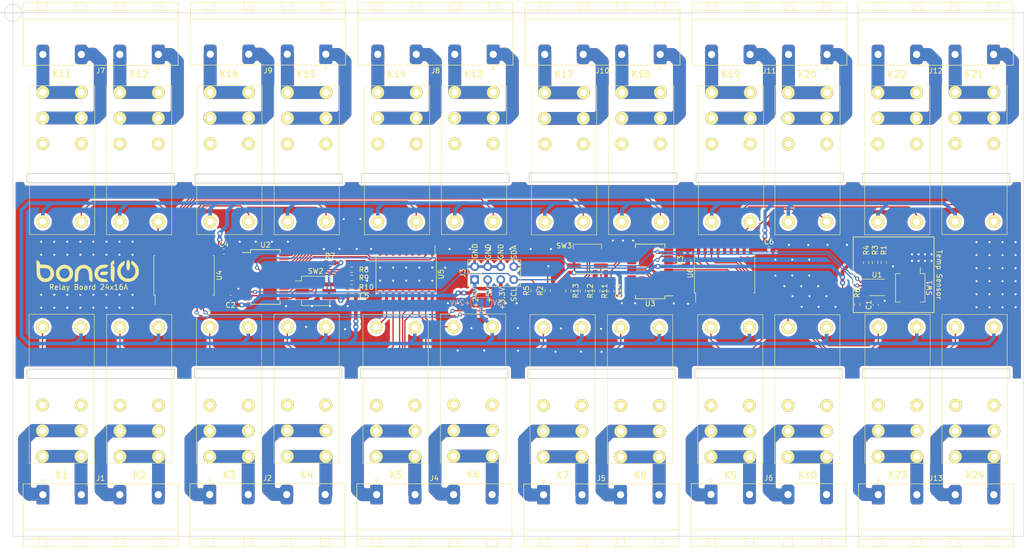
<source format=kicad_pcb>
(kicad_pcb (version 20171130) (host pcbnew "(5.1.6)-1")
  (layers (0 F.Cu signal) (31 B.Cu signal) (34 B.Paste user hide) (35 F.Paste user hide) (36 B.SilkS user hide) (37 F.SilkS user) (38 B.Mask user) (39 F.Mask user hide) (44 Edge.Cuts user))
  (net 0 "")
  (net 1 "Net-(J1-Pad1)")
  (net 2 "Net-(J1-Pad2)")
  (net 3 "Net-(J2-Pad1)")
  (net 4 "Net-(J2-Pad2)")
  (net 5 "Net-(J4-Pad2)")
  (net 6 "Net-(J4-Pad1)")
  (net 7 "Net-(J5-Pad2)")
  (net 8 "Net-(J5-Pad1)")
  (net 9 "Net-(J8-Pad2)")
  (net 10 "Net-(J8-Pad1)")
  (net 11 "Net-(J9-Pad2)")
  (net 12 "Net-(J9-Pad1)")
  (net 13 "Net-(J10-Pad2)")
  (net 14 "Net-(J10-Pad1)")
  (net 15 "Net-(J11-Pad2)")
  (net 16 "Net-(J11-Pad3)")
  (net 17 "Net-(J11-Pad4)")
  (net 18 GND)
  (net 19 "Net-(K1-Pad12)")
  (net 20 "Net-(K1-Pad22)")
  (net 21 "Net-(K2-Pad22)")
  (net 22 "Net-(K2-Pad12)")
  (net 23 "Net-(K3-Pad22)")
  (net 24 "Net-(K3-Pad12)")
  (net 25 "Net-(K4-Pad12)")
  (net 26 "Net-(K4-Pad22)")
  (net 27 "Net-(K5-Pad22)")
  (net 28 "Net-(K5-Pad12)")
  (net 29 "Net-(K6-Pad22)")
  (net 30 "Net-(K6-Pad12)")
  (net 31 "Net-(K7-Pad12)")
  (net 32 "Net-(K7-Pad22)")
  (net 33 "Net-(K8-Pad12)")
  (net 34 "Net-(K8-Pad22)")
  (net 35 "Net-(K9-Pad22)")
  (net 36 "Net-(K9-Pad12)")
  (net 37 "Net-(K10-Pad12)")
  (net 38 "Net-(K10-Pad22)")
  (net 39 "Net-(K11-Pad22)")
  (net 40 "Net-(K11-Pad12)")
  (net 41 "Net-(K12-Pad22)")
  (net 42 "Net-(K12-Pad12)")
  (net 43 "Net-(K13-Pad12)")
  (net 44 "Net-(K13-Pad22)")
  (net 45 "Net-(K14-Pad22)")
  (net 46 "Net-(K14-Pad12)")
  (net 47 "Net-(K15-Pad12)")
  (net 48 "Net-(K15-Pad22)")
  (net 49 "Net-(K16-Pad22)")
  (net 50 "Net-(K16-Pad12)")
  (net 51 "Net-(K17-Pad12)")
  (net 52 "Net-(K17-Pad22)")
  (net 53 "Net-(K18-Pad22)")
  (net 54 "Net-(K18-Pad12)")
  (net 55 "Net-(K19-Pad12)")
  (net 56 "Net-(K19-Pad22)")
  (net 57 "Net-(K20-Pad12)")
  (net 58 "Net-(K20-Pad22)")
  (net 59 "Net-(J5-Pad3)")
  (net 60 "Net-(J5-Pad4)")
  (net 61 "Net-(J11-Pad1)")
  (net 62 "Net-(J1-Pad3)")
  (net 63 "Net-(J1-Pad4)")
  (net 64 "Net-(J2-Pad4)")
  (net 65 "Net-(J2-Pad3)")
  (net 66 "Net-(J4-Pad4)")
  (net 67 "Net-(J4-Pad3)")
  (net 68 "Net-(J6-Pad3)")
  (net 69 "Net-(J6-Pad4)")
  (net 70 "Net-(J8-Pad3)")
  (net 71 "Net-(J8-Pad4)")
  (net 72 "Net-(J9-Pad4)")
  (net 73 "Net-(J9-Pad3)")
  (net 74 "Net-(J10-Pad3)")
  (net 75 "Net-(J10-Pad4)")
  (net 76 "Net-(J6-Pad1)")
  (net 77 "Net-(J6-Pad2)")
  (net 78 +3V3)
  (net 79 SDA)
  (net 80 SCL)
  (net 81 K20)
  (net 82 K10)
  (net 83 K19)
  (net 84 K9)
  (net 85 K18)
  (net 86 K8)
  (net 87 K17)
  (net 88 K7)
  (net 89 K16)
  (net 90 K6)
  (net 91 K15)
  (net 92 K5)
  (net 93 K14)
  (net 94 K4)
  (net 95 K13)
  (net 96 K3)
  (net 97 K12)
  (net 98 K2)
  (net 99 K11)
  (net 100 K1)
  (net 101 RELAY1)
  (net 102 RELAY2)
  (net 103 RELAY3)
  (net 104 RELAY4)
  (net 105 RELAY11)
  (net 106 RELAY12)
  (net 107 RELAY13)
  (net 108 RELAY14)
  (net 109 RELAY5)
  (net 110 RELAY6)
  (net 111 RELAY7)
  (net 112 RELAY8)
  (net 113 RELAY9)
  (net 114 RELAY10)
  (net 115 RELAY15)
  (net 116 RELAY16)
  (net 117 RELAY17)
  (net 118 RELAY18)
  (net 119 RELAY19)
  (net 120 RELAY20)
  (net 121 +24V)
  (net 122 "Net-(J7-Pad4)")
  (net 123 "Net-(J7-Pad3)")
  (net 124 "Net-(J7-Pad2)")
  (net 125 "Net-(J7-Pad1)")
  (net 126 "Net-(R4-Pad1)")
  (net 127 +5V)
  (net 128 "Net-(R3-Pad1)")
  (net 129 "Net-(R10-Pad1)")
  (net 130 "Net-(R12-Pad1)")
  (net 131 "Net-(R13-Pad1)")
  (net 132 "Net-(J13-Pad4)")
  (net 133 "Net-(J13-Pad3)")
  (net 134 "Net-(J13-Pad2)")
  (net 135 "Net-(J13-Pad1)")
  (net 136 RELAY21)
  (net 137 "Net-(K21-Pad22)")
  (net 138 "Net-(K21-Pad12)")
  (net 139 RELAY22)
  (net 140 "Net-(K22-Pad22)")
  (net 141 "Net-(K22-Pad12)")
  (net 142 RELAY23)
  (net 143 "Net-(K23-Pad22)")
  (net 144 "Net-(K23-Pad12)")
  (net 145 RELAY24)
  (net 146 "Net-(K24-Pad22)")
  (net 147 "Net-(K24-Pad12)")
  (net 148 K22)
  (net 149 K21)
  (net 150 K24)
  (net 151 K23)
  (net 152 "Net-(J12-Pad4)")
  (net 153 "Net-(J12-Pad3)")
  (net 154 "Net-(J12-Pad2)")
  (net 155 "Net-(J12-Pad1)")
  (net 156 "Net-(R1-Pad1)")
  (net 157 "Net-(R6-Pad2)")
  (net 158 "Net-(R8-Pad1)")
  (net 159 "Net-(R9-Pad1)")
  (net 160 "Net-(R11-Pad1)")
  (net 161 "Net-(U2-Pad20)")
  (net 162 "Net-(U2-Pad19)")
  (net 163 "Net-(U2-Pad14)")
  (net 164 "Net-(U2-Pad11)")
  (net 165 "Net-(U2-Pad8)")
  (net 166 "Net-(U2-Pad7)")
  (net 167 "Net-(U3-Pad28)")
  (net 168 "Net-(U3-Pad27)")
  (net 169 "Net-(U3-Pad26)")
  (net 170 "Net-(U3-Pad25)")
  (net 171 "Net-(U3-Pad24)")
  (net 172 "Net-(U3-Pad23)")
  (net 173 "Net-(U3-Pad20)")
  (net 174 "Net-(U3-Pad19)")
  (net 175 "Net-(U3-Pad14)")
  (net 176 "Net-(U3-Pad11)")
  (net 177 VCC)
  (net 178 "Net-(R7-Pad2)")
  (net 179 "Net-(R14-Pad2)")
  (module boneIO:boneIO_LOGO (layer F.Cu) (at 302.745 314.048)
    (fp_text reference G*** hide)
    (fp_text value LOGO hide)
  )
  (module boneIO:PinHeader_2x04_P2.54mm_Vertical (layer F.Cu) (at 378.1322 315.699 90)
    (fp_text reference J3 (at 1.27 -2.33 90) (layer F.SilkS))
    (fp_text value Conn_02x04_Odd_Even)
    (pad 1 thru_hole rect (at 0 0 90) (size 1.7 1.7) (drill 1) (layers *.Cu *.Mask) (net 121 +24V))
    (pad 2 thru_hole oval (at 2.54 0 90) (size 1.7 1.7) (drill 1) (layers *.Cu *.Mask) (net 18 GND))
    (pad 3 thru_hole oval (at 0 2.54 90) (size 1.7 1.7) (drill 1) (layers *.Cu *.Mask) (net 127 +5V))
    (pad 4 thru_hole oval (at 2.54 2.54 90) (size 1.7 1.7) (drill 1) (layers *.Cu *.Mask) (net 18 GND))
    (pad 5 thru_hole oval (at 0 5.08 90) (size 1.7 1.7) (drill 1) (layers *.Cu *.Mask) (net 78 +3V3))
    (pad 6 thru_hole oval (at 2.54 5.08 90) (size 1.7 1.7) (drill 1) (layers *.Cu *.Mask) (net 18 GND))
    (pad 7 thru_hole oval (at 0 7.62 90) (size 1.7 1.7) (drill 1) (layers *.Cu *.Mask) (net 80 SCL))
    (pad 8 thru_hole oval (at 2.54 7.62 90) (size 1.7 1.7) (drill 1) (layers *.Cu *.Mask) (net 79 SDA))
  )
  (module boneIO:RM852011351005_1 (layer F.Cu) (at 471.81 345.188 270)
    (fp_text reference K24 (at 8.5725 -3.81) (layer F.SilkS) (effects (font (size 1.27 1.27) (thickness 0.254))))
    (fp_text value RM85-2011-35-1005 hide)
    (pad A2 thru_hole circle (at -20.2 -7.5) (size 2.5 2.5) (drill 1.3) (layers *.Cu *.Mask F.SilkS) (net 177 VCC))
    (pad A1 thru_hole circle (at -20.2 0) (size 2.5 2.5) (drill 1.3) (layers *.Cu *.Mask F.SilkS) (net 145 RELAY24))
    (pad 24 thru_hole circle (at 5 -7.5) (size 2.5 2.5) (drill 1.3) (layers *.Cu *.Mask F.SilkS) (net 132 "Net-(J13-Pad4)"))
    (pad 22 thru_hole circle (at -5 -7.5) (size 2.5 2.5) (drill 1.3) (layers *.Cu *.Mask F.SilkS) (net 146 "Net-(K24-Pad22)"))
    (pad 21 thru_hole circle (at 0 -7.5) (size 2.5 2.5) (drill 1.3) (layers *.Cu *.Mask F.SilkS) (net 133 "Net-(J13-Pad3)"))
    (pad 14 thru_hole circle (at 5 0) (size 2.5 2.5) (drill 1.3) (layers *.Cu *.Mask F.SilkS) (net 132 "Net-(J13-Pad4)"))
    (pad 12 thru_hole circle (at -5 0) (size 2.5 2.5) (drill 1.3) (layers *.Cu *.Mask F.SilkS) (net 147 "Net-(K24-Pad12)"))
    (pad 11 thru_hole circle (at 0 0) (size 2.5 2.5) (drill 1.3) (layers *.Cu *.Mask F.SilkS) (net 133 "Net-(J13-Pad3)"))
  )
  (module boneIO:RM852011351005_1 (layer F.Cu) (at 456.79 345.168 270)
    (fp_text reference K23 (at 8.5725 -3.81) (layer F.SilkS) (effects (font (size 1.27 1.27) (thickness 0.254))))
    (fp_text value RM85-2011-35-1005 hide)
    (pad A2 thru_hole circle (at -20.2 -7.5) (size 2.5 2.5) (drill 1.3) (layers *.Cu *.Mask F.SilkS) (net 177 VCC))
    (pad A1 thru_hole circle (at -20.2 0) (size 2.5 2.5) (drill 1.3) (layers *.Cu *.Mask F.SilkS) (net 142 RELAY23))
    (pad 24 thru_hole circle (at 5 -7.5) (size 2.5 2.5) (drill 1.3) (layers *.Cu *.Mask F.SilkS) (net 134 "Net-(J13-Pad2)"))
    (pad 22 thru_hole circle (at -5 -7.5) (size 2.5 2.5) (drill 1.3) (layers *.Cu *.Mask F.SilkS) (net 143 "Net-(K23-Pad22)"))
    (pad 21 thru_hole circle (at 0 -7.5) (size 2.5 2.5) (drill 1.3) (layers *.Cu *.Mask F.SilkS) (net 135 "Net-(J13-Pad1)"))
    (pad 14 thru_hole circle (at 5 0) (size 2.5 2.5) (drill 1.3) (layers *.Cu *.Mask F.SilkS) (net 134 "Net-(J13-Pad2)"))
    (pad 12 thru_hole circle (at -5 0) (size 2.5 2.5) (drill 1.3) (layers *.Cu *.Mask F.SilkS) (net 144 "Net-(K23-Pad12)"))
    (pad 11 thru_hole circle (at 0 0) (size 2.5 2.5) (drill 1.3) (layers *.Cu *.Mask F.SilkS) (net 135 "Net-(J13-Pad1)"))
  )
  (module boneIO:RM852011351005_1 (layer F.Cu) (at 464.23 284.258 90)
    (fp_text reference K22 (at 8.5725 -3.81) (layer F.SilkS) (effects (font (size 1.27 1.27) (thickness 0.254))))
    (fp_text value RM85-2011-35-1005 hide)
    (pad A2 thru_hole circle (at -20.2 -7.5 180) (size 2.5 2.5) (drill 1.3) (layers *.Cu *.Mask F.SilkS) (net 177 VCC))
    (pad A1 thru_hole circle (at -20.2 0 180) (size 2.5 2.5) (drill 1.3) (layers *.Cu *.Mask F.SilkS) (net 139 RELAY22))
    (pad 24 thru_hole circle (at 5 -7.5 180) (size 2.5 2.5) (drill 1.3) (layers *.Cu *.Mask F.SilkS) (net 152 "Net-(J12-Pad4)"))
    (pad 22 thru_hole circle (at -5 -7.5 180) (size 2.5 2.5) (drill 1.3) (layers *.Cu *.Mask F.SilkS) (net 140 "Net-(K22-Pad22)"))
    (pad 21 thru_hole circle (at 0 -7.5 180) (size 2.5 2.5) (drill 1.3) (layers *.Cu *.Mask F.SilkS) (net 153 "Net-(J12-Pad3)"))
    (pad 14 thru_hole circle (at 5 0 180) (size 2.5 2.5) (drill 1.3) (layers *.Cu *.Mask F.SilkS) (net 152 "Net-(J12-Pad4)"))
    (pad 12 thru_hole circle (at -5 0 180) (size 2.5 2.5) (drill 1.3) (layers *.Cu *.Mask F.SilkS) (net 141 "Net-(K22-Pad12)"))
    (pad 11 thru_hole circle (at 0 0 180) (size 2.5 2.5) (drill 1.3) (layers *.Cu *.Mask F.SilkS) (net 153 "Net-(J12-Pad3)"))
  )
  (module boneIO:RM852011351005_1 (layer F.Cu) (at 479.28 284.198 90)
    (fp_text reference K21 (at 8.5725 -3.81) (layer F.SilkS) (effects (font (size 1.27 1.27) (thickness 0.254))))
    (fp_text value RM85-2011-35-1005 hide)
    (pad A2 thru_hole circle (at -20.2 -7.5 180) (size 2.5 2.5) (drill 1.3) (layers *.Cu *.Mask F.SilkS) (net 177 VCC))
    (pad A1 thru_hole circle (at -20.2 0 180) (size 2.5 2.5) (drill 1.3) (layers *.Cu *.Mask F.SilkS) (net 136 RELAY21))
    (pad 24 thru_hole circle (at 5 -7.5 180) (size 2.5 2.5) (drill 1.3) (layers *.Cu *.Mask F.SilkS) (net 154 "Net-(J12-Pad2)"))
    (pad 22 thru_hole circle (at -5 -7.5 180) (size 2.5 2.5) (drill 1.3) (layers *.Cu *.Mask F.SilkS) (net 137 "Net-(K21-Pad22)"))
    (pad 21 thru_hole circle (at 0 -7.5 180) (size 2.5 2.5) (drill 1.3) (layers *.Cu *.Mask F.SilkS) (net 155 "Net-(J12-Pad1)"))
    (pad 14 thru_hole circle (at 5 0 180) (size 2.5 2.5) (drill 1.3) (layers *.Cu *.Mask F.SilkS) (net 154 "Net-(J12-Pad2)"))
    (pad 12 thru_hole circle (at -5 0 180) (size 2.5 2.5) (drill 1.3) (layers *.Cu *.Mask F.SilkS) (net 138 "Net-(K21-Pad12)"))
    (pad 11 thru_hole circle (at 0 0 180) (size 2.5 2.5) (drill 1.3) (layers *.Cu *.Mask F.SilkS) (net 155 "Net-(J12-Pad1)"))
  )
  (module boneIO:RM852011351005_1 (layer F.Cu) (at 446.75 284.258 90)
    (fp_text reference K20 (at 8.5725 -3.81) (layer F.SilkS) (effects (font (size 1.27 1.27) (thickness 0.254))))
    (fp_text value RM85-2011-35-1005 hide)
    (pad A2 thru_hole circle (at -20.2 -7.5 180) (size 2.5 2.5) (drill 1.3) (layers *.Cu *.Mask F.SilkS) (net 177 VCC))
    (pad A1 thru_hole circle (at -20.2 0 180) (size 2.5 2.5) (drill 1.3) (layers *.Cu *.Mask F.SilkS) (net 120 RELAY20))
    (pad 24 thru_hole circle (at 5 -7.5 180) (size 2.5 2.5) (drill 1.3) (layers *.Cu *.Mask F.SilkS) (net 15 "Net-(J11-Pad2)"))
    (pad 22 thru_hole circle (at -5 -7.5 180) (size 2.5 2.5) (drill 1.3) (layers *.Cu *.Mask F.SilkS) (net 58 "Net-(K20-Pad22)"))
    (pad 21 thru_hole circle (at 0 -7.5 180) (size 2.5 2.5) (drill 1.3) (layers *.Cu *.Mask F.SilkS) (net 61 "Net-(J11-Pad1)"))
    (pad 14 thru_hole circle (at 5 0 180) (size 2.5 2.5) (drill 1.3) (layers *.Cu *.Mask F.SilkS) (net 15 "Net-(J11-Pad2)"))
    (pad 12 thru_hole circle (at -5 0 180) (size 2.5 2.5) (drill 1.3) (layers *.Cu *.Mask F.SilkS) (net 57 "Net-(K20-Pad12)"))
    (pad 11 thru_hole circle (at 0 0 180) (size 2.5 2.5) (drill 1.3) (layers *.Cu *.Mask F.SilkS) (net 61 "Net-(J11-Pad1)"))
  )
  (module boneIO:RM852011351005_1 (layer F.Cu) (at 431.84 284.238 90)
    (fp_text reference K19 (at 8.5725 -3.81) (layer F.SilkS) (effects (font (size 1.27 1.27) (thickness 0.254))))
    (fp_text value RM85-2011-35-1005 hide)
    (pad A2 thru_hole circle (at -20.2 -7.5 180) (size 2.5 2.5) (drill 1.3) (layers *.Cu *.Mask F.SilkS) (net 177 VCC))
    (pad A1 thru_hole circle (at -20.2 0 180) (size 2.5 2.5) (drill 1.3) (layers *.Cu *.Mask F.SilkS) (net 119 RELAY19))
    (pad 24 thru_hole circle (at 5 -7.5 180) (size 2.5 2.5) (drill 1.3) (layers *.Cu *.Mask F.SilkS) (net 17 "Net-(J11-Pad4)"))
    (pad 22 thru_hole circle (at -5 -7.5 180) (size 2.5 2.5) (drill 1.3) (layers *.Cu *.Mask F.SilkS) (net 56 "Net-(K19-Pad22)"))
    (pad 21 thru_hole circle (at 0 -7.5 180) (size 2.5 2.5) (drill 1.3) (layers *.Cu *.Mask F.SilkS) (net 16 "Net-(J11-Pad3)"))
    (pad 14 thru_hole circle (at 5 0 180) (size 2.5 2.5) (drill 1.3) (layers *.Cu *.Mask F.SilkS) (net 17 "Net-(J11-Pad4)"))
    (pad 12 thru_hole circle (at -5 0 180) (size 2.5 2.5) (drill 1.3) (layers *.Cu *.Mask F.SilkS) (net 55 "Net-(K19-Pad12)"))
    (pad 11 thru_hole circle (at 0 0 180) (size 2.5 2.5) (drill 1.3) (layers *.Cu *.Mask F.SilkS) (net 16 "Net-(J11-Pad3)"))
  )
  (module boneIO:RM852011351005_1 (layer F.Cu) (at 414.33 284.238 90)
    (fp_text reference K18 (at 8.5725 -3.81) (layer F.SilkS) (effects (font (size 1.27 1.27) (thickness 0.254))))
    (fp_text value RM85-2011-35-1005 hide)
    (pad A2 thru_hole circle (at -20.2 -7.5 180) (size 2.5 2.5) (drill 1.3) (layers *.Cu *.Mask F.SilkS) (net 177 VCC))
    (pad A1 thru_hole circle (at -20.2 0 180) (size 2.5 2.5) (drill 1.3) (layers *.Cu *.Mask F.SilkS) (net 118 RELAY18))
    (pad 24 thru_hole circle (at 5 -7.5 180) (size 2.5 2.5) (drill 1.3) (layers *.Cu *.Mask F.SilkS) (net 13 "Net-(J10-Pad2)"))
    (pad 22 thru_hole circle (at -5 -7.5 180) (size 2.5 2.5) (drill 1.3) (layers *.Cu *.Mask F.SilkS) (net 53 "Net-(K18-Pad22)"))
    (pad 21 thru_hole circle (at 0 -7.5 180) (size 2.5 2.5) (drill 1.3) (layers *.Cu *.Mask F.SilkS) (net 14 "Net-(J10-Pad1)"))
    (pad 14 thru_hole circle (at 5 0 180) (size 2.5 2.5) (drill 1.3) (layers *.Cu *.Mask F.SilkS) (net 13 "Net-(J10-Pad2)"))
    (pad 12 thru_hole circle (at -5 0 180) (size 2.5 2.5) (drill 1.3) (layers *.Cu *.Mask F.SilkS) (net 54 "Net-(K18-Pad12)"))
    (pad 11 thru_hole circle (at 0 0 180) (size 2.5 2.5) (drill 1.3) (layers *.Cu *.Mask F.SilkS) (net 14 "Net-(J10-Pad1)"))
  )
  (module boneIO:RM852011351005_1 (layer F.Cu) (at 399.31 284.278 90)
    (fp_text reference K17 (at 8.5725 -3.81) (layer F.SilkS) (effects (font (size 1.27 1.27) (thickness 0.254))))
    (fp_text value RM85-2011-35-1005 hide)
    (pad A2 thru_hole circle (at -20.2 -7.5 180) (size 2.5 2.5) (drill 1.3) (layers *.Cu *.Mask F.SilkS) (net 177 VCC))
    (pad A1 thru_hole circle (at -20.2 0 180) (size 2.5 2.5) (drill 1.3) (layers *.Cu *.Mask F.SilkS) (net 117 RELAY17))
    (pad 24 thru_hole circle (at 5 -7.5 180) (size 2.5 2.5) (drill 1.3) (layers *.Cu *.Mask F.SilkS) (net 75 "Net-(J10-Pad4)"))
    (pad 22 thru_hole circle (at -5 -7.5 180) (size 2.5 2.5) (drill 1.3) (layers *.Cu *.Mask F.SilkS) (net 52 "Net-(K17-Pad22)"))
    (pad 21 thru_hole circle (at 0 -7.5 180) (size 2.5 2.5) (drill 1.3) (layers *.Cu *.Mask F.SilkS) (net 74 "Net-(J10-Pad3)"))
    (pad 14 thru_hole circle (at 5 0 180) (size 2.5 2.5) (drill 1.3) (layers *.Cu *.Mask F.SilkS) (net 75 "Net-(J10-Pad4)"))
    (pad 12 thru_hole circle (at -5 0 180) (size 2.5 2.5) (drill 1.3) (layers *.Cu *.Mask F.SilkS) (net 51 "Net-(K17-Pad12)"))
    (pad 11 thru_hole circle (at 0 0 180) (size 2.5 2.5) (drill 1.3) (layers *.Cu *.Mask F.SilkS) (net 74 "Net-(J10-Pad3)"))
  )
  (module boneIO:RM852011351005_1 (layer F.Cu) (at 334.09 284.208 90)
    (fp_text reference K16 (at 8.5725 -3.81) (layer F.SilkS) (effects (font (size 1.27 1.27) (thickness 0.254))))
    (fp_text value RM85-2011-35-1005 hide)
    (pad A2 thru_hole circle (at -20.2 -7.5 180) (size 2.5 2.5) (drill 1.3) (layers *.Cu *.Mask F.SilkS) (net 177 VCC))
    (pad A1 thru_hole circle (at -20.2 0 180) (size 2.5 2.5) (drill 1.3) (layers *.Cu *.Mask F.SilkS) (net 107 RELAY13))
    (pad 24 thru_hole circle (at 5 -7.5 180) (size 2.5 2.5) (drill 1.3) (layers *.Cu *.Mask F.SilkS) (net 72 "Net-(J9-Pad4)"))
    (pad 22 thru_hole circle (at -5 -7.5 180) (size 2.5 2.5) (drill 1.3) (layers *.Cu *.Mask F.SilkS) (net 49 "Net-(K16-Pad22)"))
    (pad 21 thru_hole circle (at 0 -7.5 180) (size 2.5 2.5) (drill 1.3) (layers *.Cu *.Mask F.SilkS) (net 73 "Net-(J9-Pad3)"))
    (pad 14 thru_hole circle (at 5 0 180) (size 2.5 2.5) (drill 1.3) (layers *.Cu *.Mask F.SilkS) (net 72 "Net-(J9-Pad4)"))
    (pad 12 thru_hole circle (at -5 0 180) (size 2.5 2.5) (drill 1.3) (layers *.Cu *.Mask F.SilkS) (net 50 "Net-(K16-Pad12)"))
    (pad 11 thru_hole circle (at 0 0 180) (size 2.5 2.5) (drill 1.3) (layers *.Cu *.Mask F.SilkS) (net 73 "Net-(J9-Pad3)"))
  )
  (module boneIO:RM852011351005_1 (layer F.Cu) (at 349.16 284.238 90)
    (fp_text reference K15 (at 8.5725 -3.81) (layer F.SilkS) (effects (font (size 1.27 1.27) (thickness 0.254))))
    (fp_text value RM85-2011-35-1005 hide)
    (pad A2 thru_hole circle (at -20.2 -7.5 180) (size 2.5 2.5) (drill 1.3) (layers *.Cu *.Mask F.SilkS) (net 177 VCC))
    (pad A1 thru_hole circle (at -20.2 0 180) (size 2.5 2.5) (drill 1.3) (layers *.Cu *.Mask F.SilkS) (net 108 RELAY14))
    (pad 24 thru_hole circle (at 5 -7.5 180) (size 2.5 2.5) (drill 1.3) (layers *.Cu *.Mask F.SilkS) (net 11 "Net-(J9-Pad2)"))
    (pad 22 thru_hole circle (at -5 -7.5 180) (size 2.5 2.5) (drill 1.3) (layers *.Cu *.Mask F.SilkS) (net 48 "Net-(K15-Pad22)"))
    (pad 21 thru_hole circle (at 0 -7.5 180) (size 2.5 2.5) (drill 1.3) (layers *.Cu *.Mask F.SilkS) (net 12 "Net-(J9-Pad1)"))
    (pad 14 thru_hole circle (at 5 0 180) (size 2.5 2.5) (drill 1.3) (layers *.Cu *.Mask F.SilkS) (net 11 "Net-(J9-Pad2)"))
    (pad 12 thru_hole circle (at -5 0 180) (size 2.5 2.5) (drill 1.3) (layers *.Cu *.Mask F.SilkS) (net 47 "Net-(K15-Pad12)"))
    (pad 11 thru_hole circle (at 0 0 180) (size 2.5 2.5) (drill 1.3) (layers *.Cu *.Mask F.SilkS) (net 12 "Net-(J9-Pad1)"))
  )
  (module boneIO:RM852011351005_1 (layer F.Cu) (at 366.75 284.228 90)
    (fp_text reference K14 (at 8.5725 -3.81) (layer F.SilkS) (effects (font (size 1.27 1.27) (thickness 0.254))))
    (fp_text value RM85-2011-35-1005 hide)
    (pad A2 thru_hole circle (at -20.2 -7.5 180) (size 2.5 2.5) (drill 1.3) (layers *.Cu *.Mask F.SilkS) (net 177 VCC))
    (pad A1 thru_hole circle (at -20.2 0 180) (size 2.5 2.5) (drill 1.3) (layers *.Cu *.Mask F.SilkS) (net 115 RELAY15))
    (pad 24 thru_hole circle (at 5 -7.5 180) (size 2.5 2.5) (drill 1.3) (layers *.Cu *.Mask F.SilkS) (net 71 "Net-(J8-Pad4)"))
    (pad 22 thru_hole circle (at -5 -7.5 180) (size 2.5 2.5) (drill 1.3) (layers *.Cu *.Mask F.SilkS) (net 45 "Net-(K14-Pad22)"))
    (pad 21 thru_hole circle (at 0 -7.5 180) (size 2.5 2.5) (drill 1.3) (layers *.Cu *.Mask F.SilkS) (net 70 "Net-(J8-Pad3)"))
    (pad 14 thru_hole circle (at 5 0 180) (size 2.5 2.5) (drill 1.3) (layers *.Cu *.Mask F.SilkS) (net 71 "Net-(J8-Pad4)"))
    (pad 12 thru_hole circle (at -5 0 180) (size 2.5 2.5) (drill 1.3) (layers *.Cu *.Mask F.SilkS) (net 46 "Net-(K14-Pad12)"))
    (pad 11 thru_hole circle (at 0 0 180) (size 2.5 2.5) (drill 1.3) (layers *.Cu *.Mask F.SilkS) (net 70 "Net-(J8-Pad3)"))
  )
  (module boneIO:RM852011351005_1 (layer F.Cu) (at 381.76 284.208 90)
    (fp_text reference K13 (at 8.5725 -3.81) (layer F.SilkS) (effects (font (size 1.27 1.27) (thickness 0.254))))
    (fp_text value RM85-2011-35-1005 hide)
    (pad A2 thru_hole circle (at -20.2 -7.5 180) (size 2.5 2.5) (drill 1.3) (layers *.Cu *.Mask F.SilkS) (net 177 VCC))
    (pad A1 thru_hole circle (at -20.2 0 180) (size 2.5 2.5) (drill 1.3) (layers *.Cu *.Mask F.SilkS) (net 116 RELAY16))
    (pad 24 thru_hole circle (at 5 -7.5 180) (size 2.5 2.5) (drill 1.3) (layers *.Cu *.Mask F.SilkS) (net 9 "Net-(J8-Pad2)"))
    (pad 22 thru_hole circle (at -5 -7.5 180) (size 2.5 2.5) (drill 1.3) (layers *.Cu *.Mask F.SilkS) (net 44 "Net-(K13-Pad22)"))
    (pad 21 thru_hole circle (at 0 -7.5 180) (size 2.5 2.5) (drill 1.3) (layers *.Cu *.Mask F.SilkS) (net 10 "Net-(J8-Pad1)"))
    (pad 14 thru_hole circle (at 5 0 180) (size 2.5 2.5) (drill 1.3) (layers *.Cu *.Mask F.SilkS) (net 9 "Net-(J8-Pad2)"))
    (pad 12 thru_hole circle (at -5 0 180) (size 2.5 2.5) (drill 1.3) (layers *.Cu *.Mask F.SilkS) (net 43 "Net-(K13-Pad12)"))
    (pad 11 thru_hole circle (at 0 0 180) (size 2.5 2.5) (drill 1.3) (layers *.Cu *.Mask F.SilkS) (net 10 "Net-(J8-Pad1)"))
  )
  (module boneIO:RM852011351005_1 (layer F.Cu) (at 316.5 284.238 90)
    (fp_text reference K12 (at 8.5725 -3.81) (layer F.SilkS) (effects (font (size 1.27 1.27) (thickness 0.254))))
    (fp_text value RM85-2011-35-1005 hide)
    (pad A2 thru_hole circle (at -20.2 -7.5 180) (size 2.5 2.5) (drill 1.3) (layers *.Cu *.Mask F.SilkS) (net 177 VCC))
    (pad A1 thru_hole circle (at -20.2 0 180) (size 2.5 2.5) (drill 1.3) (layers *.Cu *.Mask F.SilkS) (net 106 RELAY12))
    (pad 24 thru_hole circle (at 5 -7.5 180) (size 2.5 2.5) (drill 1.3) (layers *.Cu *.Mask F.SilkS) (net 124 "Net-(J7-Pad2)"))
    (pad 22 thru_hole circle (at -5 -7.5 180) (size 2.5 2.5) (drill 1.3) (layers *.Cu *.Mask F.SilkS) (net 41 "Net-(K12-Pad22)"))
    (pad 21 thru_hole circle (at 0 -7.5 180) (size 2.5 2.5) (drill 1.3) (layers *.Cu *.Mask F.SilkS) (net 125 "Net-(J7-Pad1)"))
    (pad 14 thru_hole circle (at 5 0 180) (size 2.5 2.5) (drill 1.3) (layers *.Cu *.Mask F.SilkS) (net 124 "Net-(J7-Pad2)"))
    (pad 12 thru_hole circle (at -5 0 180) (size 2.5 2.5) (drill 1.3) (layers *.Cu *.Mask F.SilkS) (net 42 "Net-(K12-Pad12)"))
    (pad 11 thru_hole circle (at 0 0 180) (size 2.5 2.5) (drill 1.3) (layers *.Cu *.Mask F.SilkS) (net 125 "Net-(J7-Pad1)"))
  )
  (module boneIO:RM852011351005_1 (layer F.Cu) (at 301.49 284.208 90)
    (fp_text reference K11 (at 8.5725 -3.81) (layer F.SilkS) (effects (font (size 1.27 1.27) (thickness 0.254))))
    (fp_text value RM85-2011-35-1005 hide)
    (pad A2 thru_hole circle (at -20.2 -7.5 180) (size 2.5 2.5) (drill 1.3) (layers *.Cu *.Mask F.SilkS) (net 177 VCC))
    (pad A1 thru_hole circle (at -20.2 0 180) (size 2.5 2.5) (drill 1.3) (layers *.Cu *.Mask F.SilkS) (net 105 RELAY11))
    (pad 24 thru_hole circle (at 5 -7.5 180) (size 2.5 2.5) (drill 1.3) (layers *.Cu *.Mask F.SilkS) (net 122 "Net-(J7-Pad4)"))
    (pad 22 thru_hole circle (at -5 -7.5 180) (size 2.5 2.5) (drill 1.3) (layers *.Cu *.Mask F.SilkS) (net 39 "Net-(K11-Pad22)"))
    (pad 21 thru_hole circle (at 0 -7.5 180) (size 2.5 2.5) (drill 1.3) (layers *.Cu *.Mask F.SilkS) (net 123 "Net-(J7-Pad3)"))
    (pad 14 thru_hole circle (at 5 0 180) (size 2.5 2.5) (drill 1.3) (layers *.Cu *.Mask F.SilkS) (net 122 "Net-(J7-Pad4)"))
    (pad 12 thru_hole circle (at -5 0 180) (size 2.5 2.5) (drill 1.3) (layers *.Cu *.Mask F.SilkS) (net 40 "Net-(K11-Pad12)"))
    (pad 11 thru_hole circle (at 0 0 180) (size 2.5 2.5) (drill 1.3) (layers *.Cu *.Mask F.SilkS) (net 123 "Net-(J7-Pad3)"))
  )
  (module boneIO:RM852011351005_1 (layer F.Cu) (at 439.21 345.238 270)
    (fp_text reference K10 (at 8.5725 -3.81) (layer F.SilkS) (effects (font (size 1.27 1.27) (thickness 0.254))))
    (fp_text value RM85-2011-35-1005 hide)
    (pad A2 thru_hole circle (at -20.2 -7.5) (size 2.5 2.5) (drill 1.3) (layers *.Cu *.Mask F.SilkS) (net 177 VCC))
    (pad A1 thru_hole circle (at -20.2 0) (size 2.5 2.5) (drill 1.3) (layers *.Cu *.Mask F.SilkS) (net 114 RELAY10))
    (pad 24 thru_hole circle (at 5 -7.5) (size 2.5 2.5) (drill 1.3) (layers *.Cu *.Mask F.SilkS) (net 69 "Net-(J6-Pad4)"))
    (pad 22 thru_hole circle (at -5 -7.5) (size 2.5 2.5) (drill 1.3) (layers *.Cu *.Mask F.SilkS) (net 38 "Net-(K10-Pad22)"))
    (pad 21 thru_hole circle (at 0 -7.5) (size 2.5 2.5) (drill 1.3) (layers *.Cu *.Mask F.SilkS) (net 68 "Net-(J6-Pad3)"))
    (pad 14 thru_hole circle (at 5 0) (size 2.5 2.5) (drill 1.3) (layers *.Cu *.Mask F.SilkS) (net 69 "Net-(J6-Pad4)"))
    (pad 12 thru_hole circle (at -5 0) (size 2.5 2.5) (drill 1.3) (layers *.Cu *.Mask F.SilkS) (net 37 "Net-(K10-Pad12)"))
    (pad 11 thru_hole circle (at 0 0) (size 2.5 2.5) (drill 1.3) (layers *.Cu *.Mask F.SilkS) (net 68 "Net-(J6-Pad3)"))
  )
  (module boneIO:RM852011351005_1 (layer F.Cu) (at 424.19 345.218 270)
    (fp_text reference K9 (at 8.5725 -3.81) (layer F.SilkS) (effects (font (size 1.27 1.27) (thickness 0.254))))
    (fp_text value RM85-2011-35-1005 hide)
    (pad A2 thru_hole circle (at -20.2 -7.5) (size 2.5 2.5) (drill 1.3) (layers *.Cu *.Mask F.SilkS) (net 177 VCC))
    (pad A1 thru_hole circle (at -20.2 0) (size 2.5 2.5) (drill 1.3) (layers *.Cu *.Mask F.SilkS) (net 113 RELAY9))
    (pad 24 thru_hole circle (at 5 -7.5) (size 2.5 2.5) (drill 1.3) (layers *.Cu *.Mask F.SilkS) (net 77 "Net-(J6-Pad2)"))
    (pad 22 thru_hole circle (at -5 -7.5) (size 2.5 2.5) (drill 1.3) (layers *.Cu *.Mask F.SilkS) (net 35 "Net-(K9-Pad22)"))
    (pad 21 thru_hole circle (at 0 -7.5) (size 2.5 2.5) (drill 1.3) (layers *.Cu *.Mask F.SilkS) (net 76 "Net-(J6-Pad1)"))
    (pad 14 thru_hole circle (at 5 0) (size 2.5 2.5) (drill 1.3) (layers *.Cu *.Mask F.SilkS) (net 77 "Net-(J6-Pad2)"))
    (pad 12 thru_hole circle (at -5 0) (size 2.5 2.5) (drill 1.3) (layers *.Cu *.Mask F.SilkS) (net 36 "Net-(K9-Pad12)"))
    (pad 11 thru_hole circle (at 0 0) (size 2.5 2.5) (drill 1.3) (layers *.Cu *.Mask F.SilkS) (net 76 "Net-(J6-Pad1)"))
  )
  (module boneIO:RM852011351005_1 (layer F.Cu) (at 406.61 345.248 270)
    (fp_text reference K8 (at 8.5725 -3.81) (layer F.SilkS) (effects (font (size 1.27 1.27) (thickness 0.254))))
    (fp_text value RM85-2011-35-1005 hide)
    (pad A2 thru_hole circle (at -20.2 -7.5) (size 2.5 2.5) (drill 1.3) (layers *.Cu *.Mask F.SilkS) (net 177 VCC))
    (pad A1 thru_hole circle (at -20.2 0) (size 2.5 2.5) (drill 1.3) (layers *.Cu *.Mask F.SilkS) (net 112 RELAY8))
    (pad 24 thru_hole circle (at 5 -7.5) (size 2.5 2.5) (drill 1.3) (layers *.Cu *.Mask F.SilkS) (net 60 "Net-(J5-Pad4)"))
    (pad 22 thru_hole circle (at -5 -7.5) (size 2.5 2.5) (drill 1.3) (layers *.Cu *.Mask F.SilkS) (net 34 "Net-(K8-Pad22)"))
    (pad 21 thru_hole circle (at 0 -7.5) (size 2.5 2.5) (drill 1.3) (layers *.Cu *.Mask F.SilkS) (net 59 "Net-(J5-Pad3)"))
    (pad 14 thru_hole circle (at 5 0) (size 2.5 2.5) (drill 1.3) (layers *.Cu *.Mask F.SilkS) (net 60 "Net-(J5-Pad4)"))
    (pad 12 thru_hole circle (at -5 0) (size 2.5 2.5) (drill 1.3) (layers *.Cu *.Mask F.SilkS) (net 33 "Net-(K8-Pad12)"))
    (pad 11 thru_hole circle (at 0 0) (size 2.5 2.5) (drill 1.3) (layers *.Cu *.Mask F.SilkS) (net 59 "Net-(J5-Pad3)"))
  )
  (module boneIO:RM852011351005_1 (layer F.Cu) (at 391.52 345.218 270)
    (fp_text reference K7 (at 8.5725 -3.81) (layer F.SilkS) (effects (font (size 1.27 1.27) (thickness 0.254))))
    (fp_text value RM85-2011-35-1005 hide)
    (pad A2 thru_hole circle (at -20.2 -7.5) (size 2.5 2.5) (drill 1.3) (layers *.Cu *.Mask F.SilkS) (net 177 VCC))
    (pad A1 thru_hole circle (at -20.2 0) (size 2.5 2.5) (drill 1.3) (layers *.Cu *.Mask F.SilkS) (net 111 RELAY7))
    (pad 24 thru_hole circle (at 5 -7.5) (size 2.5 2.5) (drill 1.3) (layers *.Cu *.Mask F.SilkS) (net 7 "Net-(J5-Pad2)"))
    (pad 22 thru_hole circle (at -5 -7.5) (size 2.5 2.5) (drill 1.3) (layers *.Cu *.Mask F.SilkS) (net 32 "Net-(K7-Pad22)"))
    (pad 21 thru_hole circle (at 0 -7.5) (size 2.5 2.5) (drill 1.3) (layers *.Cu *.Mask F.SilkS) (net 8 "Net-(J5-Pad1)"))
    (pad 14 thru_hole circle (at 5 0) (size 2.5 2.5) (drill 1.3) (layers *.Cu *.Mask F.SilkS) (net 7 "Net-(J5-Pad2)"))
    (pad 12 thru_hole circle (at -5 0) (size 2.5 2.5) (drill 1.3) (layers *.Cu *.Mask F.SilkS) (net 31 "Net-(K7-Pad12)"))
    (pad 11 thru_hole circle (at 0 0) (size 2.5 2.5) (drill 1.3) (layers *.Cu *.Mask F.SilkS) (net 8 "Net-(J5-Pad1)"))
  )
  (module boneIO:RM852011351005_1 (layer F.Cu) (at 374.07 345.088 270)
    (fp_text reference K6 (at 8.5725 -3.81) (layer F.SilkS) (effects (font (size 1.27 1.27) (thickness 0.254))))
    (fp_text value RM85-2011-35-1005 hide)
    (pad A2 thru_hole circle (at -20.2 -7.5) (size 2.5 2.5) (drill 1.3) (layers *.Cu *.Mask F.SilkS) (net 177 VCC))
    (pad A1 thru_hole circle (at -20.2 0) (size 2.5 2.5) (drill 1.3) (layers *.Cu *.Mask F.SilkS) (net 110 RELAY6))
    (pad 24 thru_hole circle (at 5 -7.5) (size 2.5 2.5) (drill 1.3) (layers *.Cu *.Mask F.SilkS) (net 66 "Net-(J4-Pad4)"))
    (pad 22 thru_hole circle (at -5 -7.5) (size 2.5 2.5) (drill 1.3) (layers *.Cu *.Mask F.SilkS) (net 29 "Net-(K6-Pad22)"))
    (pad 21 thru_hole circle (at 0 -7.5) (size 2.5 2.5) (drill 1.3) (layers *.Cu *.Mask F.SilkS) (net 67 "Net-(J4-Pad3)"))
    (pad 14 thru_hole circle (at 5 0) (size 2.5 2.5) (drill 1.3) (layers *.Cu *.Mask F.SilkS) (net 66 "Net-(J4-Pad4)"))
    (pad 12 thru_hole circle (at -5 0) (size 2.5 2.5) (drill 1.3) (layers *.Cu *.Mask F.SilkS) (net 30 "Net-(K6-Pad12)"))
    (pad 11 thru_hole circle (at 0 0) (size 2.5 2.5) (drill 1.3) (layers *.Cu *.Mask F.SilkS) (net 67 "Net-(J4-Pad3)"))
  )
  (module boneIO:RM852011351005_1 (layer F.Cu) (at 358.97 345.188 270)
    (fp_text reference K5 (at 8.5725 -3.81) (layer F.SilkS) (effects (font (size 1.27 1.27) (thickness 0.254))))
    (fp_text value RM85-2011-35-1005 hide)
    (pad A2 thru_hole circle (at -20.2 -7.5) (size 2.5 2.5) (drill 1.3) (layers *.Cu *.Mask F.SilkS) (net 177 VCC))
    (pad A1 thru_hole circle (at -20.2 0) (size 2.5 2.5) (drill 1.3) (layers *.Cu *.Mask F.SilkS) (net 109 RELAY5))
    (pad 24 thru_hole circle (at 5 -7.5) (size 2.5 2.5) (drill 1.3) (layers *.Cu *.Mask F.SilkS) (net 5 "Net-(J4-Pad2)"))
    (pad 22 thru_hole circle (at -5 -7.5) (size 2.5 2.5) (drill 1.3) (layers *.Cu *.Mask F.SilkS) (net 27 "Net-(K5-Pad22)"))
    (pad 21 thru_hole circle (at 0 -7.5) (size 2.5 2.5) (drill 1.3) (layers *.Cu *.Mask F.SilkS) (net 6 "Net-(J4-Pad1)"))
    (pad 14 thru_hole circle (at 5 0) (size 2.5 2.5) (drill 1.3) (layers *.Cu *.Mask F.SilkS) (net 5 "Net-(J4-Pad2)"))
    (pad 12 thru_hole circle (at -5 0) (size 2.5 2.5) (drill 1.3) (layers *.Cu *.Mask F.SilkS) (net 28 "Net-(K5-Pad12)"))
    (pad 11 thru_hole circle (at 0 0) (size 2.5 2.5) (drill 1.3) (layers *.Cu *.Mask F.SilkS) (net 6 "Net-(J4-Pad1)"))
  )
  (module boneIO:RM852011351005_1 (layer F.Cu) (at 341.63 345.138 270)
    (fp_text reference K4 (at 8.5725 -3.81) (layer F.SilkS) (effects (font (size 1.27 1.27) (thickness 0.254))))
    (fp_text value RM85-2011-35-1005 hide)
    (pad A2 thru_hole circle (at -20.2 -7.5) (size 2.5 2.5) (drill 1.3) (layers *.Cu *.Mask F.SilkS) (net 177 VCC))
    (pad A1 thru_hole circle (at -20.2 0) (size 2.5 2.5) (drill 1.3) (layers *.Cu *.Mask F.SilkS) (net 104 RELAY4))
    (pad 24 thru_hole circle (at 5 -7.5) (size 2.5 2.5) (drill 1.3) (layers *.Cu *.Mask F.SilkS) (net 64 "Net-(J2-Pad4)"))
    (pad 22 thru_hole circle (at -5 -7.5) (size 2.5 2.5) (drill 1.3) (layers *.Cu *.Mask F.SilkS) (net 26 "Net-(K4-Pad22)"))
    (pad 21 thru_hole circle (at 0 -7.5) (size 2.5 2.5) (drill 1.3) (layers *.Cu *.Mask F.SilkS) (net 65 "Net-(J2-Pad3)"))
    (pad 14 thru_hole circle (at 5 0) (size 2.5 2.5) (drill 1.3) (layers *.Cu *.Mask F.SilkS) (net 64 "Net-(J2-Pad4)"))
    (pad 12 thru_hole circle (at -5 0) (size 2.5 2.5) (drill 1.3) (layers *.Cu *.Mask F.SilkS) (net 25 "Net-(K4-Pad12)"))
    (pad 11 thru_hole circle (at 0 0) (size 2.5 2.5) (drill 1.3) (layers *.Cu *.Mask F.SilkS) (net 65 "Net-(J2-Pad3)"))
  )
  (module boneIO:RM852011351005_1 (layer F.Cu) (at 326.52 345.188 270)
    (fp_text reference K3 (at 8.5725 -3.81) (layer F.SilkS) (effects (font (size 1.27 1.27) (thickness 0.254))))
    (fp_text value RM85-2011-35-1005 hide)
    (pad A2 thru_hole circle (at -20.2 -7.5) (size 2.5 2.5) (drill 1.3) (layers *.Cu *.Mask F.SilkS) (net 177 VCC))
    (pad A1 thru_hole circle (at -20.2 0) (size 2.5 2.5) (drill 1.3) (layers *.Cu *.Mask F.SilkS) (net 103 RELAY3))
    (pad 24 thru_hole circle (at 5 -7.5) (size 2.5 2.5) (drill 1.3) (layers *.Cu *.Mask F.SilkS) (net 4 "Net-(J2-Pad2)"))
    (pad 22 thru_hole circle (at -5 -7.5) (size 2.5 2.5) (drill 1.3) (layers *.Cu *.Mask F.SilkS) (net 23 "Net-(K3-Pad22)"))
    (pad 21 thru_hole circle (at 0 -7.5) (size 2.5 2.5) (drill 1.3) (layers *.Cu *.Mask F.SilkS) (net 3 "Net-(J2-Pad1)"))
    (pad 14 thru_hole circle (at 5 0) (size 2.5 2.5) (drill 1.3) (layers *.Cu *.Mask F.SilkS) (net 4 "Net-(J2-Pad2)"))
    (pad 12 thru_hole circle (at -5 0) (size 2.5 2.5) (drill 1.3) (layers *.Cu *.Mask F.SilkS) (net 24 "Net-(K3-Pad12)"))
    (pad 11 thru_hole circle (at 0 0) (size 2.5 2.5) (drill 1.3) (layers *.Cu *.Mask F.SilkS) (net 3 "Net-(J2-Pad1)"))
  )
  (module boneIO:RM852011351005_1 (layer F.Cu) (at 309.02 345.188 270)
    (fp_text reference K2 (at 8.5725 -3.81) (layer F.SilkS) (effects (font (size 1.27 1.27) (thickness 0.254))))
    (fp_text value RM85-2011-35-1005 hide)
    (pad A2 thru_hole circle (at -20.2 -7.5) (size 2.5 2.5) (drill 1.3) (layers *.Cu *.Mask F.SilkS) (net 177 VCC))
    (pad A1 thru_hole circle (at -20.2 0) (size 2.5 2.5) (drill 1.3) (layers *.Cu *.Mask F.SilkS) (net 102 RELAY2))
    (pad 24 thru_hole circle (at 5 -7.5) (size 2.5 2.5) (drill 1.3) (layers *.Cu *.Mask F.SilkS) (net 63 "Net-(J1-Pad4)"))
    (pad 22 thru_hole circle (at -5 -7.5) (size 2.5 2.5) (drill 1.3) (layers *.Cu *.Mask F.SilkS) (net 21 "Net-(K2-Pad22)"))
    (pad 21 thru_hole circle (at 0 -7.5) (size 2.5 2.5) (drill 1.3) (layers *.Cu *.Mask F.SilkS) (net 62 "Net-(J1-Pad3)"))
    (pad 14 thru_hole circle (at 5 0) (size 2.5 2.5) (drill 1.3) (layers *.Cu *.Mask F.SilkS) (net 63 "Net-(J1-Pad4)"))
    (pad 12 thru_hole circle (at -5 0) (size 2.5 2.5) (drill 1.3) (layers *.Cu *.Mask F.SilkS) (net 22 "Net-(K2-Pad12)"))
    (pad 11 thru_hole circle (at 0 0) (size 2.5 2.5) (drill 1.3) (layers *.Cu *.Mask F.SilkS) (net 62 "Net-(J1-Pad3)"))
  )
  (module boneIO:RM852011351005_1 (layer F.Cu) (at 293.92 345.138 270)
    (fp_text reference K1 (at 8.5725 -3.81) (layer F.SilkS) (effects (font (size 1.27 1.27) (thickness 0.254))))
    (fp_text value RM85-2011-35-1005 hide)
    (pad A2 thru_hole circle (at -20.2 -7.5) (size 2.5 2.5) (drill 1.3) (layers *.Cu *.Mask F.SilkS) (net 177 VCC))
    (pad A1 thru_hole circle (at -20.2 0) (size 2.5 2.5) (drill 1.3) (layers *.Cu *.Mask F.SilkS) (net 101 RELAY1))
    (pad 24 thru_hole circle (at 5 -7.5) (size 2.5 2.5) (drill 1.3) (layers *.Cu *.Mask F.SilkS) (net 2 "Net-(J1-Pad2)"))
    (pad 22 thru_hole circle (at -5 -7.5) (size 2.5 2.5) (drill 1.3) (layers *.Cu *.Mask F.SilkS) (net 20 "Net-(K1-Pad22)"))
    (pad 21 thru_hole circle (at 0 -7.5) (size 2.5 2.5) (drill 1.3) (layers *.Cu *.Mask F.SilkS) (net 1 "Net-(J1-Pad1)"))
    (pad 14 thru_hole circle (at 5 0) (size 2.5 2.5) (drill 1.3) (layers *.Cu *.Mask F.SilkS) (net 2 "Net-(J1-Pad2)"))
    (pad 12 thru_hole circle (at -5 0) (size 2.5 2.5) (drill 1.3) (layers *.Cu *.Mask F.SilkS) (net 19 "Net-(K1-Pad12)"))
    (pad 11 thru_hole circle (at 0 0) (size 2.5 2.5) (drill 1.3) (layers *.Cu *.Mask F.SilkS) (net 1 "Net-(J1-Pad1)"))
  )
  (module Package_SO:MSOP-8_3x3mm_P0.65mm (layer F.Cu) (at 456.5425 317.223)
    (fp_text reference U1 (at 0 -2.45) (layer F.SilkS))
    (fp_text value MCP9808_MSOP)
    (pad 8 smd roundrect (at 2.1125 -0.975) (size 1.625 0.4) (layers F.Cu F.Paste F.Mask) (net 78 +3V3))
    (pad 7 smd roundrect (at 2.1125 -0.325) (size 1.625 0.4) (layers F.Cu F.Paste F.Mask) (net 156 "Net-(R1-Pad1)"))
    (pad 6 smd roundrect (at 2.1125 0.325) (size 1.625 0.4) (layers F.Cu F.Paste F.Mask) (net 128 "Net-(R3-Pad1)"))
    (pad 5 smd roundrect (at 2.1125 0.975) (size 1.625 0.4) (layers F.Cu F.Paste F.Mask) (net 126 "Net-(R4-Pad1)"))
    (pad 4 smd roundrect (at -2.1125 0.975) (size 1.625 0.4) (layers F.Cu F.Paste F.Mask) (net 18 GND))
    (pad 3 smd roundrect (at -2.1125 0.325) (size 1.625 0.4) (layers F.Cu F.Paste F.Mask) (net 157 "Net-(R6-Pad2)"))
    (pad 2 smd roundrect (at -2.1125 -0.325) (size 1.625 0.4) (layers F.Cu F.Paste F.Mask) (net 80 SCL))
    (pad 1 smd roundrect (at -2.1125 -0.975) (size 1.625 0.4) (layers F.Cu F.Paste F.Mask) (net 79 SDA))
  )
  (module Resistor_SMD:R_0603_1608Metric (layer F.Cu) (at 456.16 312.368 90)
    (fp_text reference R3 (at 2.4221 0.001 90) (layer F.SilkS))
    (fp_text value 10k)
    (pad 2 smd roundrect (at 0.825 0 90) (size 0.8 0.95) (layers F.Cu F.Paste F.Mask) (net 18 GND))
    (pad 1 smd roundrect (at -0.825 0 90) (size 0.8 0.95) (layers F.Cu F.Paste F.Mask) (net 128 "Net-(R3-Pad1)"))
  )
  (module Resistor_SMD:R_0603_1608Metric (layer F.Cu) (at 454.44 312.368 90)
    (fp_text reference R4 (at 2.4094 0.0192 90) (layer F.SilkS))
    (fp_text value 10k)
    (pad 2 smd roundrect (at 0.825 0 90) (size 0.8 0.95) (layers F.Cu F.Paste F.Mask) (net 18 GND))
    (pad 1 smd roundrect (at -0.825 0 90) (size 0.8 0.95) (layers F.Cu F.Paste F.Mask) (net 126 "Net-(R4-Pad1)"))
  )
  (module Jumper:SolderJumper-3_P1.3mm_Bridged12_RoundedPad1.0x1.5mm (layer B.Cu) (at 379.43 320.158)
    (fp_text reference JP1 (at 0 1.8) (layer B.SilkS) (effects (justify mirror)))
    (fp_text value SolderJumper_3_Bridged12)
    (fp_poly (pts (xy -0.9 0.3) (xy -0.4 0.3) (xy -0.4 -0.3) (xy -0.9 -0.3)) (layer B.Cu) (width 0))
    (pad 1 smd custom (at -1.3 0) (size 1 0.5) (layers B.Cu B.Mask) (net 121 +24V) (options (clearance outline) (anchor rect)) (primitives (gr_circle (center 0 -0.25) (end 0.5 -0.25) (width 0)) (gr_circle (center 0 0.25) (end 0.5 0.25) (width 0)) (gr_poly (pts (xy 0.55 0.75) (xy 0 0.75) (xy 0 -0.75) (xy 0.55 -0.75)) (width 0))))
    (pad 2 smd rect (at 0 0) (size 1 1.5) (layers B.Cu B.Mask) (net 177 VCC))
    (pad 3 smd custom (at 1.3 0) (size 1 0.5) (layers B.Cu B.Mask) (net 127 +5V) (options (clearance outline) (anchor rect)) (primitives (gr_circle (center 0 -0.25) (end 0.5 -0.25) (width 0)) (gr_circle (center 0 0.25) (end 0.5 0.25) (width 0)) (gr_poly (pts (xy -0.55 0.75) (xy 0 0.75) (xy 0 -0.75) (xy -0.55 -0.75)) (width 0))))
  )
  (module Resistor_SMD:R_0603_1608Metric (layer F.Cu) (at 404.74 317.9455 90)
    (fp_text reference R14 (at 0.0375 1.4 90) (layer F.SilkS))
    (fp_text value 4.7k)
    (pad 2 smd roundrect (at 0.7875 0 90) (size 0.875 0.95) (layers F.Cu F.Paste F.Mask) (net 179 "Net-(R14-Pad2)"))
    (pad 1 smd roundrect (at -0.7875 0 90) (size 0.875 0.95) (layers F.Cu F.Paste F.Mask) (net 78 +3V3))
  )
  (module Connector_Phoenix_GMSTB:PhoenixContact_GMSTBA_2,5_4-G_1x04_P7.50mm_Horizontal (layer F.Cu) (at 456.79 357.608)
    (fp_text reference J13 (at 11.25 -3.2) (layer F.SilkS))
    (fp_text value Screw_Terminal_01x04)
    (pad 4 thru_hole roundrect (at 22.5 0) (size 2.5 3.8) (drill 1.4) (layers *.Cu *.Mask) (net 132 "Net-(J13-Pad4)"))
    (pad 3 thru_hole roundrect (at 15 0) (size 2.5 3.8) (drill 1.4) (layers *.Cu *.Mask) (net 133 "Net-(J13-Pad3)"))
    (pad 2 thru_hole roundrect (at 7.5 0) (size 2.5 3.8) (drill 1.4) (layers *.Cu *.Mask) (net 134 "Net-(J13-Pad2)"))
    (pad 1 thru_hole roundrect (at 0 0) (size 2.5 3.8) (drill 1.4) (layers *.Cu *.Mask) (roundrect_rratio 0.125) (net 135 "Net-(J13-Pad1)"))
  )
  (module Connector_Phoenix_GMSTB:PhoenixContact_GMSTBA_2,5_4-G_1x04_P7.50mm_Horizontal (layer F.Cu) (at 479.25 271.818 180)
    (fp_text reference J12 (at 11.25 -3.2) (layer F.SilkS))
    (fp_text value Screw_Terminal_01x04)
    (pad 4 thru_hole roundrect (at 22.5 0 180) (size 2.5 3.8) (drill 1.4) (layers *.Cu *.Mask) (net 152 "Net-(J12-Pad4)"))
    (pad 3 thru_hole roundrect (at 15 0 180) (size 2.5 3.8) (drill 1.4) (layers *.Cu *.Mask) (net 153 "Net-(J12-Pad3)"))
    (pad 2 thru_hole roundrect (at 7.5 0 180) (size 2.5 3.8) (drill 1.4) (layers *.Cu *.Mask) (net 154 "Net-(J12-Pad2)"))
    (pad 1 thru_hole roundrect (at 0 0 180) (size 2.5 3.8) (drill 1.4) (layers *.Cu *.Mask) (roundrect_rratio 0.125) (net 155 "Net-(J12-Pad1)"))
  )
  (module Package_SO:SOIC-18W_7.5x11.6mm_P1.27mm (layer F.Cu) (at 321.5 314.878 90)
    (fp_text reference U4 (at 0.0045 6.8736 90) (layer F.SilkS))
    (fp_text value ULN2803A)
    (pad 18 smd roundrect (at 4.65 -5.08 90) (size 2.05 0.6) (layers F.Cu F.Paste F.Mask) (net 106 RELAY12))
    (pad 17 smd roundrect (at 4.65 -3.81 90) (size 2.05 0.6) (layers F.Cu F.Paste F.Mask) (net 105 RELAY11))
    (pad 16 smd roundrect (at 4.65 -2.54 90) (size 2.05 0.6) (layers F.Cu F.Paste F.Mask) (net 118 RELAY18))
    (pad 15 smd roundrect (at 4.65 -1.27 90) (size 2.05 0.6) (layers F.Cu F.Paste F.Mask) (net 117 RELAY17))
    (pad 14 smd roundrect (at 4.65 0 90) (size 2.05 0.6) (layers F.Cu F.Paste F.Mask) (net 116 RELAY16))
    (pad 13 smd roundrect (at 4.65 1.27 90) (size 2.05 0.6) (layers F.Cu F.Paste F.Mask) (net 115 RELAY15))
    (pad 12 smd roundrect (at 4.65 2.54 90) (size 2.05 0.6) (layers F.Cu F.Paste F.Mask) (net 108 RELAY14))
    (pad 11 smd roundrect (at 4.65 3.81 90) (size 2.05 0.6) (layers F.Cu F.Paste F.Mask) (net 107 RELAY13))
    (pad 10 smd roundrect (at 4.65 5.08 90) (size 2.05 0.6) (layers F.Cu F.Paste F.Mask) (net 177 VCC))
    (pad 9 smd roundrect (at -4.65 5.08 90) (size 2.05 0.6) (layers F.Cu F.Paste F.Mask) (net 18 GND))
    (pad 8 smd roundrect (at -4.65 3.81 90) (size 2.05 0.6) (layers F.Cu F.Paste F.Mask) (net 148 K22))
    (pad 7 smd roundrect (at -4.65 2.54 90) (size 2.05 0.6) (layers F.Cu F.Paste F.Mask) (net 149 K21))
    (pad 6 smd roundrect (at -4.65 1.27 90) (size 2.05 0.6) (layers F.Cu F.Paste F.Mask) (net 90 K6))
    (pad 5 smd roundrect (at -4.65 0 90) (size 2.05 0.6) (layers F.Cu F.Paste F.Mask) (net 92 K5))
    (pad 4 smd roundrect (at -4.65 -1.27 90) (size 2.05 0.6) (layers F.Cu F.Paste F.Mask) (net 94 K4))
    (pad 3 smd roundrect (at -4.65 -2.54 90) (size 2.05 0.6) (layers F.Cu F.Paste F.Mask) (net 96 K3))
    (pad 2 smd roundrect (at -4.65 -3.81 90) (size 2.05 0.6) (layers F.Cu F.Paste F.Mask) (net 98 K2))
    (pad 1 smd roundrect (at -4.65 -5.08 90) (size 2.05 0.6) (layers F.Cu F.Paste F.Mask) (net 100 K1))
  )
  (module Package_SO:SSOP-28_5.3x10.2mm_P0.65mm (layer F.Cu) (at 412.34 314.108 180)
    (fp_text reference U3 (at 0 -6.25) (layer F.SilkS))
    (fp_text value MCP23017_SS)
    (pad 28 smd rect (at 3.6 -4.225 180) (size 1.75 0.45) (layers F.Cu F.Paste F.Mask) (net 167 "Net-(U3-Pad28)"))
    (pad 27 smd rect (at 3.6 -3.575 180) (size 1.75 0.45) (layers F.Cu F.Paste F.Mask) (net 168 "Net-(U3-Pad27)"))
    (pad 26 smd rect (at 3.6 -2.925 180) (size 1.75 0.45) (layers F.Cu F.Paste F.Mask) (net 169 "Net-(U3-Pad26)"))
    (pad 25 smd rect (at 3.6 -2.275 180) (size 1.75 0.45) (layers F.Cu F.Paste F.Mask) (net 170 "Net-(U3-Pad25)"))
    (pad 24 smd rect (at 3.6 -1.625 180) (size 1.75 0.45) (layers F.Cu F.Paste F.Mask) (net 171 "Net-(U3-Pad24)"))
    (pad 23 smd rect (at 3.6 -0.975 180) (size 1.75 0.45) (layers F.Cu F.Paste F.Mask) (net 172 "Net-(U3-Pad23)"))
    (pad 22 smd rect (at 3.6 -0.325 180) (size 1.75 0.45) (layers F.Cu F.Paste F.Mask) (net 148 K22))
    (pad 21 smd rect (at 3.6 0.325 180) (size 1.75 0.45) (layers F.Cu F.Paste F.Mask) (net 149 K21))
    (pad 20 smd rect (at 3.6 0.975 180) (size 1.75 0.45) (layers F.Cu F.Paste F.Mask) (net 173 "Net-(U3-Pad20)"))
    (pad 19 smd rect (at 3.6 1.625 180) (size 1.75 0.45) (layers F.Cu F.Paste F.Mask) (net 174 "Net-(U3-Pad19)"))
    (pad 18 smd rect (at 3.6 2.275 180) (size 1.75 0.45) (layers F.Cu F.Paste F.Mask) (net 179 "Net-(R14-Pad2)"))
    (pad 17 smd rect (at 3.6 2.925 180) (size 1.75 0.45) (layers F.Cu F.Paste F.Mask) (net 160 "Net-(R11-Pad1)"))
    (pad 16 smd rect (at 3.6 3.575 180) (size 1.75 0.45) (layers F.Cu F.Paste F.Mask) (net 130 "Net-(R12-Pad1)"))
    (pad 15 smd rect (at 3.6 4.225 180) (size 1.75 0.45) (layers F.Cu F.Paste F.Mask) (net 131 "Net-(R13-Pad1)"))
    (pad 14 smd rect (at -3.6 4.225 180) (size 1.75 0.45) (layers F.Cu F.Paste F.Mask) (net 175 "Net-(U3-Pad14)"))
    (pad 13 smd rect (at -3.6 3.575 180) (size 1.75 0.45) (layers F.Cu F.Paste F.Mask) (net 79 SDA))
    (pad 12 smd rect (at -3.6 2.925 180) (size 1.75 0.45) (layers F.Cu F.Paste F.Mask) (net 80 SCL))
    (pad 11 smd rect (at -3.6 2.275 180) (size 1.75 0.45) (layers F.Cu F.Paste F.Mask) (net 176 "Net-(U3-Pad11)"))
    (pad 10 smd rect (at -3.6 1.625 180) (size 1.75 0.45) (layers F.Cu F.Paste F.Mask) (net 18 GND))
    (pad 9 smd rect (at -3.6 0.975 180) (size 1.75 0.45) (layers F.Cu F.Paste F.Mask) (net 78 +3V3))
    (pad 8 smd rect (at -3.6 0.325 180) (size 1.75 0.45) (layers F.Cu F.Paste F.Mask) (net 87 K17))
    (pad 7 smd rect (at -3.6 -0.325 180) (size 1.75 0.45) (layers F.Cu F.Paste F.Mask) (net 85 K18))
    (pad 6 smd rect (at -3.6 -0.975 180) (size 1.75 0.45) (layers F.Cu F.Paste F.Mask) (net 83 K19))
    (pad 5 smd rect (at -3.6 -1.625 180) (size 1.75 0.45) (layers F.Cu F.Paste F.Mask) (net 81 K20))
    (pad 4 smd rect (at -3.6 -2.275 180) (size 1.75 0.45) (layers F.Cu F.Paste F.Mask) (net 88 K7))
    (pad 3 smd rect (at -3.6 -2.925 180) (size 1.75 0.45) (layers F.Cu F.Paste F.Mask) (net 86 K8))
    (pad 2 smd rect (at -3.6 -3.575 180) (size 1.75 0.45) (layers F.Cu F.Paste F.Mask) (net 84 K9))
    (pad 1 smd rect (at -3.6 -4.225 180) (size 1.75 0.45) (layers F.Cu F.Paste F.Mask) (net 82 K10))
  )
  (module Package_SO:SSOP-28_5.3x10.2mm_P0.65mm (layer F.Cu) (at 337.36 315.178)
    (fp_text reference U2 (at 0 -6.25) (layer F.SilkS))
    (fp_text value MCP23017_SS)
    (pad 28 smd rect (at 3.6 -4.225) (size 1.75 0.45) (layers F.Cu F.Paste F.Mask) (net 89 K16))
    (pad 27 smd rect (at 3.6 -3.575) (size 1.75 0.45) (layers F.Cu F.Paste F.Mask) (net 91 K15))
    (pad 26 smd rect (at 3.6 -2.925) (size 1.75 0.45) (layers F.Cu F.Paste F.Mask) (net 93 K14))
    (pad 25 smd rect (at 3.6 -2.275) (size 1.75 0.45) (layers F.Cu F.Paste F.Mask) (net 95 K13))
    (pad 24 smd rect (at 3.6 -1.625) (size 1.75 0.45) (layers F.Cu F.Paste F.Mask) (net 97 K12))
    (pad 23 smd rect (at 3.6 -0.975) (size 1.75 0.45) (layers F.Cu F.Paste F.Mask) (net 99 K11))
    (pad 22 smd rect (at 3.6 -0.325) (size 1.75 0.45) (layers F.Cu F.Paste F.Mask) (net 150 K24))
    (pad 21 smd rect (at 3.6 0.325) (size 1.75 0.45) (layers F.Cu F.Paste F.Mask) (net 151 K23))
    (pad 20 smd rect (at 3.6 0.975) (size 1.75 0.45) (layers F.Cu F.Paste F.Mask) (net 161 "Net-(U2-Pad20)"))
    (pad 19 smd rect (at 3.6 1.625) (size 1.75 0.45) (layers F.Cu F.Paste F.Mask) (net 162 "Net-(U2-Pad19)"))
    (pad 18 smd rect (at 3.6 2.275) (size 1.75 0.45) (layers F.Cu F.Paste F.Mask) (net 178 "Net-(R7-Pad2)"))
    (pad 17 smd rect (at 3.6 2.925) (size 1.75 0.45) (layers F.Cu F.Paste F.Mask) (net 158 "Net-(R8-Pad1)"))
    (pad 16 smd rect (at 3.6 3.575) (size 1.75 0.45) (layers F.Cu F.Paste F.Mask) (net 159 "Net-(R9-Pad1)"))
    (pad 15 smd rect (at 3.6 4.225) (size 1.75 0.45) (layers F.Cu F.Paste F.Mask) (net 129 "Net-(R10-Pad1)"))
    (pad 14 smd rect (at -3.6 4.225) (size 1.75 0.45) (layers F.Cu F.Paste F.Mask) (net 163 "Net-(U2-Pad14)"))
    (pad 13 smd rect (at -3.6 3.575) (size 1.75 0.45) (layers F.Cu F.Paste F.Mask) (net 79 SDA))
    (pad 12 smd rect (at -3.6 2.925) (size 1.75 0.45) (layers F.Cu F.Paste F.Mask) (net 80 SCL))
    (pad 11 smd rect (at -3.6 2.275) (size 1.75 0.45) (layers F.Cu F.Paste F.Mask) (net 164 "Net-(U2-Pad11)"))
    (pad 10 smd rect (at -3.6 1.625) (size 1.75 0.45) (layers F.Cu F.Paste F.Mask) (net 18 GND))
    (pad 9 smd rect (at -3.6 0.975) (size 1.75 0.45) (layers F.Cu F.Paste F.Mask) (net 78 +3V3))
    (pad 8 smd rect (at -3.6 0.325) (size 1.75 0.45) (layers F.Cu F.Paste F.Mask) (net 165 "Net-(U2-Pad8)"))
    (pad 7 smd rect (at -3.6 -0.325) (size 1.75 0.45) (layers F.Cu F.Paste F.Mask) (net 166 "Net-(U2-Pad7)"))
    (pad 6 smd rect (at -3.6 -0.975) (size 1.75 0.45) (layers F.Cu F.Paste F.Mask) (net 90 K6))
    (pad 5 smd rect (at -3.6 -1.625) (size 1.75 0.45) (layers F.Cu F.Paste F.Mask) (net 92 K5))
    (pad 4 smd rect (at -3.6 -2.275) (size 1.75 0.45) (layers F.Cu F.Paste F.Mask) (net 94 K4))
    (pad 3 smd rect (at -3.6 -2.925) (size 1.75 0.45) (layers F.Cu F.Paste F.Mask) (net 96 K3))
    (pad 2 smd rect (at -3.6 -3.575) (size 1.75 0.45) (layers F.Cu F.Paste F.Mask) (net 98 K2))
    (pad 1 smd rect (at -3.6 -4.225) (size 1.75 0.45) (layers F.Cu F.Paste F.Mask) (net 100 K1))
  )
  (module Button_Switch_SMD:SW_DIP_SPSTx03_Slide_KingTek_DSHP03TJ_W5.25mm_P1.27mm_JPin (layer F.Cu) (at 400.11 311.648 180)
    (fp_text reference SW3 (at 4.56 2.56) (layer F.SilkS))
    (fp_text value SW_DIP_x03)
    (pad 6 smd rect (at 2.625 -1.27 180) (size 2.65 0.76) (layers F.Cu F.Paste F.Mask) (net 78 +3V3))
    (pad 3 smd rect (at -2.625 1.27 180) (size 2.65 0.76) (layers F.Cu F.Paste F.Mask) (net 131 "Net-(R13-Pad1)"))
    (pad 5 smd rect (at 2.625 0 180) (size 2.65 0.76) (layers F.Cu F.Paste F.Mask) (net 78 +3V3))
    (pad 2 smd rect (at -2.625 0 180) (size 2.65 0.76) (layers F.Cu F.Paste F.Mask) (net 130 "Net-(R12-Pad1)"))
    (pad 4 smd rect (at 2.625 1.27 180) (size 2.65 0.76) (layers F.Cu F.Paste F.Mask) (net 78 +3V3))
    (pad 1 smd rect (at -2.625 -1.27 180) (size 2.65 0.76) (layers F.Cu F.Paste F.Mask) (net 160 "Net-(R11-Pad1)"))
  )
  (module Button_Switch_SMD:SW_DIP_SPSTx03_Slide_KingTek_DSHP03TJ_W5.25mm_P1.27mm_JPin (layer F.Cu) (at 347.15 317.898)
    (fp_text reference SW2 (at 0 -3.865) (layer F.SilkS))
    (fp_text value SW_DIP_x03)
    (pad 6 smd rect (at 2.625 -1.27) (size 2.65 0.76) (layers F.Cu F.Paste F.Mask) (net 78 +3V3))
    (pad 3 smd rect (at -2.625 1.27) (size 2.65 0.76) (layers F.Cu F.Paste F.Mask) (net 129 "Net-(R10-Pad1)"))
    (pad 5 smd rect (at 2.625 0) (size 2.65 0.76) (layers F.Cu F.Paste F.Mask) (net 78 +3V3))
    (pad 2 smd rect (at -2.625 0) (size 2.65 0.76) (layers F.Cu F.Paste F.Mask) (net 159 "Net-(R9-Pad1)"))
    (pad 4 smd rect (at 2.625 1.27) (size 2.65 0.76) (layers F.Cu F.Paste F.Mask) (net 78 +3V3))
    (pad 1 smd rect (at -2.625 -1.27) (size 2.65 0.76) (layers F.Cu F.Paste F.Mask) (net 158 "Net-(R8-Pad1)"))
  )
  (module Resistor_SMD:R_0603_1608Metric (layer F.Cu) (at 396.41 317.883 270)
    (fp_text reference R13 (at 0 -1.43 90) (layer F.SilkS))
    (fp_text value 10k)
    (pad 2 smd roundrect (at 0.825 0 270) (size 0.8 0.95) (layers F.Cu F.Paste F.Mask) (net 18 GND))
    (pad 1 smd roundrect (at -0.825 0 270) (size 0.8 0.95) (layers F.Cu F.Paste F.Mask) (net 131 "Net-(R13-Pad1)"))
  )
  (module Resistor_SMD:R_0603_1608Metric (layer F.Cu) (at 399.22 317.898 270)
    (fp_text reference R12 (at 0 -1.43 90) (layer F.SilkS))
    (fp_text value 10k)
    (pad 2 smd roundrect (at 0.825 0 270) (size 0.8 0.95) (layers F.Cu F.Paste F.Mask) (net 18 GND))
    (pad 1 smd roundrect (at -0.825 0 270) (size 0.8 0.95) (layers F.Cu F.Paste F.Mask) (net 130 "Net-(R12-Pad1)"))
  )
  (module Resistor_SMD:R_0603_1608Metric (layer F.Cu) (at 402.01 317.923 270)
    (fp_text reference R11 (at 0 -1.43 90) (layer F.SilkS))
    (fp_text value 10k)
    (pad 2 smd roundrect (at 0.825 0 270) (size 0.8 0.95) (layers F.Cu F.Paste F.Mask) (net 18 GND))
    (pad 1 smd roundrect (at -0.825 0 270) (size 0.8 0.95) (layers F.Cu F.Paste F.Mask) (net 160 "Net-(R11-Pad1)"))
  )
  (module Resistor_SMD:R_0603_1608Metric (layer F.Cu) (at 354.155 317.158)
    (fp_text reference R10 (at 2.8698 0.0142) (layer F.SilkS))
    (fp_text value 10k)
    (pad 2 smd roundrect (at 0.825 0) (size 0.8 0.95) (layers F.Cu F.Paste F.Mask) (net 18 GND))
    (pad 1 smd roundrect (at -0.825 0) (size 0.8 0.95) (layers F.Cu F.Paste F.Mask) (net 129 "Net-(R10-Pad1)"))
  )
  (module Resistor_SMD:R_0603_1608Metric (layer F.Cu) (at 354.165 315.368)
    (fp_text reference R9 (at 2.385 0.0008 180) (layer F.SilkS))
    (fp_text value 10k)
    (pad 2 smd roundrect (at 0.825 0) (size 0.8 0.95) (layers F.Cu F.Paste F.Mask) (net 18 GND))
    (pad 1 smd roundrect (at -0.825 0) (size 0.8 0.95) (layers F.Cu F.Paste F.Mask) (net 159 "Net-(R9-Pad1)"))
  )
  (module Resistor_SMD:R_0603_1608Metric (layer F.Cu) (at 354.175 313.758)
    (fp_text reference R8 (at 2.3672 -0.0021) (layer F.SilkS))
    (fp_text value 10k)
    (pad 2 smd roundrect (at 0.825 0) (size 0.8 0.95) (layers F.Cu F.Paste F.Mask) (net 18 GND))
    (pad 1 smd roundrect (at -0.825 0) (size 0.8 0.95) (layers F.Cu F.Paste F.Mask) (net 158 "Net-(R8-Pad1)"))
  )
  (module Resistor_SMD:R_0603_1608Metric (layer F.Cu) (at 349.965 312.408 180)
    (fp_text reference R7 (at 0.0014 1.3318 180) (layer F.SilkS))
    (fp_text value 4.7k)
    (pad 2 smd roundrect (at 0.825 0 180) (size 0.8 0.95) (layers F.Cu F.Paste F.Mask) (net 178 "Net-(R7-Pad2)"))
    (pad 1 smd roundrect (at -0.825 0 180) (size 0.8 0.95) (layers F.Cu F.Paste F.Mask) (net 78 +3V3))
  )
  (module Capacitor_SMD:C_0603_1608Metric (layer F.Cu) (at 419.64 311.928 90)
    (fp_text reference C3 (at 0 -1.43 90) (layer F.SilkS))
    (fp_text value 100n)
    (pad 2 smd roundrect (at 0.775 0 90) (size 0.9 0.95) (layers F.Cu F.Paste F.Mask) (net 18 GND))
    (pad 1 smd roundrect (at -0.775 0 90) (size 0.9 0.95) (layers F.Cu F.Paste F.Mask) (net 78 +3V3))
  )
  (module Capacitor_SMD:C_0603_1608Metric (layer F.Cu) (at 330.575 319.238 180)
    (fp_text reference C2 (at 0 -1.43) (layer F.SilkS))
    (fp_text value 100n)
    (pad 2 smd roundrect (at 0.775 0 180) (size 0.9 0.95) (layers F.Cu F.Paste F.Mask) (net 18 GND))
    (pad 1 smd roundrect (at -0.775 0 180) (size 0.9 0.95) (layers F.Cu F.Paste F.Mask) (net 78 +3V3))
  )
  (module Capacitor_SMD:C_0603_1608Metric (layer F.Cu) (at 435.475 309.758)
    (fp_text reference C6 (at 0 -1.43) (layer F.SilkS))
    (fp_text value 100n)
    (pad 2 smd roundrect (at 0.775 0) (size 0.9 0.95) (layers F.Cu F.Paste F.Mask) (net 18 GND))
    (pad 1 smd roundrect (at -0.775 0) (size 0.9 0.95) (layers F.Cu F.Paste F.Mask) (net 177 VCC))
  )
  (module Capacitor_SMD:C_0603_1608Metric (layer F.Cu) (at 354.205 318.818 180)
    (fp_text reference C5 (at -2.4134 -0.0052) (layer F.SilkS))
    (fp_text value 100n)
    (pad 2 smd roundrect (at 0.775 0 180) (size 0.9 0.95) (layers F.Cu F.Paste F.Mask) (net 18 GND))
    (pad 1 smd roundrect (at -0.775 0 180) (size 0.9 0.95) (layers F.Cu F.Paste F.Mask) (net 177 VCC))
  )
  (module Capacitor_SMD:C_0603_1608Metric (layer F.Cu) (at 329.245 310.228)
    (fp_text reference C4 (at 0 -1.43) (layer F.SilkS))
    (fp_text value 100n)
    (pad 2 smd roundrect (at 0.775 0) (size 0.9 0.95) (layers F.Cu F.Paste F.Mask) (net 18 GND))
    (pad 1 smd roundrect (at -0.775 0) (size 0.9 0.95) (layers F.Cu F.Paste F.Mask) (net 177 VCC))
  )
  (module Button_Switch_SMD:SW_DIP_SPSTx03_Slide_KingTek_DSHP03TJ_W5.25mm_P1.27mm_JPin (layer F.Cu) (at 463.02 317.293 270)
    (fp_text reference SW1 (at -0.0065 -3.7201 90) (layer F.SilkS))
    (fp_text value SW_DIP_x03)
    (pad 6 smd rect (at 2.625 -1.27 270) (size 2.65 0.76) (layers F.Cu F.Paste F.Mask) (net 156 "Net-(R1-Pad1)"))
    (pad 3 smd rect (at -2.625 1.27 270) (size 2.65 0.76) (layers F.Cu F.Paste F.Mask) (net 78 +3V3))
    (pad 5 smd rect (at 2.625 0 270) (size 2.65 0.76) (layers F.Cu F.Paste F.Mask) (net 128 "Net-(R3-Pad1)"))
    (pad 2 smd rect (at -2.625 0 270) (size 2.65 0.76) (layers F.Cu F.Paste F.Mask) (net 78 +3V3))
    (pad 4 smd rect (at 2.625 1.27 270) (size 2.65 0.76) (layers F.Cu F.Paste F.Mask) (net 126 "Net-(R4-Pad1)"))
    (pad 1 smd rect (at -2.625 -1.27 270) (size 2.65 0.76) (layers F.Cu F.Paste F.Mask) (net 78 +3V3))
  )
  (module Capacitor_SMD:C_0603_1608Metric (layer F.Cu) (at 456.29 320.623 90)
    (fp_text reference C1 (at 0 -1.3609 90) (layer F.SilkS))
    (fp_text value 100n)
    (pad 2 smd roundrect (at 0.775 0 90) (size 0.9 0.95) (layers F.Cu F.Paste F.Mask) (net 18 GND))
    (pad 1 smd roundrect (at -0.775 0 90) (size 0.9 0.95) (layers F.Cu F.Paste F.Mask) (net 78 +3V3))
  )
  (module Resistor_SMD:R_0603_1608Metric (layer F.Cu) (at 452.68 320.553 90)
    (fp_text reference R6 (at 2.2759 -0.0115 90) (layer F.SilkS))
    (fp_text value 4.7k)
    (pad 2 smd roundrect (at 0.825 0 90) (size 0.8 0.95) (layers F.Cu F.Paste F.Mask) (net 157 "Net-(R6-Pad2)"))
    (pad 1 smd roundrect (at -0.825 0 90) (size 0.8 0.95) (layers F.Cu F.Paste F.Mask) (net 78 +3V3))
  )
  (module Resistor_SMD:R_0603_1608Metric (layer F.Cu) (at 389.64 317.843 90)
    (fp_text reference R5 (at 0 -1.43 90) (layer F.SilkS))
    (fp_text value 4.7k)
    (pad 2 smd roundrect (at 0.825 0 90) (size 0.8 0.95) (layers F.Cu F.Paste F.Mask) (net 80 SCL))
    (pad 1 smd roundrect (at -0.825 0 90) (size 0.8 0.95) (layers F.Cu F.Paste F.Mask) (net 78 +3V3))
  )
  (module Resistor_SMD:R_0603_1608Metric (layer F.Cu) (at 392.37 317.863 90)
    (fp_text reference R2 (at 0 -1.43 90) (layer F.SilkS))
    (fp_text value 4.7k)
    (pad 2 smd roundrect (at 0.825 0 90) (size 0.8 0.95) (layers F.Cu F.Paste F.Mask) (net 79 SDA))
    (pad 1 smd roundrect (at -0.825 0 90) (size 0.8 0.95) (layers F.Cu F.Paste F.Mask) (net 78 +3V3))
  )
  (module Resistor_SMD:R_0603_1608Metric (layer F.Cu) (at 457.87 312.368 90)
    (fp_text reference R1 (at 2.4221 -0.0072 90) (layer F.SilkS))
    (fp_text value 10k)
    (pad 2 smd roundrect (at 0.825 0 90) (size 0.8 0.95) (layers F.Cu F.Paste F.Mask) (net 18 GND))
    (pad 1 smd roundrect (at -0.825 0 90) (size 0.8 0.95) (layers F.Cu F.Paste F.Mask) (net 156 "Net-(R1-Pad1)"))
  )
  (module Package_SO:SOIC-18W_7.5x11.6mm_P1.27mm (layer F.Cu) (at 426.84 314.428 90)
    (fp_text reference U6 (at 0 -6.72 90) (layer F.SilkS))
    (fp_text value ULN2803A)
    (pad 18 smd roundrect (at 4.65 -5.08 90) (size 2.05 0.6) (layers F.Cu F.Paste F.Mask) (net 113 RELAY9))
    (pad 17 smd roundrect (at 4.65 -3.81 90) (size 2.05 0.6) (layers F.Cu F.Paste F.Mask) (net 114 RELAY10))
    (pad 16 smd roundrect (at 4.65 -2.54 90) (size 2.05 0.6) (layers F.Cu F.Paste F.Mask) (net 145 RELAY24))
    (pad 15 smd roundrect (at 4.65 -1.27 90) (size 2.05 0.6) (layers F.Cu F.Paste F.Mask) (net 142 RELAY23))
    (pad 14 smd roundrect (at 4.65 0 90) (size 2.05 0.6) (layers F.Cu F.Paste F.Mask) (net 136 RELAY21))
    (pad 13 smd roundrect (at 4.65 1.27 90) (size 2.05 0.6) (layers F.Cu F.Paste F.Mask) (net 139 RELAY22))
    (pad 12 smd roundrect (at 4.65 2.54 90) (size 2.05 0.6) (layers F.Cu F.Paste F.Mask) (net 119 RELAY19))
    (pad 11 smd roundrect (at 4.65 3.81 90) (size 2.05 0.6) (layers F.Cu F.Paste F.Mask) (net 120 RELAY20))
    (pad 10 smd roundrect (at 4.65 5.08 90) (size 2.05 0.6) (layers F.Cu F.Paste F.Mask) (net 177 VCC))
    (pad 9 smd roundrect (at -4.65 5.08 90) (size 2.05 0.6) (layers F.Cu F.Paste F.Mask) (net 18 GND))
    (pad 8 smd roundrect (at -4.65 3.81 90) (size 2.05 0.6) (layers F.Cu F.Paste F.Mask) (net 87 K17))
    (pad 7 smd roundrect (at -4.65 2.54 90) (size 2.05 0.6) (layers F.Cu F.Paste F.Mask) (net 85 K18))
    (pad 6 smd roundrect (at -4.65 1.27 90) (size 2.05 0.6) (layers F.Cu F.Paste F.Mask) (net 83 K19))
    (pad 5 smd roundrect (at -4.65 0 90) (size 2.05 0.6) (layers F.Cu F.Paste F.Mask) (net 81 K20))
    (pad 4 smd roundrect (at -4.65 -1.27 90) (size 2.05 0.6) (layers F.Cu F.Paste F.Mask) (net 88 K7))
    (pad 3 smd roundrect (at -4.65 -2.54 90) (size 2.05 0.6) (layers F.Cu F.Paste F.Mask) (net 86 K8))
    (pad 2 smd roundrect (at -4.65 -3.81 90) (size 2.05 0.6) (layers F.Cu F.Paste F.Mask) (net 84 K9))
    (pad 1 smd roundrect (at -4.65 -5.08 90) (size 2.05 0.6) (layers F.Cu F.Paste F.Mask) (net 82 K10))
  )
  (module Package_SO:SOIC-18W_7.5x11.6mm_P1.27mm (layer F.Cu) (at 364.78 314.658 270)
    (fp_text reference U5 (at -0.0131 -6.8117 90) (layer F.SilkS))
    (fp_text value ULN2803A)
    (pad 18 smd roundrect (at 4.65 -5.08 270) (size 2.05 0.6) (layers F.Cu F.Paste F.Mask) (net 110 RELAY6))
    (pad 17 smd roundrect (at 4.65 -3.81 270) (size 2.05 0.6) (layers F.Cu F.Paste F.Mask) (net 111 RELAY7))
    (pad 16 smd roundrect (at 4.65 -2.54 270) (size 2.05 0.6) (layers F.Cu F.Paste F.Mask) (net 112 RELAY8))
    (pad 15 smd roundrect (at 4.65 -1.27 270) (size 2.05 0.6) (layers F.Cu F.Paste F.Mask) (net 101 RELAY1))
    (pad 14 smd roundrect (at 4.65 0 270) (size 2.05 0.6) (layers F.Cu F.Paste F.Mask) (net 102 RELAY2))
    (pad 13 smd roundrect (at 4.65 1.27 270) (size 2.05 0.6) (layers F.Cu F.Paste F.Mask) (net 103 RELAY3))
    (pad 12 smd roundrect (at 4.65 2.54 270) (size 2.05 0.6) (layers F.Cu F.Paste F.Mask) (net 104 RELAY4))
    (pad 11 smd roundrect (at 4.65 3.81 270) (size 2.05 0.6) (layers F.Cu F.Paste F.Mask) (net 109 RELAY5))
    (pad 10 smd roundrect (at 4.65 5.08 270) (size 2.05 0.6) (layers F.Cu F.Paste F.Mask) (net 177 VCC))
    (pad 9 smd roundrect (at -4.65 5.08 270) (size 2.05 0.6) (layers F.Cu F.Paste F.Mask) (net 18 GND))
    (pad 8 smd roundrect (at -4.65 3.81 270) (size 2.05 0.6) (layers F.Cu F.Paste F.Mask) (net 99 K11))
    (pad 7 smd roundrect (at -4.65 2.54 270) (size 2.05 0.6) (layers F.Cu F.Paste F.Mask) (net 97 K12))
    (pad 6 smd roundrect (at -4.65 1.27 270) (size 2.05 0.6) (layers F.Cu F.Paste F.Mask) (net 95 K13))
    (pad 5 smd roundrect (at -4.65 0 270) (size 2.05 0.6) (layers F.Cu F.Paste F.Mask) (net 93 K14))
    (pad 4 smd roundrect (at -4.65 -1.27 270) (size 2.05 0.6) (layers F.Cu F.Paste F.Mask) (net 91 K15))
    (pad 3 smd roundrect (at -4.65 -2.54 270) (size 2.05 0.6) (layers F.Cu F.Paste F.Mask) (net 89 K16))
    (pad 2 smd roundrect (at -4.65 -3.81 270) (size 2.05 0.6) (layers F.Cu F.Paste F.Mask) (net 150 K24))
    (pad 1 smd roundrect (at -4.65 -5.08 270) (size 2.05 0.6) (layers F.Cu F.Paste F.Mask) (net 151 K23))
  )
  (module Connector_Phoenix_GMSTB:PhoenixContact_GMSTBA_2,5_4-G_1x04_P7.50mm_Horizontal (layer F.Cu) (at 293.99 357.608)
    (fp_text reference J1 (at 11.25 -3.2) (layer F.SilkS))
    (fp_text value Screw_Terminal_01x04)
    (pad 4 thru_hole roundrect (at 22.5 0) (size 2.5 3.8) (drill 1.4) (layers *.Cu *.Mask) (net 63 "Net-(J1-Pad4)"))
    (pad 3 thru_hole roundrect (at 15 0) (size 2.5 3.8) (drill 1.4) (layers *.Cu *.Mask) (net 62 "Net-(J1-Pad3)"))
    (pad 2 thru_hole roundrect (at 7.5 0) (size 2.5 3.8) (drill 1.4) (layers *.Cu *.Mask) (roundrect_rratio 0.125) (net 2 "Net-(J1-Pad2)"))
    (pad 1 thru_hole roundrect (at 0 0) (size 2.5 3.8) (drill 1.4) (layers *.Cu *.Mask) (roundrect_rratio 0.125) (net 1 "Net-(J1-Pad1)"))
  )
  (module Connector_Phoenix_GMSTB:PhoenixContact_GMSTBA_2,5_4-G_1x04_P7.50mm_Horizontal (layer F.Cu) (at 446.8 271.818 180)
    (fp_text reference J11 (at 11.25 -3.2) (layer F.SilkS))
    (fp_text value Screw_Terminal_01x04)
    (pad 4 thru_hole roundrect (at 22.5 0 180) (size 2.5 3.8) (drill 1.4) (layers *.Cu *.Mask) (net 17 "Net-(J11-Pad4)"))
    (pad 3 thru_hole roundrect (at 15 0 180) (size 2.5 3.8) (drill 1.4) (layers *.Cu *.Mask) (net 16 "Net-(J11-Pad3)"))
    (pad 2 thru_hole roundrect (at 7.5 0 180) (size 2.5 3.8) (drill 1.4) (layers *.Cu *.Mask) (net 15 "Net-(J11-Pad2)"))
    (pad 1 thru_hole roundrect (at 0 0 180) (size 2.5 3.8) (drill 1.4) (layers *.Cu *.Mask) (roundrect_rratio 0.125) (net 61 "Net-(J11-Pad1)"))
  )
  (module Connector_Phoenix_GMSTB:PhoenixContact_GMSTBA_2,5_4-G_1x04_P7.50mm_Horizontal (layer F.Cu) (at 414.29 271.808 180)
    (fp_text reference J10 (at 11.25 -3.2) (layer F.SilkS))
    (fp_text value Screw_Terminal_01x04)
    (pad 4 thru_hole roundrect (at 22.5 0 180) (size 2.5 3.8) (drill 1.4) (layers *.Cu *.Mask) (net 75 "Net-(J10-Pad4)"))
    (pad 3 thru_hole roundrect (at 15 0 180) (size 2.5 3.8) (drill 1.4) (layers *.Cu *.Mask) (net 74 "Net-(J10-Pad3)"))
    (pad 2 thru_hole roundrect (at 7.5 0 180) (size 2.5 3.8) (drill 1.4) (layers *.Cu *.Mask) (net 13 "Net-(J10-Pad2)"))
    (pad 1 thru_hole roundrect (at 0 0 180) (size 2.5 3.8) (drill 1.4) (layers *.Cu *.Mask) (roundrect_rratio 0.125) (net 14 "Net-(J10-Pad1)"))
  )
  (module Connector_Phoenix_GMSTB:PhoenixContact_GMSTBA_2,5_4-G_1x04_P7.50mm_Horizontal (layer F.Cu) (at 349.12 271.778 180)
    (fp_text reference J9 (at 11.25 -3.2) (layer F.SilkS))
    (fp_text value Screw_Terminal_01x04)
    (pad 4 thru_hole roundrect (at 22.5 0 180) (size 2.5 3.8) (drill 1.4) (layers *.Cu *.Mask) (net 72 "Net-(J9-Pad4)"))
    (pad 3 thru_hole roundrect (at 15 0 180) (size 2.5 3.8) (drill 1.4) (layers *.Cu *.Mask) (net 73 "Net-(J9-Pad3)"))
    (pad 2 thru_hole roundrect (at 7.5 0 180) (size 2.5 3.8) (drill 1.4) (layers *.Cu *.Mask) (net 11 "Net-(J9-Pad2)"))
    (pad 1 thru_hole roundrect (at 0 0 180) (size 2.5 3.8) (drill 1.4) (layers *.Cu *.Mask) (roundrect_rratio 0.125) (net 12 "Net-(J9-Pad1)"))
  )
  (module Connector_Phoenix_GMSTB:PhoenixContact_GMSTBA_2,5_4-G_1x04_P7.50mm_Horizontal (layer F.Cu) (at 381.75 271.798 180)
    (fp_text reference J8 (at 11.25 -3.2) (layer F.SilkS))
    (fp_text value Screw_Terminal_01x04)
    (pad 4 thru_hole roundrect (at 22.5 0 180) (size 2.5 3.8) (drill 1.4) (layers *.Cu *.Mask) (net 71 "Net-(J8-Pad4)"))
    (pad 3 thru_hole roundrect (at 15 0 180) (size 2.5 3.8) (drill 1.4) (layers *.Cu *.Mask) (net 70 "Net-(J8-Pad3)"))
    (pad 2 thru_hole roundrect (at 7.5 0 180) (size 2.5 3.8) (drill 1.4) (layers *.Cu *.Mask) (net 9 "Net-(J8-Pad2)"))
    (pad 1 thru_hole roundrect (at 0 0 180) (size 2.5 3.8) (drill 1.4) (layers *.Cu *.Mask) (roundrect_rratio 0.125) (net 10 "Net-(J8-Pad1)"))
  )
  (module Connector_Phoenix_GMSTB:PhoenixContact_GMSTBA_2,5_4-G_1x04_P7.50mm_Horizontal (layer F.Cu) (at 316.49 271.818 180)
    (fp_text reference J7 (at 11.25 -3.2) (layer F.SilkS))
    (fp_text value Screw_Terminal_01x04)
    (pad 4 thru_hole roundrect (at 22.5 0 180) (size 2.5 3.8) (drill 1.4) (layers *.Cu *.Mask) (net 122 "Net-(J7-Pad4)"))
    (pad 3 thru_hole roundrect (at 15 0 180) (size 2.5 3.8) (drill 1.4) (layers *.Cu *.Mask) (net 123 "Net-(J7-Pad3)"))
    (pad 2 thru_hole roundrect (at 7.5 0 180) (size 2.5 3.8) (drill 1.4) (layers *.Cu *.Mask) (net 124 "Net-(J7-Pad2)"))
    (pad 1 thru_hole roundrect (at 0 0 180) (size 2.5 3.8) (drill 1.4) (layers *.Cu *.Mask) (roundrect_rratio 0.125) (net 125 "Net-(J7-Pad1)"))
  )
  (module Connector_Phoenix_GMSTB:PhoenixContact_GMSTBA_2,5_4-G_1x04_P7.50mm_Horizontal (layer F.Cu) (at 424.2 357.568)
    (fp_text reference J6 (at 11.25 -3.2) (layer F.SilkS))
    (fp_text value Screw_Terminal_01x04)
    (pad 4 thru_hole roundrect (at 22.5 0) (size 2.5 3.8) (drill 1.4) (layers *.Cu *.Mask) (net 69 "Net-(J6-Pad4)"))
    (pad 3 thru_hole roundrect (at 15 0) (size 2.5 3.8) (drill 1.4) (layers *.Cu *.Mask) (net 68 "Net-(J6-Pad3)"))
    (pad 2 thru_hole roundrect (at 7.5 0) (size 2.5 3.8) (drill 1.4) (layers *.Cu *.Mask) (net 77 "Net-(J6-Pad2)"))
    (pad 1 thru_hole roundrect (at 0 0) (size 2.5 3.8) (drill 1.4) (layers *.Cu *.Mask) (roundrect_rratio 0.125) (net 76 "Net-(J6-Pad1)"))
  )
  (module Connector_Phoenix_GMSTB:PhoenixContact_GMSTBA_2,5_4-G_1x04_P7.50mm_Horizontal (layer F.Cu) (at 391.56 357.618)
    (fp_text reference J5 (at 11.25 -3.2) (layer F.SilkS))
    (fp_text value Screw_Terminal_01x04)
    (pad 4 thru_hole roundrect (at 22.5 0) (size 2.5 3.8) (drill 1.4) (layers *.Cu *.Mask) (net 60 "Net-(J5-Pad4)"))
    (pad 3 thru_hole roundrect (at 15 0) (size 2.5 3.8) (drill 1.4) (layers *.Cu *.Mask) (roundrect_rratio 0.125) (net 59 "Net-(J5-Pad3)"))
    (pad 2 thru_hole roundrect (at 7.5 0) (size 2.5 3.8) (drill 1.4) (layers *.Cu *.Mask) (net 7 "Net-(J5-Pad2)"))
    (pad 1 thru_hole roundrect (at 0 0) (size 2.5 3.8) (drill 1.4) (layers *.Cu *.Mask) (roundrect_rratio 0.125) (net 8 "Net-(J5-Pad1)"))
  )
  (module Connector_Phoenix_GMSTB:PhoenixContact_GMSTBA_2,5_4-G_1x04_P7.50mm_Horizontal (layer F.Cu) (at 359.03 357.588)
    (fp_text reference J4 (at 11.25 -3.2) (layer F.SilkS))
    (fp_text value Screw_Terminal_01x04)
    (pad 4 thru_hole roundrect (at 22.5 0) (size 2.5 3.8) (drill 1.4) (layers *.Cu *.Mask) (net 66 "Net-(J4-Pad4)"))
    (pad 3 thru_hole roundrect (at 15 0) (size 2.5 3.8) (drill 1.4) (layers *.Cu *.Mask) (net 67 "Net-(J4-Pad3)"))
    (pad 2 thru_hole roundrect (at 7.5 0) (size 2.5 3.8) (drill 1.4) (layers *.Cu *.Mask) (net 5 "Net-(J4-Pad2)"))
    (pad 1 thru_hole roundrect (at 0 0) (size 2.5 3.8) (drill 1.4) (layers *.Cu *.Mask) (roundrect_rratio 0.125) (net 6 "Net-(J4-Pad1)"))
  )
  (module Connector_Phoenix_GMSTB:PhoenixContact_GMSTBA_2,5_4-G_1x04_P7.50mm_Horizontal (layer F.Cu) (at 326.51 357.578)
    (fp_text reference J2 (at 11.25 -3.2) (layer F.SilkS))
    (fp_text value Screw_Terminal_01x04)
    (pad 4 thru_hole roundrect (at 22.5 0) (size 2.5 3.8) (drill 1.4) (layers *.Cu *.Mask) (net 64 "Net-(J2-Pad4)"))
    (pad 3 thru_hole roundrect (at 15 0) (size 2.5 3.8) (drill 1.4) (layers *.Cu *.Mask) (net 65 "Net-(J2-Pad3)"))
    (pad 2 thru_hole roundrect (at 7.5 0) (size 2.5 3.8) (drill 1.4) (layers *.Cu *.Mask) (net 4 "Net-(J2-Pad2)"))
    (pad 1 thru_hole roundrect (at 0 0) (size 2.5 3.8) (drill 1.4) (layers *.Cu *.Mask) (roundrect_rratio 0.125) (net 3 "Net-(J2-Pad1)"))
  )
  (gr_text "Relay Board 24x16A" (at 302.8974 317.1722) (layer F.SilkS) (effects (font (size 1 1))))
  (gr_line (start 467.654 322.113) (end 451.906 322.113) (layer F.SilkS) (width 0.15))
  (gr_line (start 467.654 311.064) (end 467.654 322.113) (layer F.SilkS) (width 0.15))
  (gr_line (start 467.654 311.064) (end 467.654 307.381) (layer F.SilkS) (width 0.15))
  (gr_line (start 467.654 307.381) (end 451.906 307.381) (layer F.SilkS) (width 0.15))
  (gr_line (start 451.906 311.064) (end 451.906 322.113) (layer F.SilkS) (width 0.15))
  (gr_line (start 451.906 307.381) (end 451.906 311.064) (layer F.SilkS) (width 0.15))
  (gr_text "Temp Sensor" (at 468.67 314.747 270) (layer F.SilkS) (effects (font (size 1 1))))
  (gr_text +5V (at 383.15 320.198) (layer B.SilkS) (effects (font (size 1 1)) (justify mirror)))
  (gr_text +24V (at 375.33 320.198) (layer B.SilkS) (effects (font (size 1 1)) (justify mirror)))
  (gr_line (start 288.14 263.708) (end 288.14 365.708) (layer Edge.Cuts) (width 0.1))
  (gr_line (start 482.43 334.869) (end 453.728 334.869) (layer Edge.Cuts) (width 0.15))
  (gr_line (start 453.728 333.091) (end 482.43 333.091) (layer Edge.Cuts) (width 0.15))
  (gr_line (start 453.728 334.869) (end 453.728 333.091) (layer Edge.Cuts) (width 0.15))
  (gr_line (start 482.43 333.091) (end 482.43 334.869) (layer Edge.Cuts) (width 0.15))
  (gr_line (start 482.412 296.776) (end 453.71 296.776) (layer Edge.Cuts) (width 0.15))
  (gr_line (start 482.412 294.998) (end 482.412 296.776) (layer Edge.Cuts) (width 0.15))
  (gr_line (start 453.71 294.998) (end 482.412 294.998) (layer Edge.Cuts) (width 0.15))
  (gr_line (start 453.71 296.776) (end 453.71 294.998) (layer Edge.Cuts) (width 0.15))
  (target plus (at 288.14 263.708) (size 5) (width 0.1) (layer Edge.Cuts))
  (gr_line (start 485.14 263.708) (end 485.14 365.708) (layer Edge.Cuts) (width 0.1))
  (gr_line (start 288.14 263.708) (end 485.14 263.708) (layer Edge.Cuts) (width 0.1))
  (gr_line (start 485.14 365.708) (end 288.14 365.708) (layer Edge.Cuts) (width 0.1))
  (gr_text +5V (at 380.92 318.748 90) (layer F.SilkS) (effects (font (size 1 1))))
  (gr_text GND (at 380.78 310.238 90) (layer F.SilkS) (effects (font (size 1 1))))
  (gr_text SCL (at 385.79 318.608 90) (layer F.SilkS) (effects (font (size 1 1))))
  (gr_line (start 421.29 294.968) (end 449.992 294.968) (layer Edge.Cuts) (width 0.15))
  (gr_line (start 449.992 294.968) (end 449.992 296.746) (layer Edge.Cuts) (width 0.15))
  (gr_line (start 421.29 296.746) (end 421.29 294.968) (layer Edge.Cuts) (width 0.15))
  (gr_line (start 449.992 296.746) (end 421.29 296.746) (layer Edge.Cuts) (width 0.15))
  (gr_line (start 388.75 294.918) (end 417.452 294.918) (layer Edge.Cuts) (width 0.15))
  (gr_line (start 417.452 294.918) (end 417.452 296.696) (layer Edge.Cuts) (width 0.15))
  (gr_line (start 388.75 296.696) (end 388.75 294.918) (layer Edge.Cuts) (width 0.15))
  (gr_line (start 417.452 296.696) (end 388.75 296.696) (layer Edge.Cuts) (width 0.15))
  (gr_line (start 356.11 294.998) (end 384.812 294.998) (layer Edge.Cuts) (width 0.15))
  (gr_line (start 384.812 294.998) (end 384.812 296.776) (layer Edge.Cuts) (width 0.15))
  (gr_line (start 356.11 296.776) (end 356.11 294.998) (layer Edge.Cuts) (width 0.15))
  (gr_line (start 384.812 296.776) (end 356.11 296.776) (layer Edge.Cuts) (width 0.15))
  (gr_line (start 323.64 295.108) (end 352.342 295.108) (layer Edge.Cuts) (width 0.15))
  (gr_line (start 352.342 295.108) (end 352.342 296.886) (layer Edge.Cuts) (width 0.15))
  (gr_line (start 323.64 296.886) (end 323.64 295.108) (layer Edge.Cuts) (width 0.15))
  (gr_line (start 352.342 296.886) (end 323.64 296.886) (layer Edge.Cuts) (width 0.15))
  (gr_line (start 290.917 295.038) (end 319.619 295.038) (layer Edge.Cuts) (width 0.15))
  (gr_line (start 319.619 295.038) (end 319.619 296.816) (layer Edge.Cuts) (width 0.15))
  (gr_line (start 290.917 296.816) (end 290.917 295.038) (layer Edge.Cuts) (width 0.15))
  (gr_line (start 319.619 296.816) (end 290.917 296.816) (layer Edge.Cuts) (width 0.15))
  (gr_line (start 421.038 333.091) (end 449.74 333.091) (layer Edge.Cuts) (width 0.15))
  (gr_line (start 449.74 333.091) (end 449.74 334.869) (layer Edge.Cuts) (width 0.15))
  (gr_line (start 421.038 334.869) (end 421.038 333.091) (layer Edge.Cuts) (width 0.15))
  (gr_line (start 449.74 334.869) (end 421.038 334.869) (layer Edge.Cuts) (width 0.15))
  (gr_line (start 388.518 333.158) (end 417.22 333.158) (layer Edge.Cuts) (width 0.15))
  (gr_line (start 417.22 333.158) (end 417.22 334.936) (layer Edge.Cuts) (width 0.15))
  (gr_line (start 388.518 334.936) (end 388.518 333.158) (layer Edge.Cuts) (width 0.15))
  (gr_line (start 417.22 334.936) (end 388.518 334.936) (layer Edge.Cuts) (width 0.15))
  (gr_line (start 355.928 333.105) (end 384.63 333.105) (layer Edge.Cuts) (width 0.15))
  (gr_line (start 384.63 333.105) (end 384.63 334.883) (layer Edge.Cuts) (width 0.15))
  (gr_line (start 355.928 334.883) (end 355.928 333.105) (layer Edge.Cuts) (width 0.15))
  (gr_line (start 384.63 334.883) (end 355.928 334.883) (layer Edge.Cuts) (width 0.15))
  (gr_line (start 323.535 333.102) (end 352.237 333.102) (layer Edge.Cuts) (width 0.15))
  (gr_line (start 352.237 333.102) (end 352.237 334.88) (layer Edge.Cuts) (width 0.15))
  (gr_line (start 323.535 334.88) (end 323.535 333.102) (layer Edge.Cuts) (width 0.15))
  (gr_line (start 352.237 334.88) (end 323.535 334.88) (layer Edge.Cuts) (width 0.15))
  (gr_line (start 290.895 334.947) (end 290.895 333.169) (layer Edge.Cuts) (width 0.15))
  (gr_line (start 319.597 334.947) (end 290.895 334.947) (layer Edge.Cuts) (width 0.15))
  (gr_line (start 319.597 333.169) (end 319.597 334.947) (layer Edge.Cuts) (width 0.15))
  (gr_line (start 290.895 333.169) (end 319.597 333.169) (layer Edge.Cuts) (width 0.15))
  (gr_text SDA (at 385.8 310.388 90) (layer F.SilkS) (effects (font (size 1 1))))
  (gr_text GND (at 383.22 310.258 90) (layer F.SilkS) (effects (font (size 1 1))))
  (gr_text +3.3V (at 383.49 319.408 90) (layer F.SilkS) (effects (font (size 1 1))))
  (gr_text +24V (at 378.32 319.278 90) (layer F.SilkS) (effects (font (size 1 1))))
  (gr_text GND (at 378.2 310.158 90) (layer F.SilkS) (effects (font (size 1 1))))
  (segment (start 294.0848 345.0864) (end 292.1028 345.0864) (width 2.5) (layer B.Cu) (net 1))
  (segment (start 291.3648 357.5064) (end 294.0548 357.5064) (width 2.5) (layer B.Cu) (net 1))
  (segment (start 290.4006 346.7886) (end 290.4006 356.5422) (width 2.5) (layer B.Cu) (net 1))
  (segment (start 292.1028 345.0864) (end 290.4006 346.7886) (width 2.5) (layer B.Cu) (net 1))
  (segment (start 290.4006 356.5422) (end 291.3648 357.5064) (width 2.5) (layer B.Cu) (net 1))
  (segment (start 291.3648 357.5318) (end 294.0548 357.5318) (width 2.5) (layer F.Cu) (net 1))
  (segment (start 292.1028 345.1118) (end 290.4006 346.814) (width 2.5) (layer F.Cu) (net 1))
  (segment (start 294.0848 345.1118) (end 292.1028 345.1118) (width 2.5) (layer F.Cu) (net 1))
  (segment (start 290.4006 356.5676) (end 291.3648 357.5318) (width 2.5) (layer F.Cu) (net 1))
  (segment (start 290.4006 346.814) (end 290.4006 356.5676) (width 2.5) (layer F.Cu) (net 1))
  (segment (start 301.44 345.148) (end 293.94 345.148) (width 2.5) (layer F.Cu) (net 1))
  (segment (start 301.43 345.148) (end 293.93 345.148) (width 2.5) (layer B.Cu) (net 1))
  (segment (start 301.42 350.138) (end 301.42 357.538) (width 2.5) (layer F.Cu) (net 2))
  (segment (start 293.92 350.138) (end 301.42 350.138) (width 2.5) (layer F.Cu) (net 2))
  (segment (start 293.92 350.138) (end 301.42 350.138) (width 2.5) (layer B.Cu) (net 2))
  (segment (start 301.42 357.538) (end 301.49 357.608) (width 2.5) (layer B.Cu) (net 2))
  (segment (start 301.42 350.138) (end 301.42 357.538) (width 2.5) (layer B.Cu) (net 2))
  (segment (start 326.5206 345.188) (end 324.5386 345.188) (width 2.5) (layer B.Cu) (net 3))
  (segment (start 323.8006 357.608) (end 326.4906 357.608) (width 2.5) (layer B.Cu) (net 3))
  (segment (start 322.8364 346.8902) (end 322.8364 356.6438) (width 2.5) (layer B.Cu) (net 3))
  (segment (start 324.5386 345.188) (end 322.8364 346.8902) (width 2.5) (layer B.Cu) (net 3))
  (segment (start 322.8364 356.6438) (end 323.8006 357.608) (width 2.5) (layer B.Cu) (net 3))
  (segment (start 323.8006 357.608) (end 326.4906 357.608) (width 2.5) (layer F.Cu) (net 3))
  (segment (start 324.5386 345.188) (end 322.8364 346.8902) (width 2.5) (layer F.Cu) (net 3))
  (segment (start 326.5206 345.188) (end 324.5386 345.188) (width 2.5) (layer F.Cu) (net 3))
  (segment (start 322.8364 356.6438) (end 323.8006 357.608) (width 2.5) (layer F.Cu) (net 3))
  (segment (start 322.8364 346.8902) (end 322.8364 356.6438) (width 2.5) (layer F.Cu) (net 3))
  (segment (start 334.03 345.178) (end 326.53 345.178) (width 2.5) (layer F.Cu) (net 3))
  (segment (start 334.02 345.178) (end 326.52 345.178) (width 2.5) (layer B.Cu) (net 3))
  (segment (start 334 350.198) (end 334 357.598) (width 2.5) (layer F.Cu) (net 4))
  (segment (start 326.5 350.198) (end 334 350.198) (width 2.5) (layer F.Cu) (net 4))
  (segment (start 326.52 350.188) (end 334.02 350.188) (width 2.5) (layer B.Cu) (net 4))
  (segment (start 334.02 357.568) (end 334.01 357.578) (width 2.5) (layer B.Cu) (net 4))
  (segment (start 334.02 350.188) (end 334.02 357.568) (width 2.5) (layer B.Cu) (net 4))
  (segment (start 366.44 350.198) (end 366.44 357.598) (width 2.5) (layer F.Cu) (net 5))
  (segment (start 358.94 350.198) (end 366.44 350.198) (width 2.5) (layer F.Cu) (net 5))
  (segment (start 358.97 350.188) (end 366.47 350.188) (width 2.5) (layer B.Cu) (net 5))
  (segment (start 366.47 357.528) (end 366.53 357.588) (width 2.5) (layer B.Cu) (net 5))
  (segment (start 366.47 350.188) (end 366.47 357.528) (width 2.5) (layer B.Cu) (net 5))
  (segment (start 358.9818 345.188) (end 356.9998 345.188) (width 2.5) (layer B.Cu) (net 6))
  (segment (start 356.2618 357.608) (end 358.9518 357.608) (width 2.5) (layer B.Cu) (net 6))
  (segment (start 355.2976 346.8902) (end 355.2976 356.6438) (width 2.5) (layer B.Cu) (net 6))
  (segment (start 356.9998 345.188) (end 355.2976 346.8902) (width 2.5) (layer B.Cu) (net 6))
  (segment (start 355.2976 356.6438) (end 356.2618 357.608) (width 2.5) (layer B.Cu) (net 6))
  (segment (start 356.2618 357.608) (end 358.9518 357.608) (width 2.5) (layer F.Cu) (net 6))
  (segment (start 356.9998 345.188) (end 355.2976 346.8902) (width 2.5) (layer F.Cu) (net 6))
  (segment (start 358.9818 345.188) (end 356.9998 345.188) (width 2.5) (layer F.Cu) (net 6))
  (segment (start 355.2976 356.6438) (end 356.2618 357.608) (width 2.5) (layer F.Cu) (net 6))
  (segment (start 355.2976 346.8902) (end 355.2976 356.6438) (width 2.5) (layer F.Cu) (net 6))
  (segment (start 366.48 345.188) (end 358.98 345.188) (width 2.5) (layer F.Cu) (net 6))
  (segment (start 366.48 345.198) (end 358.98 345.198) (width 2.5) (layer B.Cu) (net 6))
  (segment (start 399 350.218) (end 399 357.618) (width 2.5) (layer F.Cu) (net 7))
  (segment (start 391.5 350.218) (end 399 350.218) (width 2.5) (layer F.Cu) (net 7))
  (segment (start 391.52 350.218) (end 399.02 350.218) (width 2.5) (layer B.Cu) (net 7))
  (segment (start 399.02 357.578) (end 399.06 357.618) (width 2.5) (layer B.Cu) (net 7))
  (segment (start 399.02 350.218) (end 399.02 357.578) (width 2.5) (layer B.Cu) (net 7))
  (segment (start 391.5446 345.2388) (end 389.5626 345.2388) (width 2.5) (layer B.Cu) (net 8))
  (segment (start 388.8246 357.6588) (end 391.5146 357.6588) (width 2.5) (layer B.Cu) (net 8))
  (segment (start 387.8604 346.941) (end 387.8604 356.6946) (width 2.5) (layer B.Cu) (net 8))
  (segment (start 389.5626 345.2388) (end 387.8604 346.941) (width 2.5) (layer B.Cu) (net 8))
  (segment (start 387.8604 356.6946) (end 388.8246 357.6588) (width 2.5) (layer B.Cu) (net 8))
  (segment (start 388.8246 357.6588) (end 391.5146 357.6588) (width 2.5) (layer F.Cu) (net 8))
  (segment (start 389.5626 345.2388) (end 387.8604 346.941) (width 2.5) (layer F.Cu) (net 8))
  (segment (start 391.5446 345.2388) (end 389.5626 345.2388) (width 2.5) (layer F.Cu) (net 8))
  (segment (start 387.8604 356.6946) (end 388.8246 357.6588) (width 2.5) (layer F.Cu) (net 8))
  (segment (start 387.8604 346.941) (end 387.8604 356.6946) (width 2.5) (layer F.Cu) (net 8))
  (segment (start 399.04 345.218) (end 391.54 345.218) (width 2.5) (layer F.Cu) (net 8))
  (segment (start 399.03 345.218) (end 391.53 345.218) (width 2.5) (layer B.Cu) (net 8))
  (segment (start 374.26 279.218) (end 374.26 271.818) (width 2.5) (layer F.Cu) (net 9))
  (segment (start 381.76 279.218) (end 374.26 279.218) (width 2.5) (layer F.Cu) (net 9))
  (segment (start 374.25 279.198) (end 374.26 279.208) (width 2.5) (layer B.Cu) (net 9))
  (segment (start 374.25 271.798) (end 374.25 279.198) (width 2.5) (layer B.Cu) (net 9))
  (segment (start 374.26 279.208) (end 381.69999 279.208) (width 2.5) (layer B.Cu) (net 9))
  (segment (start 384.0968 271.778) (end 381.7704 271.778) (width 2.5) (layer B.Cu) (net 10))
  (segment (start 384.5026 284.208) (end 385.4728 283.2378) (width 2.5) (layer B.Cu) (net 10))
  (segment (start 385.4728 273.154) (end 384.0968 271.778) (width 2.5) (layer B.Cu) (net 10))
  (segment (start 385.4728 283.2378) (end 385.4728 273.154) (width 2.5) (layer B.Cu) (net 10))
  (segment (start 381.7404 284.208) (end 384.5026 284.208) (width 2.5) (layer B.Cu) (net 10))
  (segment (start 385.4728 283.2378) (end 385.4728 273.154) (width 2.5) (layer F.Cu) (net 10))
  (segment (start 385.4728 273.154) (end 384.0968 271.778) (width 2.5) (layer F.Cu) (net 10))
  (segment (start 384.0968 271.778) (end 381.7704 271.778) (width 2.5) (layer F.Cu) (net 10))
  (segment (start 381.7404 284.208) (end 384.5026 284.208) (width 2.5) (layer F.Cu) (net 10))
  (segment (start 384.5026 284.208) (end 385.4728 283.2378) (width 2.5) (layer F.Cu) (net 10))
  (segment (start 374.25 284.208) (end 381.75 284.208) (width 2.5) (layer F.Cu) (net 10))
  (segment (start 374.25 284.208) (end 381.75 284.208) (width 2.5) (layer B.Cu) (net 10))
  (segment (start 341.68 279.248) (end 341.68 271.848) (width 2.5) (layer F.Cu) (net 11))
  (segment (start 349.18 279.248) (end 341.68 279.248) (width 2.5) (layer F.Cu) (net 11))
  (segment (start 341.62 279.198) (end 341.66 279.238) (width 2.5) (layer B.Cu) (net 11))
  (segment (start 341.62 271.778) (end 341.62 279.198) (width 2.5) (layer B.Cu) (net 11))
  (segment (start 341.66 279.238) (end 349.09999 279.238) (width 2.5) (layer B.Cu) (net 11))
  (segment (start 351.4832 271.8288) (end 349.1568 271.8288) (width 2.5) (layer B.Cu) (net 12))
  (segment (start 351.889 284.2588) (end 352.8592 283.2886) (width 2.5) (layer B.Cu) (net 12))
  (segment (start 352.8592 273.2048) (end 351.4832 271.8288) (width 2.5) (layer B.Cu) (net 12))
  (segment (start 352.8592 283.2886) (end 352.8592 273.2048) (width 2.5) (layer B.Cu) (net 12))
  (segment (start 349.1268 284.2588) (end 351.889 284.2588) (width 2.5) (layer B.Cu) (net 12))
  (segment (start 352.8592 283.2886) (end 352.8592 273.2048) (width 2.5) (layer F.Cu) (net 12))
  (segment (start 352.8592 273.2048) (end 351.4832 271.8288) (width 2.5) (layer F.Cu) (net 12))
  (segment (start 351.4832 271.8288) (end 349.1568 271.8288) (width 2.5) (layer F.Cu) (net 12))
  (segment (start 349.1268 284.2588) (end 351.889 284.2588) (width 2.5) (layer F.Cu) (net 12))
  (segment (start 351.889 284.2588) (end 352.8592 283.2886) (width 2.5) (layer F.Cu) (net 12))
  (segment (start 341.66 284.238) (end 349.16 284.238) (width 2.5) (layer F.Cu) (net 12))
  (segment (start 341.65 284.248) (end 349.15 284.248) (width 2.5) (layer B.Cu) (net 12))
  (segment (start 406.83 279.248) (end 406.83 271.848) (width 2.5) (layer F.Cu) (net 13))
  (segment (start 414.33 279.248) (end 406.83 279.248) (width 2.5) (layer F.Cu) (net 13))
  (segment (start 406.83 271.848) (end 406.79 271.808) (width 2.5) (layer B.Cu) (net 13))
  (segment (start 406.83 279.238) (end 406.83 271.848) (width 2.5) (layer B.Cu) (net 13))
  (segment (start 406.83 279.238) (end 414.26999 279.238) (width 2.5) (layer B.Cu) (net 13))
  (segment (start 416.6596 271.8288) (end 414.3332 271.8288) (width 2.5) (layer B.Cu) (net 14))
  (segment (start 417.0654 284.2588) (end 418.0356 283.2886) (width 2.5) (layer B.Cu) (net 14))
  (segment (start 418.0356 273.2048) (end 416.6596 271.8288) (width 2.5) (layer B.Cu) (net 14))
  (segment (start 418.0356 283.2886) (end 418.0356 273.2048) (width 2.5) (layer B.Cu) (net 14))
  (segment (start 414.3032 284.2588) (end 417.0654 284.2588) (width 2.5) (layer B.Cu) (net 14))
  (segment (start 418.0356 283.2886) (end 418.0356 273.2048) (width 2.5) (layer F.Cu) (net 14))
  (segment (start 418.0356 273.2048) (end 416.6596 271.8288) (width 2.5) (layer F.Cu) (net 14))
  (segment (start 416.6596 271.8288) (end 414.3332 271.8288) (width 2.5) (layer F.Cu) (net 14))
  (segment (start 414.3032 284.2588) (end 417.0654 284.2588) (width 2.5) (layer F.Cu) (net 14))
  (segment (start 417.0654 284.2588) (end 418.0356 283.2886) (width 2.5) (layer F.Cu) (net 14))
  (segment (start 406.82 284.238) (end 414.32 284.238) (width 2.5) (layer F.Cu) (net 14))
  (segment (start 406.82 284.238) (end 414.32 284.238) (width 2.5) (layer B.Cu) (net 14))
  (segment (start 439.26 279.278) (end 439.26 271.878) (width 2.5) (layer F.Cu) (net 15))
  (segment (start 446.76 279.278) (end 439.26 279.278) (width 2.5) (layer F.Cu) (net 15))
  (segment (start 439.3 279.208) (end 439.25 279.258) (width 2.5) (layer B.Cu) (net 15))
  (segment (start 439.3 271.818) (end 439.3 279.208) (width 2.5) (layer B.Cu) (net 15))
  (segment (start 439.25 279.258) (end 446.66999 279.258) (width 2.5) (layer B.Cu) (net 15))
  (segment (start 434.1856 271.8288) (end 431.8592 271.8288) (width 2.5) (layer B.Cu) (net 16))
  (segment (start 434.5914 284.2588) (end 435.5616 283.2886) (width 2.5) (layer B.Cu) (net 16))
  (segment (start 435.5616 273.2048) (end 434.1856 271.8288) (width 2.5) (layer B.Cu) (net 16))
  (segment (start 435.5616 283.2886) (end 435.5616 273.2048) (width 2.5) (layer B.Cu) (net 16))
  (segment (start 431.8292 284.2588) (end 434.5914 284.2588) (width 2.5) (layer B.Cu) (net 16))
  (segment (start 435.5616 283.2886) (end 435.5616 273.2048) (width 2.5) (layer F.Cu) (net 16))
  (segment (start 435.5616 273.2048) (end 434.1856 271.8288) (width 2.5) (layer F.Cu) (net 16))
  (segment (start 434.1856 271.8288) (end 431.8592 271.8288) (width 2.5) (layer F.Cu) (net 16))
  (segment (start 431.8292 284.2588) (end 434.5914 284.2588) (width 2.5) (layer F.Cu) (net 16))
  (segment (start 434.5914 284.2588) (end 435.5616 283.2886) (width 2.5) (layer F.Cu) (net 16))
  (segment (start 424.33 284.228) (end 431.83 284.228) (width 2.5) (layer F.Cu) (net 16))
  (segment (start 424.34 284.238) (end 431.84 284.238) (width 2.5) (layer B.Cu) (net 16))
  (segment (start 424.34 279.238) (end 424.34 271.838) (width 2.5) (layer F.Cu) (net 17))
  (segment (start 431.84 279.238) (end 424.34 279.238) (width 2.5) (layer F.Cu) (net 17))
  (segment (start 424.3 279.198) (end 424.34 279.238) (width 2.5) (layer B.Cu) (net 17))
  (segment (start 424.3 271.818) (end 424.3 279.198) (width 2.5) (layer B.Cu) (net 17))
  (segment (start 424.34 279.238) (end 431.78999 279.238) (width 2.5) (layer B.Cu) (net 17))
  (via (at 436.73 314.9116) (size 0.8) (drill 0.4) (layers F.Cu B.Cu) (net 18))
  (via (at 440.03 314.9116) (size 0.8) (drill 0.4) (layers F.Cu B.Cu) (net 18))
  (via (at 443.33 314.9116) (size 0.8) (drill 0.4) (layers F.Cu B.Cu) (net 18))
  (via (at 438.4826 316.969) (size 0.8) (drill 0.4) (layers F.Cu B.Cu) (net 18))
  (via (at 441.7826 316.969) (size 0.8) (drill 0.4) (layers F.Cu B.Cu) (net 18))
  (via (at 445.0826 316.969) (size 0.8) (drill 0.4) (layers F.Cu B.Cu) (net 18))
  (via (at 440.0828 318.9248) (size 0.8) (drill 0.4) (layers F.Cu B.Cu) (net 18))
  (via (at 443.3828 318.9248) (size 0.8) (drill 0.4) (layers F.Cu B.Cu) (net 18))
  (via (at 446.6828 318.9248) (size 0.8) (drill 0.4) (layers F.Cu B.Cu) (net 18))
  (via (at 441.8608 321.0076) (size 0.8) (drill 0.4) (layers F.Cu B.Cu) (net 18))
  (via (at 445.1608 321.0076) (size 0.8) (drill 0.4) (layers F.Cu B.Cu) (net 18))
  (via (at 448.4608 321.0076) (size 0.8) (drill 0.4) (layers F.Cu B.Cu) (net 18))
  (via (at 293.6772 318.6454) (size 0.8) (drill 0.4) (layers F.Cu B.Cu) (net 18))
  (via (at 306.3772 318.6454) (size 0.8) (drill 0.4) (layers F.Cu B.Cu) (net 18))
  (via (at 311.4572 318.6454) (size 0.8) (drill 0.4) (layers F.Cu B.Cu) (net 18))
  (via (at 293.6772 321.1854) (size 0.8) (drill 0.4) (layers F.Cu B.Cu) (net 18))
  (via (at 296.2172 321.1854) (size 0.8) (drill 0.4) (layers F.Cu B.Cu) (net 18))
  (via (at 301.2972 321.1854) (size 0.8) (drill 0.4) (layers F.Cu B.Cu) (net 18))
  (via (at 306.3772 321.1854) (size 0.8) (drill 0.4) (layers F.Cu B.Cu) (net 18))
  (via (at 298.7572 318.6454) (size 0.8) (drill 0.4) (layers F.Cu B.Cu) (net 18))
  (via (at 308.9172 321.1854) (size 0.8) (drill 0.4) (layers F.Cu B.Cu) (net 18))
  (via (at 308.9172 318.6454) (size 0.8) (drill 0.4) (layers F.Cu B.Cu) (net 18))
  (via (at 301.2972 318.6454) (size 0.8) (drill 0.4) (layers F.Cu B.Cu) (net 18))
  (via (at 303.8372 318.6454) (size 0.8) (drill 0.4) (layers F.Cu B.Cu) (net 18))
  (via (at 298.7572 321.1854) (size 0.8) (drill 0.4) (layers F.Cu B.Cu) (net 18))
  (via (at 311.4572 321.1854) (size 0.8) (drill 0.4) (layers F.Cu B.Cu) (net 18))
  (via (at 296.2172 318.6454) (size 0.8) (drill 0.4) (layers F.Cu B.Cu) (net 18))
  (via (at 303.8372 321.1854) (size 0.8) (drill 0.4) (layers F.Cu B.Cu) (net 18))
  (via (at 467.1757 312.0455) (size 0.8) (drill 0.4) (layers F.Cu B.Cu) (net 18))
  (via (at 465.9057 312.0455) (size 0.8) (drill 0.4) (layers F.Cu B.Cu) (net 18))
  (via (at 463.3657 310.7755) (size 0.8) (drill 0.4) (layers F.Cu B.Cu) (net 18))
  (via (at 463.3657 312.0455) (size 0.8) (drill 0.4) (layers F.Cu B.Cu) (net 18))
  (via (at 467.1757 310.7755) (size 0.8) (drill 0.4) (layers F.Cu B.Cu) (net 18))
  (via (at 465.9057 310.7755) (size 0.8) (drill 0.4) (layers F.Cu B.Cu) (net 18))
  (via (at 464.6357 312.0455) (size 0.8) (drill 0.4) (layers F.Cu B.Cu) (net 18))
  (via (at 464.6357 310.7755) (size 0.8) (drill 0.4) (layers F.Cu B.Cu) (net 18))
  (via (at 459.653 313.096) (size 0.8) (drill 0.4) (layers F.Cu B.Cu) (net 18))
  (via (at 332.1 317.478) (size 0.8) (drill 0.4) (layers F.Cu B.Cu) (net 18))
  (segment (start 332.775 316.803) (end 332.1 317.478) (width 0.25) (layer F.Cu) (net 18))
  (segment (start 333.76 316.803) (end 332.775 316.803) (width 0.25) (layer F.Cu) (net 18))
  (via (at 357.9446 309.727) (size 0.8) (drill 0.4) (layers F.Cu B.Cu) (net 18))
  (via (at 355.1646 309.727) (size 0.8) (drill 0.4) (layers F.Cu B.Cu) (net 18))
  (via (at 351.8046 309.727) (size 0.8) (drill 0.4) (layers F.Cu B.Cu) (net 18))
  (via (at 348.7646 309.727) (size 0.8) (drill 0.4) (layers F.Cu B.Cu) (net 18))
  (segment (start 419.64 311.153) (end 418.645 311.153) (width 0.25) (layer F.Cu) (net 18))
  (segment (start 417.315 312.483) (end 415.94 312.483) (width 0.25) (layer F.Cu) (net 18))
  (segment (start 418.645 311.153) (end 417.315 312.483) (width 0.25) (layer F.Cu) (net 18))
  (via (at 353.3984 320.8552) (size 0.8) (drill 0.4) (layers F.Cu B.Cu) (net 18))
  (via (at 349.9584 320.8552) (size 0.8) (drill 0.4) (layers F.Cu B.Cu) (net 18))
  (via (at 346.4484 320.8552) (size 0.8) (drill 0.4) (layers F.Cu B.Cu) (net 18))
  (via (at 341.3884 320.8552) (size 0.8) (drill 0.4) (layers F.Cu B.Cu) (net 18))
  (via (at 332.359 308.3176) (size 0.8) (drill 0.4) (layers F.Cu B.Cu) (net 18))
  (via (at 335.485666 308.3176) (size 0.8) (drill 0.4) (layers F.Cu B.Cu) (net 18))
  (via (at 338.612332 308.3176) (size 0.8) (drill 0.4) (layers F.Cu B.Cu) (net 18))
  (via (at 341.739 308.3176) (size 0.8) (drill 0.4) (layers F.Cu B.Cu) (net 18))
  (via (at 373.25 309.738) (size 0.8) (drill 0.4) (layers F.Cu B.Cu) (net 18))
  (via (at 372.915 320.3002) (size 0.8) (drill 0.4) (layers F.Cu B.Cu) (net 18))
  (via (at 374.925 320.3002) (size 0.8) (drill 0.4) (layers F.Cu B.Cu) (net 18))
  (via (at 384.175 320.3002) (size 0.8) (drill 0.4) (layers F.Cu B.Cu) (net 18))
  (via (at 386.315 320.3002) (size 0.8) (drill 0.4) (layers F.Cu B.Cu) (net 18))
  (via (at 392.49 313.078) (size 0.8) (drill 0.4) (layers F.Cu B.Cu) (net 18))
  (via (at 392.99 309.738) (size 0.8) (drill 0.4) (layers F.Cu B.Cu) (net 18))
  (via (at 389.042 309.738) (size 0.8) (drill 0.4) (layers F.Cu B.Cu) (net 18))
  (via (at 385.094 309.738) (size 0.8) (drill 0.4) (layers F.Cu B.Cu) (net 18))
  (via (at 381.146 309.738) (size 0.8) (drill 0.4) (layers F.Cu B.Cu) (net 18))
  (via (at 377.198 309.738) (size 0.8) (drill 0.4) (layers F.Cu B.Cu) (net 18))
  (via (at 405.0588 308.0792) (size 0.8) (drill 0.4) (layers F.Cu B.Cu) (net 18))
  (via (at 407.0338 308.0792) (size 0.8) (drill 0.4) (layers F.Cu B.Cu) (net 18))
  (via (at 409.0088 308.0792) (size 0.8) (drill 0.4) (layers F.Cu B.Cu) (net 18))
  (via (at 409.415 320.3002) (size 0.8) (drill 0.4) (layers F.Cu B.Cu) (net 18))
  (via (at 406.825 320.3002) (size 0.8) (drill 0.4) (layers F.Cu B.Cu) (net 18))
  (via (at 419.71 320.408) (size 0.8) (drill 0.4) (layers F.Cu B.Cu) (net 18))
  (via (at 416.93 320.348) (size 0.8) (drill 0.4) (layers F.Cu B.Cu) (net 18))
  (via (at 436.73 311.8128) (size 0.8) (drill 0.4) (layers F.Cu B.Cu) (net 18))
  (via (at 440.03 311.8128) (size 0.8) (drill 0.4) (layers F.Cu B.Cu) (net 18))
  (via (at 443.33 311.8128) (size 0.8) (drill 0.4) (layers F.Cu B.Cu) (net 18))
  (via (at 439.38 308.9356) (size 0.8) (drill 0.4) (layers F.Cu B.Cu) (net 18))
  (via (at 443.144866 308.9356) (size 0.8) (drill 0.4) (layers F.Cu B.Cu) (net 18))
  (via (at 446.909732 308.9356) (size 0.8) (drill 0.4) (layers F.Cu B.Cu) (net 18))
  (via (at 450.6746 308.9356) (size 0.8) (drill 0.4) (layers F.Cu B.Cu) (net 18))
  (via (at 377.5 325.158) (size 0.8) (drill 0.4) (layers F.Cu B.Cu) (net 18))
  (via (at 386.57 325.138) (size 0.8) (drill 0.4) (layers F.Cu B.Cu) (net 18))
  (via (at 374.83 329.508) (size 0.8) (drill 0.4) (layers F.Cu B.Cu) (net 18))
  (via (at 380.01 329.508) (size 0.8) (drill 0.4) (layers F.Cu B.Cu) (net 18))
  (via (at 386.57 329.548) (size 0.8) (drill 0.4) (layers F.Cu B.Cu) (net 18))
  (via (at 393.91 329.748) (size 0.8) (drill 0.4) (layers F.Cu B.Cu) (net 18))
  (via (at 398.87 329.748) (size 0.8) (drill 0.4) (layers F.Cu B.Cu) (net 18))
  (via (at 402.86 329.768) (size 0.8) (drill 0.4) (layers F.Cu B.Cu) (net 18))
  (via (at 402.76 325.288) (size 0.8) (drill 0.4) (layers F.Cu B.Cu) (net 18))
  (via (at 394.93 325.218) (size 0.8) (drill 0.4) (layers F.Cu B.Cu) (net 18))
  (via (at 352.62 303.918) (size 0.8) (drill 0.4) (layers F.Cu B.Cu) (net 18))
  (via (at 355.88 303.888) (size 0.8) (drill 0.4) (layers F.Cu B.Cu) (net 18))
  (via (at 345.29 324.908) (size 0.8) (drill 0.4) (layers F.Cu B.Cu) (net 18))
  (via (at 352.865 325.358) (size 0.8) (drill 0.4) (layers F.Cu B.Cu) (net 18))
  (segment (start 454.43 318.198) (end 454.43 319.208) (width 0.25) (layer F.Cu) (net 18))
  (segment (start 455.07 319.848) (end 456.29 319.848) (width 0.25) (layer F.Cu) (net 18))
  (segment (start 454.43 319.208) (end 455.07 319.848) (width 0.25) (layer F.Cu) (net 18))
  (via (at 458.0406 319.8138) (size 0.8) (drill 0.4) (layers F.Cu B.Cu) (net 18))
  (segment (start 457.81 319.848) (end 457.86 319.898) (width 0.25) (layer F.Cu) (net 18))
  (segment (start 456.29 319.848) (end 457.81 319.848) (width 0.25) (layer F.Cu) (net 18))
  (via (at 475.9222 308.3838) (size 0.8) (drill 0.4) (layers F.Cu B.Cu) (net 18))
  (via (at 478.4622 308.3838) (size 0.8) (drill 0.4) (layers F.Cu B.Cu) (net 18))
  (via (at 481.0022 308.3838) (size 0.8) (drill 0.4) (layers F.Cu B.Cu) (net 18))
  (via (at 483.5422 308.3838) (size 0.8) (drill 0.4) (layers F.Cu B.Cu) (net 18))
  (via (at 475.9222 310.9238) (size 0.8) (drill 0.4) (layers F.Cu B.Cu) (net 18))
  (via (at 478.4622 310.9238) (size 0.8) (drill 0.4) (layers F.Cu B.Cu) (net 18))
  (via (at 481.0022 310.9238) (size 0.8) (drill 0.4) (layers F.Cu B.Cu) (net 18))
  (via (at 483.5422 310.9238) (size 0.8) (drill 0.4) (layers F.Cu B.Cu) (net 18))
  (via (at 475.9222 313.4638) (size 0.8) (drill 0.4) (layers F.Cu B.Cu) (net 18))
  (via (at 478.4622 313.4638) (size 0.8) (drill 0.4) (layers F.Cu B.Cu) (net 18))
  (via (at 481.0022 313.4638) (size 0.8) (drill 0.4) (layers F.Cu B.Cu) (net 18))
  (via (at 483.5422 313.4638) (size 0.8) (drill 0.4) (layers F.Cu B.Cu) (net 18))
  (via (at 475.9222 316.0038) (size 0.8) (drill 0.4) (layers F.Cu B.Cu) (net 18))
  (via (at 478.4622 316.0038) (size 0.8) (drill 0.4) (layers F.Cu B.Cu) (net 18))
  (via (at 481.0022 316.0038) (size 0.8) (drill 0.4) (layers F.Cu B.Cu) (net 18))
  (via (at 483.5422 316.0038) (size 0.8) (drill 0.4) (layers F.Cu B.Cu) (net 18))
  (via (at 475.9222 318.5438) (size 0.8) (drill 0.4) (layers F.Cu B.Cu) (net 18))
  (via (at 478.4622 318.5438) (size 0.8) (drill 0.4) (layers F.Cu B.Cu) (net 18))
  (via (at 481.0022 318.5438) (size 0.8) (drill 0.4) (layers F.Cu B.Cu) (net 18))
  (via (at 483.5422 318.5438) (size 0.8) (drill 0.4) (layers F.Cu B.Cu) (net 18))
  (via (at 475.9222 321.0838) (size 0.8) (drill 0.4) (layers F.Cu B.Cu) (net 18))
  (via (at 478.4622 321.0838) (size 0.8) (drill 0.4) (layers F.Cu B.Cu) (net 18))
  (via (at 481.0022 321.0838) (size 0.8) (drill 0.4) (layers F.Cu B.Cu) (net 18))
  (via (at 483.5422 321.0838) (size 0.8) (drill 0.4) (layers F.Cu B.Cu) (net 18))
  (via (at 293.6772 308.3076) (size 0.8) (drill 0.4) (layers F.Cu B.Cu) (net 18))
  (via (at 296.2172 308.3076) (size 0.8) (drill 0.4) (layers F.Cu B.Cu) (net 18))
  (via (at 298.7572 308.3076) (size 0.8) (drill 0.4) (layers F.Cu B.Cu) (net 18))
  (via (at 301.2972 308.3076) (size 0.8) (drill 0.4) (layers F.Cu B.Cu) (net 18))
  (via (at 303.8372 308.3076) (size 0.8) (drill 0.4) (layers F.Cu B.Cu) (net 18))
  (via (at 306.3772 308.3076) (size 0.8) (drill 0.4) (layers F.Cu B.Cu) (net 18))
  (via (at 308.9172 308.3076) (size 0.8) (drill 0.4) (layers F.Cu B.Cu) (net 18))
  (via (at 311.4572 308.3076) (size 0.8) (drill 0.4) (layers F.Cu B.Cu) (net 18))
  (via (at 293.6772 310.8476) (size 0.8) (drill 0.4) (layers F.Cu B.Cu) (net 18))
  (via (at 296.2172 310.8476) (size 0.8) (drill 0.4) (layers F.Cu B.Cu) (net 18))
  (via (at 298.7572 310.8476) (size 0.8) (drill 0.4) (layers F.Cu B.Cu) (net 18))
  (via (at 301.2972 310.8476) (size 0.8) (drill 0.4) (layers F.Cu B.Cu) (net 18))
  (via (at 303.8372 310.8476) (size 0.8) (drill 0.4) (layers F.Cu B.Cu) (net 18))
  (via (at 306.3772 310.8476) (size 0.8) (drill 0.4) (layers F.Cu B.Cu) (net 18))
  (via (at 308.9172 310.8476) (size 0.8) (drill 0.4) (layers F.Cu B.Cu) (net 18))
  (via (at 311.4572 310.8476) (size 0.8) (drill 0.4) (layers F.Cu B.Cu) (net 18))
  (via (at 357.1772 313.3622) (size 0.8) (drill 0.4) (layers F.Cu B.Cu) (net 18))
  (via (at 359.7172 313.3622) (size 0.8) (drill 0.4) (layers F.Cu B.Cu) (net 18))
  (via (at 362.2572 313.3622) (size 0.8) (drill 0.4) (layers F.Cu B.Cu) (net 18))
  (via (at 364.7972 313.3622) (size 0.8) (drill 0.4) (layers F.Cu B.Cu) (net 18))
  (via (at 367.3372 313.3622) (size 0.8) (drill 0.4) (layers F.Cu B.Cu) (net 18))
  (via (at 369.8772 313.3622) (size 0.8) (drill 0.4) (layers F.Cu B.Cu) (net 18))
  (via (at 372.4172 313.3622) (size 0.8) (drill 0.4) (layers F.Cu B.Cu) (net 18))
  (via (at 357.1772 315.9022) (size 0.8) (drill 0.4) (layers F.Cu B.Cu) (net 18))
  (via (at 359.7172 315.9022) (size 0.8) (drill 0.4) (layers F.Cu B.Cu) (net 18))
  (via (at 362.2572 315.9022) (size 0.8) (drill 0.4) (layers F.Cu B.Cu) (net 18))
  (via (at 364.7972 315.9022) (size 0.8) (drill 0.4) (layers F.Cu B.Cu) (net 18))
  (via (at 367.3372 315.9022) (size 0.8) (drill 0.4) (layers F.Cu B.Cu) (net 18))
  (via (at 369.8772 315.9022) (size 0.8) (drill 0.4) (layers F.Cu B.Cu) (net 18))
  (segment (start 406.6322 345.2388) (end 404.6502 345.2388) (width 2.5) (layer B.Cu) (net 59))
  (segment (start 403.9122 357.6588) (end 406.6022 357.6588) (width 2.5) (layer B.Cu) (net 59))
  (segment (start 402.948 346.941) (end 402.948 356.6946) (width 2.5) (layer B.Cu) (net 59))
  (segment (start 404.6502 345.2388) (end 402.948 346.941) (width 2.5) (layer B.Cu) (net 59))
  (segment (start 402.948 356.6946) (end 403.9122 357.6588) (width 2.5) (layer B.Cu) (net 59))
  (segment (start 403.9122 357.6588) (end 406.6022 357.6588) (width 2.5) (layer F.Cu) (net 59))
  (segment (start 404.6502 345.2388) (end 402.948 346.941) (width 2.5) (layer F.Cu) (net 59))
  (segment (start 406.6322 345.2388) (end 404.6502 345.2388) (width 2.5) (layer F.Cu) (net 59))
  (segment (start 402.948 356.6946) (end 403.9122 357.6588) (width 2.5) (layer F.Cu) (net 59))
  (segment (start 402.948 346.941) (end 402.948 356.6946) (width 2.5) (layer F.Cu) (net 59))
  (segment (start 414.12 345.248) (end 406.62 345.248) (width 2.5) (layer F.Cu) (net 59))
  (segment (start 414.11 345.248) (end 406.61 345.248) (width 2.5) (layer B.Cu) (net 59))
  (segment (start 414.09 350.248) (end 414.09 357.648) (width 2.5) (layer F.Cu) (net 60))
  (segment (start 406.59 350.248) (end 414.09 350.248) (width 2.5) (layer F.Cu) (net 60))
  (segment (start 406.61 350.248) (end 414.11 350.248) (width 2.5) (layer B.Cu) (net 60))
  (segment (start 414.11 357.568) (end 414.06 357.618) (width 2.5) (layer B.Cu) (net 60))
  (segment (start 414.11 350.248) (end 414.11 357.568) (width 2.5) (layer B.Cu) (net 60))
  (segment (start 449.07 271.8288) (end 446.7436 271.8288) (width 2.5) (layer B.Cu) (net 61))
  (segment (start 449.4758 284.2588) (end 450.446 283.2886) (width 2.5) (layer B.Cu) (net 61))
  (segment (start 450.446 273.2048) (end 449.07 271.8288) (width 2.5) (layer B.Cu) (net 61))
  (segment (start 450.446 283.2886) (end 450.446 273.2048) (width 2.5) (layer B.Cu) (net 61))
  (segment (start 446.7136 284.2588) (end 449.4758 284.2588) (width 2.5) (layer B.Cu) (net 61))
  (segment (start 450.446 283.2886) (end 450.446 273.2048) (width 2.5) (layer F.Cu) (net 61))
  (segment (start 450.446 273.2048) (end 449.07 271.8288) (width 2.5) (layer F.Cu) (net 61))
  (segment (start 449.07 271.8288) (end 446.7436 271.8288) (width 2.5) (layer F.Cu) (net 61))
  (segment (start 446.7136 284.2588) (end 449.4758 284.2588) (width 2.5) (layer F.Cu) (net 61))
  (segment (start 449.4758 284.2588) (end 450.446 283.2886) (width 2.5) (layer F.Cu) (net 61))
  (segment (start 439.22 284.258) (end 446.72 284.258) (width 2.5) (layer F.Cu) (net 61))
  (segment (start 439.22 284.258) (end 446.72 284.258) (width 2.5) (layer B.Cu) (net 61))
  (segment (start 316.55 345.178) (end 309.05 345.178) (width 2.5) (layer F.Cu) (net 62))
  (segment (start 316.52 345.188) (end 309.02 345.188) (width 2.5) (layer B.Cu) (net 62))
  (segment (start 309.02 345.188) (end 307.038 345.188) (width 2.5) (layer F.Cu) (net 62))
  (segment (start 307.038 345.188) (end 305.3358 346.8902) (width 2.5) (layer F.Cu) (net 62))
  (segment (start 305.3358 346.8902) (end 305.3358 356.6438) (width 2.5) (layer F.Cu) (net 62))
  (segment (start 306.3 357.608) (end 308.99 357.608) (width 2.5) (layer F.Cu) (net 62))
  (segment (start 305.3358 356.6438) (end 306.3 357.608) (width 2.5) (layer F.Cu) (net 62))
  (segment (start 309.02 345.188) (end 307.038 345.188) (width 2.5) (layer B.Cu) (net 62))
  (segment (start 307.038 345.188) (end 305.3358 346.8902) (width 2.5) (layer B.Cu) (net 62))
  (segment (start 305.3358 346.8902) (end 305.3358 356.6438) (width 2.5) (layer B.Cu) (net 62))
  (segment (start 306.3 357.608) (end 308.99 357.608) (width 2.5) (layer B.Cu) (net 62))
  (segment (start 305.3358 356.6438) (end 306.3 357.608) (width 2.5) (layer B.Cu) (net 62))
  (segment (start 316.51 350.188) (end 316.51 357.588) (width 2.5) (layer F.Cu) (net 63))
  (segment (start 309.01 350.188) (end 316.51 350.188) (width 2.5) (layer F.Cu) (net 63))
  (segment (start 309.02 350.188) (end 316.52 350.188) (width 2.5) (layer B.Cu) (net 63))
  (segment (start 316.52 357.578) (end 316.49 357.608) (width 2.5) (layer B.Cu) (net 63))
  (segment (start 316.52 350.188) (end 316.52 357.578) (width 2.5) (layer B.Cu) (net 63))
  (segment (start 349.14 350.138) (end 349.14 357.538) (width 2.5) (layer F.Cu) (net 64))
  (segment (start 341.64 350.138) (end 349.14 350.138) (width 2.5) (layer F.Cu) (net 64))
  (segment (start 341.63 350.138) (end 349.13 350.138) (width 2.5) (layer B.Cu) (net 64))
  (segment (start 349.13 357.458) (end 349.01 357.578) (width 2.5) (layer B.Cu) (net 64))
  (segment (start 349.13 350.138) (end 349.13 357.458) (width 2.5) (layer B.Cu) (net 64))
  (segment (start 341.6336 345.1372) (end 339.6516 345.1372) (width 2.5) (layer B.Cu) (net 65))
  (segment (start 338.9136 357.5572) (end 341.6036 357.5572) (width 2.5) (layer B.Cu) (net 65))
  (segment (start 337.9494 346.8394) (end 337.9494 356.593) (width 2.5) (layer B.Cu) (net 65))
  (segment (start 339.6516 345.1372) (end 337.9494 346.8394) (width 2.5) (layer B.Cu) (net 65))
  (segment (start 337.9494 356.593) (end 338.9136 357.5572) (width 2.5) (layer B.Cu) (net 65))
  (segment (start 338.9136 357.5572) (end 341.6036 357.5572) (width 2.5) (layer F.Cu) (net 65))
  (segment (start 339.6516 345.1372) (end 337.9494 346.8394) (width 2.5) (layer F.Cu) (net 65))
  (segment (start 341.6336 345.1372) (end 339.6516 345.1372) (width 2.5) (layer F.Cu) (net 65))
  (segment (start 337.9494 356.593) (end 338.9136 357.5572) (width 2.5) (layer F.Cu) (net 65))
  (segment (start 337.9494 346.8394) (end 337.9494 356.593) (width 2.5) (layer F.Cu) (net 65))
  (segment (start 349.15 345.128) (end 341.65 345.128) (width 2.5) (layer F.Cu) (net 65))
  (segment (start 349.13 345.138) (end 341.63 345.138) (width 2.5) (layer B.Cu) (net 65))
  (segment (start 381.57 350.088) (end 381.57 357.488) (width 2.5) (layer F.Cu) (net 66))
  (segment (start 374.07 350.088) (end 381.57 350.088) (width 2.5) (layer F.Cu) (net 66))
  (segment (start 374.07 350.088) (end 381.57 350.088) (width 2.5) (layer B.Cu) (net 66))
  (segment (start 381.57 357.548) (end 381.53 357.588) (width 2.5) (layer B.Cu) (net 66))
  (segment (start 381.57 350.088) (end 381.57 357.548) (width 2.5) (layer B.Cu) (net 66))
  (segment (start 374.0948 345.0864) (end 372.1128 345.0864) (width 2.5) (layer B.Cu) (net 67))
  (segment (start 371.3748 357.5064) (end 374.0648 357.5064) (width 2.5) (layer B.Cu) (net 67))
  (segment (start 370.4106 346.7886) (end 370.4106 356.5422) (width 2.5) (layer B.Cu) (net 67))
  (segment (start 372.1128 345.0864) (end 370.4106 346.7886) (width 2.5) (layer B.Cu) (net 67))
  (segment (start 370.4106 356.5422) (end 371.3748 357.5064) (width 2.5) (layer B.Cu) (net 67))
  (segment (start 371.3748 357.5064) (end 374.0648 357.5064) (width 2.5) (layer F.Cu) (net 67))
  (segment (start 372.1128 345.0864) (end 370.4106 346.7886) (width 2.5) (layer F.Cu) (net 67))
  (segment (start 374.0948 345.0864) (end 372.1128 345.0864) (width 2.5) (layer F.Cu) (net 67))
  (segment (start 370.4106 356.5422) (end 371.3748 357.5064) (width 2.5) (layer F.Cu) (net 67))
  (segment (start 370.4106 346.7886) (end 370.4106 356.5422) (width 2.5) (layer F.Cu) (net 67))
  (segment (start 381.57 345.078) (end 374.07 345.078) (width 2.5) (layer F.Cu) (net 67))
  (segment (start 381.57 345.088) (end 374.07 345.088) (width 2.5) (layer B.Cu) (net 67))
  (segment (start 439.2204 345.2388) (end 437.2384 345.2388) (width 2.5) (layer B.Cu) (net 68))
  (segment (start 436.5004 357.6588) (end 439.1904 357.6588) (width 2.5) (layer B.Cu) (net 68))
  (segment (start 435.5362 346.941) (end 435.5362 356.6946) (width 2.5) (layer B.Cu) (net 68))
  (segment (start 437.2384 345.2388) (end 435.5362 346.941) (width 2.5) (layer B.Cu) (net 68))
  (segment (start 435.5362 356.6946) (end 436.5004 357.6588) (width 2.5) (layer B.Cu) (net 68))
  (segment (start 436.5004 357.6588) (end 439.1904 357.6588) (width 2.5) (layer F.Cu) (net 68))
  (segment (start 437.2384 345.2388) (end 435.5362 346.941) (width 2.5) (layer F.Cu) (net 68))
  (segment (start 439.2204 345.2388) (end 437.2384 345.2388) (width 2.5) (layer F.Cu) (net 68))
  (segment (start 435.5362 356.6946) (end 436.5004 357.6588) (width 2.5) (layer F.Cu) (net 68))
  (segment (start 435.5362 346.941) (end 435.5362 356.6946) (width 2.5) (layer F.Cu) (net 68))
  (segment (start 446.71 345.228) (end 439.21 345.228) (width 2.5) (layer F.Cu) (net 68))
  (segment (start 446.7 345.238) (end 439.2 345.238) (width 2.5) (layer B.Cu) (net 68))
  (segment (start 446.7 350.248) (end 446.7 357.648) (width 2.5) (layer F.Cu) (net 69))
  (segment (start 439.2 350.248) (end 446.7 350.248) (width 2.5) (layer F.Cu) (net 69))
  (segment (start 439.21 350.238) (end 446.71 350.238) (width 2.5) (layer B.Cu) (net 69))
  (segment (start 446.71 357.558) (end 446.7 357.568) (width 2.5) (layer B.Cu) (net 69))
  (segment (start 446.71 350.238) (end 446.71 357.558) (width 2.5) (layer B.Cu) (net 69))
  (segment (start 369.0854 271.8288) (end 366.759 271.8288) (width 2.5) (layer B.Cu) (net 70))
  (segment (start 369.4912 284.2588) (end 370.4614 283.2886) (width 2.5) (layer B.Cu) (net 70))
  (segment (start 370.4614 273.2048) (end 369.0854 271.8288) (width 2.5) (layer B.Cu) (net 70))
  (segment (start 370.4614 283.2886) (end 370.4614 273.2048) (width 2.5) (layer B.Cu) (net 70))
  (segment (start 366.729 284.2588) (end 369.4912 284.2588) (width 2.5) (layer B.Cu) (net 70))
  (segment (start 370.4614 283.2886) (end 370.4614 273.2048) (width 2.5) (layer F.Cu) (net 70))
  (segment (start 370.4614 273.2048) (end 369.0854 271.8288) (width 2.5) (layer F.Cu) (net 70))
  (segment (start 369.0854 271.8288) (end 366.759 271.8288) (width 2.5) (layer F.Cu) (net 70))
  (segment (start 366.729 284.2588) (end 369.4912 284.2588) (width 2.5) (layer F.Cu) (net 70))
  (segment (start 369.4912 284.2588) (end 370.4614 283.2886) (width 2.5) (layer F.Cu) (net 70))
  (segment (start 359.24 284.228) (end 366.74 284.228) (width 2.5) (layer F.Cu) (net 70))
  (segment (start 359.26 284.238) (end 366.76 284.238) (width 2.5) (layer B.Cu) (net 70))
  (segment (start 359.26 279.228) (end 359.26 271.828) (width 2.5) (layer F.Cu) (net 71))
  (segment (start 366.76 279.228) (end 359.26 279.228) (width 2.5) (layer F.Cu) (net 71))
  (segment (start 359.25 271.798) (end 359.25 279.228) (width 2.5) (layer B.Cu) (net 71))
  (segment (start 359.25 279.228) (end 366.70999 279.228) (width 2.5) (layer B.Cu) (net 71))
  (segment (start 326.59 279.208) (end 326.59 271.808) (width 2.5) (layer F.Cu) (net 72))
  (segment (start 334.09 279.208) (end 326.59 279.208) (width 2.5) (layer F.Cu) (net 72))
  (segment (start 326.62 279.178) (end 326.59 279.208) (width 2.5) (layer B.Cu) (net 72))
  (segment (start 326.62 271.778) (end 326.62 279.178) (width 2.5) (layer B.Cu) (net 72))
  (segment (start 326.59 279.208) (end 334.02999 279.208) (width 2.5) (layer B.Cu) (net 72))
  (segment (start 336.4464 271.778) (end 334.12 271.778) (width 2.5) (layer B.Cu) (net 73))
  (segment (start 336.8522 284.208) (end 337.8224 283.2378) (width 2.5) (layer B.Cu) (net 73))
  (segment (start 337.8224 273.154) (end 336.4464 271.778) (width 2.5) (layer B.Cu) (net 73))
  (segment (start 337.8224 283.2378) (end 337.8224 273.154) (width 2.5) (layer B.Cu) (net 73))
  (segment (start 334.09 284.208) (end 336.8522 284.208) (width 2.5) (layer B.Cu) (net 73))
  (segment (start 326.54 284.198) (end 334.04 284.198) (width 2.5) (layer F.Cu) (net 73))
  (segment (start 326.58 284.208) (end 334.08 284.208) (width 2.5) (layer B.Cu) (net 73))
  (segment (start 334.09 284.208) (end 336.8522 284.208) (width 2.5) (layer F.Cu) (net 73))
  (segment (start 336.8522 284.208) (end 337.8224 283.2378) (width 2.5) (layer F.Cu) (net 73))
  (segment (start 337.8224 283.2378) (end 337.8224 273.154) (width 2.5) (layer F.Cu) (net 73))
  (segment (start 336.4464 271.778) (end 334.12 271.778) (width 2.5) (layer F.Cu) (net 73))
  (segment (start 337.8224 273.154) (end 336.4464 271.778) (width 2.5) (layer F.Cu) (net 73))
  (segment (start 401.6228 271.8542) (end 399.2964 271.8542) (width 2.5) (layer B.Cu) (net 74))
  (segment (start 402.0286 284.2842) (end 402.9988 283.314) (width 2.5) (layer B.Cu) (net 74))
  (segment (start 402.9988 273.2302) (end 401.6228 271.8542) (width 2.5) (layer B.Cu) (net 74))
  (segment (start 402.9988 283.314) (end 402.9988 273.2302) (width 2.5) (layer B.Cu) (net 74))
  (segment (start 399.2664 284.2842) (end 402.0286 284.2842) (width 2.5) (layer B.Cu) (net 74))
  (segment (start 402.9988 283.314) (end 402.9988 273.2302) (width 2.5) (layer F.Cu) (net 74))
  (segment (start 402.9988 273.2302) (end 401.6228 271.8542) (width 2.5) (layer F.Cu) (net 74))
  (segment (start 401.6228 271.8542) (end 399.2964 271.8542) (width 2.5) (layer F.Cu) (net 74))
  (segment (start 399.2664 284.2842) (end 402.0286 284.2842) (width 2.5) (layer F.Cu) (net 74))
  (segment (start 402.0286 284.2842) (end 402.9988 283.314) (width 2.5) (layer F.Cu) (net 74))
  (segment (start 391.8 284.288) (end 399.3 284.288) (width 2.5) (layer F.Cu) (net 74))
  (segment (start 391.79 284.278) (end 399.29 284.278) (width 2.5) (layer B.Cu) (net 74))
  (segment (start 391.82 279.288) (end 391.82 271.888) (width 2.5) (layer F.Cu) (net 75))
  (segment (start 399.32 279.288) (end 391.82 279.288) (width 2.5) (layer F.Cu) (net 75))
  (segment (start 391.79 279.258) (end 391.81 279.278) (width 2.5) (layer B.Cu) (net 75))
  (segment (start 391.79 271.808) (end 391.79 279.258) (width 2.5) (layer B.Cu) (net 75))
  (segment (start 391.81 279.278) (end 399.23999 279.278) (width 2.5) (layer B.Cu) (net 75))
  (segment (start 424.209 345.2134) (end 422.227 345.2134) (width 2.5) (layer B.Cu) (net 76))
  (segment (start 421.489 357.6334) (end 424.179 357.6334) (width 2.5) (layer B.Cu) (net 76))
  (segment (start 420.5248 346.9156) (end 420.5248 356.6692) (width 2.5) (layer B.Cu) (net 76))
  (segment (start 422.227 345.2134) (end 420.5248 346.9156) (width 2.5) (layer B.Cu) (net 76))
  (segment (start 420.5248 356.6692) (end 421.489 357.6334) (width 2.5) (layer B.Cu) (net 76))
  (segment (start 421.489 357.6334) (end 424.179 357.6334) (width 2.5) (layer F.Cu) (net 76))
  (segment (start 422.227 345.2134) (end 420.5248 346.9156) (width 2.5) (layer F.Cu) (net 76))
  (segment (start 424.209 345.2134) (end 422.227 345.2134) (width 2.5) (layer F.Cu) (net 76))
  (segment (start 420.5248 356.6692) (end 421.489 357.6334) (width 2.5) (layer F.Cu) (net 76))
  (segment (start 420.5248 346.9156) (end 420.5248 356.6692) (width 2.5) (layer F.Cu) (net 76))
  (segment (start 431.68 345.208) (end 424.18 345.208) (width 2.5) (layer F.Cu) (net 76))
  (segment (start 431.68 345.218) (end 424.18 345.218) (width 2.5) (layer B.Cu) (net 76))
  (segment (start 431.69 350.228) (end 431.69 357.628) (width 2.5) (layer F.Cu) (net 77))
  (segment (start 424.19 350.228) (end 431.69 350.228) (width 2.5) (layer F.Cu) (net 77))
  (segment (start 424.19 350.218) (end 431.69 350.218) (width 2.5) (layer B.Cu) (net 77))
  (segment (start 431.69 357.558) (end 431.7 357.568) (width 2.5) (layer B.Cu) (net 77))
  (segment (start 431.69 350.218) (end 431.69 357.558) (width 2.5) (layer B.Cu) (net 77))
  (segment (start 333.76 316.153) (end 332.265 316.153) (width 0.25) (layer F.Cu) (net 78))
  (segment (start 331.35 317.068) (end 331.35 319.238) (width 0.25) (layer F.Cu) (net 78))
  (segment (start 332.265 316.153) (end 331.35 317.068) (width 0.25) (layer F.Cu) (net 78))
  (segment (start 349.775 316.628) (end 349.775 317.273) (width 0.5) (layer F.Cu) (net 78))
  (via (at 332.75 320.638) (size 1) (drill 0.5) (layers F.Cu B.Cu) (net 78))
  (segment (start 336.52499 318.68301) (end 334.57 320.638) (width 0.5) (layer B.Cu) (net 78))
  (segment (start 353.11499 318.68301) (end 352.04 319.758) (width 0.5) (layer B.Cu) (net 78))
  (via (at 352.04 319.758) (size 1) (drill 0.5) (layers F.Cu B.Cu) (net 78))
  (segment (start 354.66501 318.68301) (end 353.11499 318.68301) (width 0.5) (layer B.Cu) (net 78))
  (segment (start 354.66501 318.68301) (end 336.52499 318.68301) (width 0.5) (layer B.Cu) (net 78))
  (segment (start 351.45 319.168) (end 352.04 319.758) (width 0.5) (layer F.Cu) (net 78))
  (segment (start 349.775 319.168) (end 351.45 319.168) (width 0.5) (layer F.Cu) (net 78))
  (segment (start 397.47 310.408) (end 397.47 312.948) (width 0.5) (layer F.Cu) (net 78))
  (segment (start 415.94 313.133) (end 417.825 313.133) (width 0.25) (layer F.Cu) (net 78))
  (segment (start 418.255 312.703) (end 419.64 312.703) (width 0.25) (layer F.Cu) (net 78))
  (segment (start 417.825 313.133) (end 418.255 312.703) (width 0.25) (layer F.Cu) (net 78))
  (via (at 397.51 314.338) (size 1) (drill 0.5) (layers F.Cu B.Cu) (net 78))
  (segment (start 397.485 314.313) (end 397.51 314.338) (width 0.5) (layer F.Cu) (net 78))
  (segment (start 397.485 312.918) (end 397.485 314.313) (width 0.5) (layer F.Cu) (net 78))
  (via (at 413.86 313.128) (size 1) (drill 0.5) (layers F.Cu B.Cu) (net 78))
  (segment (start 414.045 313.133) (end 413.86 313.318) (width 0.25) (layer F.Cu) (net 78))
  (segment (start 415.94 313.133) (end 414.045 313.133) (width 0.25) (layer F.Cu) (net 78))
  (segment (start 405.89 314.338) (end 405.89 314.478) (width 0.5) (layer B.Cu) (net 78))
  (segment (start 411.82 314.338) (end 405.89 314.338) (width 0.5) (layer B.Cu) (net 78))
  (segment (start 405.89 314.338) (end 397.51 314.338) (width 0.5) (layer B.Cu) (net 78))
  (via (at 406.48 318.758) (size 0.8) (drill 0.4) (layers F.Cu B.Cu) (net 78))
  (segment (start 404.745 318.758) (end 404.72 318.783) (width 0.5) (layer F.Cu) (net 78))
  (segment (start 406.48 318.758) (end 404.745 318.758) (width 0.5) (layer F.Cu) (net 78))
  (segment (start 383.22 315.708) (end 383.22 315.248) (width 0.25) (layer B.Cu) (net 78))
  (via (at 374.89 318.308) (size 1) (drill 0.5) (layers F.Cu B.Cu) (net 78))
  (via (at 376.04 318.308) (size 1) (drill 0.5) (layers F.Cu B.Cu) (net 78))
  (segment (start 383.22 316.788) (end 383.22 315.708) (width 0.5) (layer F.Cu) (net 78))
  (segment (start 383.89 317.458) (end 383.22 316.788) (width 0.5) (layer F.Cu) (net 78))
  (segment (start 383.89 317.458) (end 378.04 317.458) (width 0.5) (layer F.Cu) (net 78))
  (segment (start 377.19 318.308) (end 376.04 318.308) (width 0.5) (layer F.Cu) (net 78))
  (segment (start 374.89 318.308) (end 376.04 318.308) (width 0.5) (layer F.Cu) (net 78))
  (segment (start 354.66501 318.68301) (end 373.36499 318.68301) (width 0.5) (layer B.Cu) (net 78))
  (segment (start 349.775 317.273) (end 349.775 319.168) (width 0.5) (layer F.Cu) (net 78))
  (via (at 349.775 317.273) (size 1) (drill 0.5) (layers F.Cu B.Cu) (net 78))
  (via (at 352.04 312.408) (size 1) (drill 0.5) (layers F.Cu B.Cu) (net 78))
  (segment (start 349.775 317.273) (end 349.775 314.673) (width 0.5) (layer B.Cu) (net 78))
  (segment (start 349.775 314.673) (end 352.04 312.408) (width 0.5) (layer B.Cu) (net 78))
  (segment (start 352.04 312.408) (end 350.79 312.408) (width 0.5) (layer F.Cu) (net 78))
  (segment (start 383.89 317.458) (end 385.38 317.458) (width 0.5) (layer F.Cu) (net 78))
  (segment (start 385.38 317.458) (end 386.58 318.658) (width 0.5) (layer F.Cu) (net 78))
  (segment (start 458.655 316.248) (end 458.655 315.353) (width 0.25) (layer F.Cu) (net 78))
  (segment (start 458.655 315.353) (end 459.47 314.538) (width 0.25) (layer F.Cu) (net 78))
  (segment (start 461.62 314.538) (end 461.75 314.668) (width 0.25) (layer F.Cu) (net 78))
  (segment (start 459.47 314.538) (end 461.62 314.538) (width 0.25) (layer F.Cu) (net 78))
  (segment (start 452.668 311.12) (end 453.94 309.848) (width 0.7) (layer F.Cu) (net 78))
  (segment (start 453.94 309.848) (end 459.49 309.848) (width 0.7) (layer F.Cu) (net 78))
  (segment (start 461.75 312.108) (end 461.75 314.668) (width 0.7) (layer F.Cu) (net 78))
  (segment (start 459.49 309.848) (end 461.75 312.108) (width 0.7) (layer F.Cu) (net 78))
  (segment (start 456.27 321.378) (end 456.29 321.398) (width 0.25) (layer F.Cu) (net 78))
  (segment (start 452.68 321.378) (end 456.27 321.378) (width 0.25) (layer F.Cu) (net 78))
  (segment (start 452.668 311.12) (end 452.668 311.2) (width 0.7) (layer F.Cu) (net 78))
  (via (at 449.82 315.238) (size 1) (drill 0.5) (layers F.Cu B.Cu) (net 78))
  (segment (start 449.82 314.048) (end 449.82 315.238) (width 0.7) (layer F.Cu) (net 78))
  (segment (start 452.668 311.2) (end 449.82 314.048) (width 0.7) (layer F.Cu) (net 78))
  (segment (start 447.71 313.128) (end 449.82 315.238) (width 0.7) (layer B.Cu) (net 78))
  (segment (start 444.5 313.128) (end 447.71 313.128) (width 0.7) (layer B.Cu) (net 78))
  (via (at 449.83 316.318) (size 1) (drill 0.5) (layers F.Cu B.Cu) (net 78))
  (segment (start 449.82 316.308) (end 449.83 316.318) (width 0.7) (layer F.Cu) (net 78))
  (segment (start 449.82 315.238) (end 449.82 316.308) (width 0.7) (layer F.Cu) (net 78))
  (segment (start 451.61 321.378) (end 452.68 321.378) (width 0.25) (layer F.Cu) (net 78))
  (segment (start 449.83 319.598) (end 451.61 321.378) (width 0.25) (layer F.Cu) (net 78))
  (segment (start 449.83 316.318) (end 449.83 319.598) (width 0.25) (layer F.Cu) (net 78))
  (segment (start 444.5 313.128) (end 413.86 313.128) (width 0.7) (layer B.Cu) (net 78))
  (segment (start 413.03 313.128) (end 411.82 314.338) (width 0.7) (layer B.Cu) (net 78))
  (segment (start 413.86 313.128) (end 413.03 313.128) (width 0.7) (layer B.Cu) (net 78))
  (segment (start 397.51 314.338) (end 411.82 314.338) (width 0.7) (layer B.Cu) (net 78))
  (segment (start 406.48 315.068) (end 405.89 314.478) (width 0.7) (layer B.Cu) (net 78))
  (segment (start 406.48 318.758) (end 406.48 315.068) (width 0.7) (layer B.Cu) (net 78))
  (segment (start 396.58 314.338) (end 394.63 316.288) (width 0.7) (layer F.Cu) (net 78))
  (segment (start 397.51 314.338) (end 396.58 314.338) (width 0.7) (layer F.Cu) (net 78))
  (segment (start 394.63 318.308) (end 394.275 318.663) (width 0.7) (layer F.Cu) (net 78))
  (segment (start 394.63 316.288) (end 394.63 318.308) (width 0.7) (layer F.Cu) (net 78))
  (segment (start 386.585 318.663) (end 386.58 318.658) (width 0.7) (layer F.Cu) (net 78))
  (segment (start 394.275 318.663) (end 386.585 318.663) (width 0.7) (layer F.Cu) (net 78))
  (segment (start 386.585 318.663) (end 385.38 317.458) (width 0.7) (layer F.Cu) (net 78))
  (segment (start 383.22 315.708) (end 383.22 317.218) (width 0.7) (layer F.Cu) (net 78))
  (segment (start 383.22 317.218) (end 383.46 317.458) (width 0.7) (layer F.Cu) (net 78))
  (segment (start 383.46 317.458) (end 378.04 317.458) (width 0.7) (layer F.Cu) (net 78))
  (segment (start 385.38 317.458) (end 383.46 317.458) (width 0.7) (layer F.Cu) (net 78))
  (segment (start 378.04 317.458) (end 377.19 318.308) (width 0.7) (layer F.Cu) (net 78))
  (segment (start 377.19 318.308) (end 374.89 318.308) (width 0.7) (layer F.Cu) (net 78))
  (segment (start 336.42499 318.78301) (end 334.57 320.638) (width 0.7) (layer B.Cu) (net 78))
  (segment (start 332.75 320.638) (end 334.57 320.638) (width 0.7) (layer B.Cu) (net 78))
  (segment (start 331.35 319.958) (end 331.35 319.238) (width 0.7) (layer F.Cu) (net 78))
  (segment (start 332.03 320.638) (end 331.35 319.958) (width 0.7) (layer F.Cu) (net 78))
  (segment (start 332.75 320.638) (end 332.03 320.638) (width 0.7) (layer F.Cu) (net 78))
  (segment (start 374.51499 318.68301) (end 374.89 318.308) (width 0.7) (layer B.Cu) (net 78))
  (segment (start 374.41499 318.78301) (end 374.89 318.308) (width 0.7) (layer B.Cu) (net 78))
  (segment (start 372.2296 318.78301) (end 370.63501 318.78301) (width 0.7) (layer B.Cu) (net 78))
  (segment (start 370.63501 318.78301) (end 374.41499 318.78301) (width 0.7) (layer B.Cu) (net 78))
  (segment (start 352.71501 319.08299) (end 352.71501 318.78301) (width 0.7) (layer B.Cu) (net 78))
  (segment (start 352.71501 318.78301) (end 336.42499 318.78301) (width 0.7) (layer B.Cu) (net 78))
  (segment (start 352.04 319.758) (end 352.71501 319.08299) (width 0.7) (layer B.Cu) (net 78))
  (segment (start 353.01499 318.78301) (end 353.29499 318.78301) (width 0.7) (layer B.Cu) (net 78))
  (segment (start 352.04 319.758) (end 353.01499 318.78301) (width 0.7) (layer B.Cu) (net 78))
  (segment (start 353.29499 318.78301) (end 352.71501 318.78301) (width 0.7) (layer B.Cu) (net 78))
  (segment (start 370.63501 318.78301) (end 353.29499 318.78301) (width 0.7) (layer B.Cu) (net 78))
  (segment (start 461.75 314.668) (end 464.29 314.668) (width 0.7) (layer F.Cu) (net 78))
  (segment (start 453.4075 316.2485) (end 452.668 315.509) (width 0.25) (layer F.Cu) (net 79))
  (segment (start 454.429 316.2485) (end 453.4075 316.2485) (width 0.25) (layer F.Cu) (net 79))
  (via (at 452.668 315.509) (size 0.8) (drill 0.4) (layers F.Cu B.Cu) (net 79))
  (via (at 335.71 313.348) (size 0.8) (drill 0.4) (layers F.Cu B.Cu) (net 79))
  (segment (start 334.921998 318.753) (end 333.76 318.753) (width 0.25) (layer F.Cu) (net 79))
  (segment (start 335.001999 318.833001) (end 334.921998 318.753) (width 0.25) (layer F.Cu) (net 79))
  (segment (start 336.31 318.488) (end 335.964999 318.833001) (width 0.25) (layer F.Cu) (net 79))
  (segment (start 335.964999 318.833001) (end 335.001999 318.833001) (width 0.25) (layer F.Cu) (net 79))
  (segment (start 335.71 312.438) (end 335.71 313.348) (width 0.25) (layer B.Cu) (net 79))
  (segment (start 336.68 311.468) (end 335.71 312.438) (width 0.25) (layer B.Cu) (net 79))
  (segment (start 336.31 313.948) (end 335.71 313.348) (width 0.25) (layer F.Cu) (net 79))
  (segment (start 336.31 318.488) (end 336.31 313.948) (width 0.25) (layer F.Cu) (net 79))
  (segment (start 394.86 311.468) (end 396.38999 312.99799) (width 0.25) (layer B.Cu) (net 79))
  (segment (start 382.85 311.468) (end 382.64 311.468) (width 0.25) (layer B.Cu) (net 79))
  (segment (start 382.64 311.468) (end 336.68 311.468) (width 0.25) (layer B.Cu) (net 79))
  (via (at 413.77 310.278) (size 0.8) (drill 0.4) (layers F.Cu B.Cu) (net 79))
  (segment (start 414.025 310.533) (end 415.94 310.533) (width 0.25) (layer F.Cu) (net 79))
  (segment (start 413.77 310.278) (end 414.025 310.533) (width 0.25) (layer F.Cu) (net 79))
  (segment (start 413.77 310.278) (end 412.74998 310.278) (width 0.25) (layer B.Cu) (net 79))
  (segment (start 412.74998 310.278) (end 410.02999 312.99799) (width 0.25) (layer B.Cu) (net 79))
  (segment (start 396.38999 312.99799) (end 410.02999 312.99799) (width 0.25) (layer B.Cu) (net 79))
  (segment (start 385.76 312.078) (end 385.15 311.468) (width 0.25) (layer B.Cu) (net 79))
  (segment (start 385.76 313.168) (end 385.76 312.078) (width 0.25) (layer B.Cu) (net 79))
  (segment (start 385.15 311.468) (end 394.86 311.468) (width 0.25) (layer B.Cu) (net 79))
  (segment (start 382.64 311.468) (end 385.15 311.468) (width 0.25) (layer B.Cu) (net 79))
  (segment (start 447.11 310.278) (end 449.13 312.298) (width 0.25) (layer B.Cu) (net 79))
  (segment (start 413.77 310.278) (end 447.11 310.278) (width 0.25) (layer B.Cu) (net 79))
  (segment (start 385.76 313.168) (end 390.52 313.168) (width 0.25) (layer F.Cu) (net 79))
  (segment (start 392.37 315.018) (end 392.37 315.998) (width 0.25) (layer F.Cu) (net 79))
  (segment (start 390.52 313.168) (end 392.37 315.018) (width 0.25) (layer F.Cu) (net 79))
  (segment (start 392.37 315.998) (end 392.37 317.038) (width 0.25) (layer F.Cu) (net 79))
  (segment (start 449.13 312.298) (end 449.13 312.308) (width 0.25) (layer B.Cu) (net 79))
  (segment (start 451.747 314.588) (end 452.668 315.509) (width 0.25) (layer B.Cu) (net 79))
  (segment (start 451.41 314.588) (end 451.747 314.588) (width 0.25) (layer B.Cu) (net 79))
  (segment (start 449.13 312.308) (end 451.41 314.588) (width 0.25) (layer B.Cu) (net 79))
  (segment (start 452.724 316.8985) (end 452.668 316.8425) (width 0.25) (layer F.Cu) (net 80))
  (segment (start 454.429 316.8985) (end 452.724 316.8985) (width 0.25) (layer F.Cu) (net 80))
  (via (at 452.668 316.8425) (size 0.8) (drill 0.4) (layers F.Cu B.Cu) (net 80))
  (via (at 335.35 318.108) (size 0.8) (drill 0.4) (layers F.Cu B.Cu) (net 80))
  (segment (start 333.765 318.108) (end 333.76 318.103) (width 0.25) (layer F.Cu) (net 80))
  (segment (start 335.35 318.108) (end 333.765 318.108) (width 0.25) (layer F.Cu) (net 80))
  (via (at 413.76 311.858) (size 0.8) (drill 0.4) (layers F.Cu B.Cu) (net 80))
  (segment (start 414.435 311.183) (end 413.76 311.858) (width 0.25) (layer F.Cu) (net 80))
  (segment (start 415.94 311.183) (end 414.435 311.183) (width 0.25) (layer F.Cu) (net 80))
  (segment (start 413.25 311.858) (end 413.76 311.858) (width 0.25) (layer B.Cu) (net 80))
  (segment (start 411.66 313.448) (end 413.25 311.858) (width 0.25) (layer B.Cu) (net 80))
  (segment (start 396.25 313.448) (end 411.66 313.448) (width 0.25) (layer B.Cu) (net 80))
  (segment (start 393.99 315.708) (end 394.915 314.783) (width 0.25) (layer B.Cu) (net 80))
  (segment (start 387.04 315.708) (end 393.99 315.708) (width 0.25) (layer B.Cu) (net 80))
  (segment (start 387.34 315.708) (end 387.04 315.708) (width 0.25) (layer B.Cu) (net 80))
  (segment (start 387.04 315.708) (end 385.76 315.708) (width 0.25) (layer B.Cu) (net 80))
  (segment (start 394.915 314.783) (end 396.25 313.448) (width 0.25) (layer B.Cu) (net 80))
  (segment (start 385.76 315.708) (end 389.17 315.708) (width 0.25) (layer F.Cu) (net 80))
  (segment (start 389.64 316.178) (end 389.64 317.018) (width 0.25) (layer F.Cu) (net 80))
  (segment (start 389.17 315.708) (end 389.64 316.178) (width 0.25) (layer F.Cu) (net 80))
  (segment (start 452.1945 316.8425) (end 452.668 316.8425) (width 0.25) (layer B.Cu) (net 80))
  (segment (start 451.84 316.488) (end 452.1945 316.8425) (width 0.25) (layer B.Cu) (net 80))
  (segment (start 451.84 315.65441) (end 451.84 316.488) (width 0.25) (layer B.Cu) (net 80))
  (segment (start 448.679991 312.494401) (end 451.84 315.65441) (width 0.25) (layer B.Cu) (net 80))
  (segment (start 446.9236 310.72801) (end 448.67999 312.4844) (width 0.25) (layer B.Cu) (net 80))
  (segment (start 448.67999 312.4844) (end 448.679991 312.494401) (width 0.25) (layer B.Cu) (net 80))
  (segment (start 414.88999 310.72801) (end 446.9236 310.72801) (width 0.25) (layer B.Cu) (net 80))
  (segment (start 413.76 311.858) (end 414.88999 310.72801) (width 0.25) (layer B.Cu) (net 80))
  (segment (start 385.7522 315.6482) (end 385.7522 315.699) (width 0.25) (layer B.Cu) (net 80))
  (segment (start 335.35 318.108) (end 371.950002 318.108) (width 0.25) (layer B.Cu) (net 80))
  (segment (start 371.950002 318.108) (end 372.730002 317.328) (width 0.25) (layer B.Cu) (net 80))
  (segment (start 372.730002 317.317998) (end 375.54 314.508) (width 0.25) (layer B.Cu) (net 80))
  (segment (start 384.612 314.508) (end 385.7522 315.6482) (width 0.25) (layer B.Cu) (net 80))
  (segment (start 375.54 314.508) (end 384.612 314.508) (width 0.25) (layer B.Cu) (net 80))
  (segment (start 424.95996 315.36796) (end 426.84 317.248) (width 0.25) (layer F.Cu) (net 81))
  (segment (start 418.5744 315.36796) (end 424.95996 315.36796) (width 0.25) (layer F.Cu) (net 81))
  (segment (start 426.84 317.248) (end 426.84 319.078) (width 0.25) (layer F.Cu) (net 81))
  (segment (start 418.20936 315.733) (end 418.5744 315.36796) (width 0.25) (layer F.Cu) (net 81))
  (segment (start 415.94 315.733) (end 418.20936 315.733) (width 0.25) (layer F.Cu) (net 81))
  (segment (start 415.94 318.333) (end 418.155 318.333) (width 0.25) (layer F.Cu) (net 82))
  (segment (start 418.155 318.333) (end 419.32 317.168) (width 0.25) (layer F.Cu) (net 82))
  (segment (start 419.32 317.168) (end 421.44 317.168) (width 0.25) (layer F.Cu) (net 82))
  (segment (start 421.76 317.488) (end 421.76 319.078) (width 0.25) (layer F.Cu) (net 82))
  (segment (start 421.44 317.168) (end 421.76 317.488) (width 0.25) (layer F.Cu) (net 82))
  (segment (start 418.388 314.91795) (end 426.05995 314.91795) (width 0.25) (layer F.Cu) (net 83))
  (segment (start 418.22295 315.083) (end 418.388 314.91795) (width 0.25) (layer F.Cu) (net 83))
  (segment (start 415.94 315.083) (end 418.22295 315.083) (width 0.25) (layer F.Cu) (net 83))
  (segment (start 428.11 316.968) (end 428.11 319.078) (width 0.25) (layer F.Cu) (net 83))
  (segment (start 426.05995 314.91795) (end 428.11 316.968) (width 0.25) (layer F.Cu) (net 83))
  (segment (start 415.94 317.683) (end 418.16859 317.683) (width 0.25) (layer F.Cu) (net 84))
  (segment (start 419.1336 316.71799) (end 422.25999 316.71799) (width 0.25) (layer F.Cu) (net 84))
  (segment (start 418.16859 317.683) (end 419.1336 316.71799) (width 0.25) (layer F.Cu) (net 84))
  (segment (start 423.03 317.488) (end 423.03 319.078) (width 0.25) (layer F.Cu) (net 84))
  (segment (start 422.25999 316.71799) (end 423.03 317.488) (width 0.25) (layer F.Cu) (net 84))
  (segment (start 415.94 314.433) (end 426.845 314.433) (width 0.25) (layer F.Cu) (net 85))
  (segment (start 429.38 316.968) (end 429.38 319.078) (width 0.25) (layer F.Cu) (net 85))
  (segment (start 426.845 314.433) (end 429.38 316.968) (width 0.25) (layer F.Cu) (net 85))
  (segment (start 418.18218 317.033) (end 415.94 317.033) (width 0.25) (layer F.Cu) (net 86))
  (segment (start 418.9472 316.26798) (end 418.18218 317.033) (width 0.25) (layer F.Cu) (net 86))
  (segment (start 423.08998 316.26798) (end 418.9472 316.26798) (width 0.25) (layer F.Cu) (net 86))
  (segment (start 424.3 317.478) (end 423.08998 316.26798) (width 0.25) (layer F.Cu) (net 86))
  (segment (start 424.3 319.078) (end 424.3 317.478) (width 0.25) (layer F.Cu) (net 86))
  (segment (start 415.94 313.783) (end 427.425 313.783) (width 0.25) (layer F.Cu) (net 87))
  (segment (start 430.65 317.008) (end 430.65 319.078) (width 0.25) (layer F.Cu) (net 87))
  (segment (start 427.425 313.783) (end 430.65 317.008) (width 0.25) (layer F.Cu) (net 87))
  (segment (start 418.7608 315.81797) (end 423.99997 315.81797) (width 0.25) (layer F.Cu) (net 88))
  (segment (start 418.19577 316.383) (end 418.7608 315.81797) (width 0.25) (layer F.Cu) (net 88))
  (segment (start 415.94 316.383) (end 418.19577 316.383) (width 0.25) (layer F.Cu) (net 88))
  (segment (start 425.57 317.388) (end 425.57 319.078) (width 0.25) (layer F.Cu) (net 88))
  (segment (start 423.99997 315.81797) (end 425.57 317.388) (width 0.25) (layer F.Cu) (net 88))
  (segment (start 367.32 307.888) (end 367.32 310.008) (width 0.25) (layer F.Cu) (net 89))
  (segment (start 347.05006 306.40794) (end 365.83994 306.40794) (width 0.25) (layer F.Cu) (net 89))
  (segment (start 340.96 310.953) (end 342.505 310.953) (width 0.25) (layer F.Cu) (net 89))
  (segment (start 365.83994 306.40794) (end 367.32 307.888) (width 0.25) (layer F.Cu) (net 89))
  (segment (start 342.505 310.953) (end 347.05006 306.40794) (width 0.25) (layer F.Cu) (net 89))
  (segment (start 333.035001 314.302999) (end 331.135001 314.302999) (width 0.25) (layer F.Cu) (net 90))
  (segment (start 333.135 314.203) (end 333.035001 314.302999) (width 0.25) (layer F.Cu) (net 90))
  (segment (start 333.76 314.203) (end 333.135 314.203) (width 0.25) (layer F.Cu) (net 90))
  (segment (start 331.135001 314.302999) (end 328.38 317.058) (width 0.25) (layer F.Cu) (net 90))
  (segment (start 328.38 317.058) (end 323.38 317.058) (width 0.25) (layer F.Cu) (net 90))
  (segment (start 322.77 317.668) (end 322.77 319.528) (width 0.25) (layer F.Cu) (net 90))
  (segment (start 323.38 317.058) (end 322.77 317.668) (width 0.25) (layer F.Cu) (net 90))
  (segment (start 340.96 311.603) (end 342.49141 311.603) (width 0.25) (layer F.Cu) (net 91))
  (segment (start 347.063205 307.031205) (end 347.070385 307.031205) (width 0.25) (layer F.Cu) (net 91))
  (segment (start 347.070385 307.031205) (end 347.155405 306.946185) (width 0.25) (layer F.Cu) (net 91))
  (segment (start 346.363205 307.731205) (end 347.063205 307.031205) (width 0.25) (layer F.Cu) (net 91))
  (segment (start 342.49141 311.603) (end 346.363205 307.731205) (width 0.25) (layer F.Cu) (net 91))
  (segment (start 366.05 310.008) (end 366.05 307.968) (width 0.25) (layer F.Cu) (net 91))
  (segment (start 347.020385 307.081205) (end 347.24364 306.85795) (width 0.25) (layer F.Cu) (net 91))
  (segment (start 347.013205 307.081205) (end 347.020385 307.081205) (width 0.25) (layer F.Cu) (net 91))
  (segment (start 347.013205 307.081205) (end 346.363205 307.731205) (width 0.25) (layer F.Cu) (net 91))
  (segment (start 347.170385 306.931205) (end 347.24364 306.85795) (width 0.25) (layer F.Cu) (net 91))
  (segment (start 347.163205 306.931205) (end 347.170385 306.931205) (width 0.25) (layer F.Cu) (net 91))
  (segment (start 347.163205 306.931205) (end 347.013205 307.081205) (width 0.25) (layer F.Cu) (net 91))
  (segment (start 364.93995 306.85795) (end 365.54 307.458) (width 0.25) (layer F.Cu) (net 91))
  (segment (start 347.24364 306.85795) (end 364.93995 306.85795) (width 0.25) (layer F.Cu) (net 91))
  (segment (start 366.05 307.968) (end 365.54 307.458) (width 0.25) (layer F.Cu) (net 91))
  (segment (start 365.54 307.458) (end 365.19 307.108) (width 0.25) (layer F.Cu) (net 91))
  (segment (start 333.76 313.553) (end 331.24859 313.553) (width 0.25) (layer F.Cu) (net 92))
  (segment (start 331.24859 313.553) (end 328.1936 316.60799) (width 0.25) (layer F.Cu) (net 92))
  (segment (start 328.1936 316.60799) (end 322.46001 316.60799) (width 0.25) (layer F.Cu) (net 92))
  (segment (start 321.5 317.568) (end 321.5 319.528) (width 0.25) (layer F.Cu) (net 92))
  (segment (start 322.46001 316.60799) (end 321.5 317.568) (width 0.25) (layer F.Cu) (net 92))
  (segment (start 364.78 308.568) (end 364.78 310.008) (width 0.25) (layer F.Cu) (net 93))
  (segment (start 347.13859 307.59941) (end 347.341805 307.396195) (width 0.25) (layer F.Cu) (net 93))
  (segment (start 340.96 312.253) (end 342.485 312.253) (width 0.25) (layer F.Cu) (net 93))
  (segment (start 347.13141 307.59941) (end 347.13859 307.59941) (width 0.25) (layer F.Cu) (net 93))
  (segment (start 342.485 312.253) (end 343.37 311.368) (width 0.25) (layer F.Cu) (net 93))
  (segment (start 343.37 311.368) (end 343.37 311.36082) (width 0.25) (layer F.Cu) (net 93))
  (segment (start 346.56359 308.17441) (end 346.55641 308.17441) (width 0.25) (layer F.Cu) (net 93))
  (segment (start 347.43004 307.30796) (end 346.56359 308.17441) (width 0.25) (layer F.Cu) (net 93))
  (segment (start 343.37 311.36082) (end 346.55641 308.17441) (width 0.25) (layer F.Cu) (net 93))
  (segment (start 346.55641 308.17441) (end 347.13141 307.59941) (width 0.25) (layer F.Cu) (net 93))
  (segment (start 363.51996 307.30796) (end 363.78 307.568) (width 0.25) (layer F.Cu) (net 93))
  (segment (start 362.43996 307.30796) (end 363.51996 307.30796) (width 0.25) (layer F.Cu) (net 93))
  (segment (start 362.64637 307.30796) (end 362.43996 307.30796) (width 0.25) (layer F.Cu) (net 93))
  (segment (start 363.78 307.568) (end 364.78 308.568) (width 0.25) (layer F.Cu) (net 93))
  (segment (start 362.43996 307.30796) (end 347.43004 307.30796) (width 0.25) (layer F.Cu) (net 93))
  (segment (start 363.655 307.443) (end 363.78 307.568) (width 0.25) (layer F.Cu) (net 93))
  (segment (start 333.76 312.903) (end 331.26218 312.903) (width 0.25) (layer F.Cu) (net 94))
  (segment (start 331.26218 312.903) (end 328.0072 316.15798) (width 0.25) (layer F.Cu) (net 94))
  (segment (start 328.0072 316.15798) (end 321.55002 316.15798) (width 0.25) (layer F.Cu) (net 94))
  (segment (start 320.23 317.478) (end 320.23 319.528) (width 0.25) (layer F.Cu) (net 94))
  (segment (start 321.55002 316.15798) (end 320.23 317.478) (width 0.25) (layer F.Cu) (net 94))
  (segment (start 363.51 308.808) (end 363.51 310.008) (width 0.25) (layer F.Cu) (net 95))
  (segment (start 361.03997 307.75797) (end 362.459968 307.75797) (width 0.25) (layer F.Cu) (net 95))
  (segment (start 340.96 312.903) (end 342.47141 312.903) (width 0.25) (layer F.Cu) (net 95))
  (segment (start 362.459968 307.75797) (end 362.625 307.923) (width 0.25) (layer F.Cu) (net 95))
  (segment (start 347.61644 307.75797) (end 346.778205 308.596205) (width 0.25) (layer F.Cu) (net 95))
  (segment (start 342.47141 312.903) (end 346.778205 308.596205) (width 0.25) (layer F.Cu) (net 95))
  (segment (start 346.778205 308.596205) (end 347.528205 307.846205) (width 0.25) (layer F.Cu) (net 95))
  (segment (start 362.45997 307.75797) (end 362.875 308.173) (width 0.25) (layer F.Cu) (net 95))
  (segment (start 360.59003 307.75797) (end 362.45997 307.75797) (width 0.25) (layer F.Cu) (net 95))
  (segment (start 360.59003 307.75797) (end 347.61644 307.75797) (width 0.25) (layer F.Cu) (net 95))
  (segment (start 362.625 307.923) (end 362.875 308.173) (width 0.25) (layer F.Cu) (net 95))
  (segment (start 362.875 308.173) (end 363.51 308.808) (width 0.25) (layer F.Cu) (net 95))
  (segment (start 361.75638 307.75797) (end 360.59003 307.75797) (width 0.25) (layer F.Cu) (net 95))
  (segment (start 333.76 312.253) (end 331.27577 312.253) (width 0.25) (layer F.Cu) (net 96))
  (segment (start 331.27577 312.253) (end 327.8208 315.70797) (width 0.25) (layer F.Cu) (net 96))
  (segment (start 327.8208 315.70797) (end 320.54003 315.70797) (width 0.25) (layer F.Cu) (net 96))
  (segment (start 318.96 317.288) (end 318.96 319.528) (width 0.25) (layer F.Cu) (net 96))
  (segment (start 320.54003 315.70797) (end 318.96 317.288) (width 0.25) (layer F.Cu) (net 96))
  (segment (start 340.96 313.553) (end 342.45782 313.553) (width 0.25) (layer F.Cu) (net 97))
  (segment (start 347.80284 308.20798) (end 347.59641 308.41441) (width 0.25) (layer F.Cu) (net 97))
  (segment (start 347.59641 308.41441) (end 347.678215 308.332605) (width 0.25) (layer F.Cu) (net 97))
  (segment (start 342.45782 313.553) (end 347.59641 308.41441) (width 0.25) (layer F.Cu) (net 97))
  (segment (start 362.24 310.008) (end 362.24 308.878) (width 0.25) (layer F.Cu) (net 97))
  (segment (start 362.24 308.878) (end 361.56998 308.20798) (width 0.25) (layer F.Cu) (net 97))
  (segment (start 361.56998 308.20798) (end 347.80284 308.20798) (width 0.25) (layer F.Cu) (net 97))
  (segment (start 317.69 316.338) (end 317.69 319.528) (width 0.25) (layer F.Cu) (net 98))
  (segment (start 318.77 315.258) (end 317.69 316.338) (width 0.25) (layer F.Cu) (net 98))
  (segment (start 320.35359 315.258) (end 318.77 315.258) (width 0.25) (layer F.Cu) (net 98))
  (segment (start 327.6344 315.25796) (end 320.35363 315.25796) (width 0.25) (layer F.Cu) (net 98))
  (segment (start 320.35363 315.25796) (end 320.35359 315.258) (width 0.25) (layer F.Cu) (net 98))
  (segment (start 330.77 312.118) (end 330.77 312.12236) (width 0.25) (layer F.Cu) (net 98))
  (segment (start 330.77 312.12236) (end 327.6344 315.25796) (width 0.25) (layer F.Cu) (net 98))
  (segment (start 331.285 311.603) (end 330.77 312.118) (width 0.25) (layer F.Cu) (net 98))
  (segment (start 333.76 311.603) (end 331.285 311.603) (width 0.25) (layer F.Cu) (net 98))
  (segment (start 342.44423 314.203) (end 340.96 314.203) (width 0.25) (layer F.Cu) (net 99))
  (segment (start 347.864615 308.782615) (end 342.44423 314.203) (width 0.25) (layer F.Cu) (net 99))
  (segment (start 360.97 310.008) (end 360.97 308.888) (width 0.25) (layer F.Cu) (net 99))
  (segment (start 360.97 308.888) (end 360.73999 308.65799) (width 0.25) (layer F.Cu) (net 99))
  (segment (start 347.98924 308.65799) (end 347.864615 308.782615) (width 0.25) (layer F.Cu) (net 99))
  (segment (start 360.73999 308.65799) (end 347.98924 308.65799) (width 0.25) (layer F.Cu) (net 99))
  (segment (start 333.76 310.953) (end 331.285 310.953) (width 0.25) (layer F.Cu) (net 100))
  (segment (start 330.16 312.078) (end 330.16 312.09595) (width 0.25) (layer F.Cu) (net 100))
  (segment (start 331.285 310.953) (end 330.16 312.078) (width 0.25) (layer F.Cu) (net 100))
  (segment (start 330.16 312.09595) (end 327.448 314.80795) (width 0.25) (layer F.Cu) (net 100))
  (segment (start 327.448 314.80795) (end 318.05005 314.80795) (width 0.25) (layer F.Cu) (net 100))
  (segment (start 316.42 316.438) (end 316.42 319.528) (width 0.25) (layer F.Cu) (net 100))
  (segment (start 318.05005 314.80795) (end 316.42 316.438) (width 0.25) (layer F.Cu) (net 100))
  (segment (start 366.05 319.308) (end 366.05 322.198) (width 0.25) (layer F.Cu) (net 101))
  (segment (start 366.05 322.198) (end 364.54 323.708) (width 0.25) (layer F.Cu) (net 101))
  (segment (start 364.54 323.708) (end 364.54 329.408) (width 0.25) (layer F.Cu) (net 101))
  (segment (start 364.54 329.408) (end 362.47 331.478) (width 0.25) (layer F.Cu) (net 101))
  (segment (start 362.47 331.478) (end 296.27 331.478) (width 0.25) (layer F.Cu) (net 101))
  (segment (start 293.92 329.128) (end 293.92 324.938) (width 0.25) (layer F.Cu) (net 101))
  (segment (start 296.27 331.478) (end 293.92 329.128) (width 0.25) (layer F.Cu) (net 101))
  (segment (start 364.78 319.308) (end 364.78 321.788) (width 0.25) (layer F.Cu) (net 102))
  (segment (start 364.78 321.788) (end 364.08999 322.47801) (width 0.25) (layer F.Cu) (net 102))
  (segment (start 364.08999 329.12801) (end 362.19001 331.02799) (width 0.25) (layer F.Cu) (net 102))
  (segment (start 364.08999 322.47801) (end 364.08999 329.12801) (width 0.25) (layer F.Cu) (net 102))
  (segment (start 362.19001 331.02799) (end 311.09999 331.02799) (width 0.25) (layer F.Cu) (net 102))
  (segment (start 309.02 328.948) (end 309.02 324.988) (width 0.25) (layer F.Cu) (net 102))
  (segment (start 311.09999 331.02799) (end 309.02 328.948) (width 0.25) (layer F.Cu) (net 102))
  (segment (start 363.51 319.308) (end 363.51 328.93798) (width 0.25) (layer F.Cu) (net 103))
  (segment (start 363.51 328.93798) (end 361.87 330.57798) (width 0.25) (layer F.Cu) (net 103))
  (segment (start 361.87 330.57798) (end 328.13998 330.57798) (width 0.25) (layer F.Cu) (net 103))
  (segment (start 326.52 328.958) (end 326.52 324.988) (width 0.25) (layer F.Cu) (net 103))
  (segment (start 328.13998 330.57798) (end 326.52 328.958) (width 0.25) (layer F.Cu) (net 103))
  (segment (start 362.24 328.76797) (end 362.24 319.308) (width 0.25) (layer F.Cu) (net 104))
  (segment (start 360.88997 330.118) (end 362.24 328.76797) (width 0.25) (layer F.Cu) (net 104))
  (segment (start 343.54 330.118) (end 360.88997 330.118) (width 0.25) (layer F.Cu) (net 104))
  (segment (start 341.63 328.208) (end 343.54 330.118) (width 0.25) (layer F.Cu) (net 104))
  (segment (start 341.63 324.938) (end 341.63 328.208) (width 0.25) (layer F.Cu) (net 104))
  (segment (start 301.49 302.608) (end 301.49 304.408) (width 0.25) (layer F.Cu) (net 105))
  (segment (start 303.66 300.438) (end 301.49 302.608) (width 0.25) (layer F.Cu) (net 105))
  (segment (start 317.69 310.228) (end 317.69 307.288) (width 0.25) (layer F.Cu) (net 105))
  (segment (start 317.69 307.288) (end 318.91 306.068) (width 0.25) (layer F.Cu) (net 105))
  (segment (start 318.91 306.068) (end 318.91 303.338) (width 0.25) (layer F.Cu) (net 105))
  (segment (start 316.01 300.438) (end 303.66 300.438) (width 0.25) (layer F.Cu) (net 105))
  (segment (start 318.91 303.338) (end 316.01 300.438) (width 0.25) (layer F.Cu) (net 105))
  (segment (start 316.42 304.518) (end 316.5 304.438) (width 0.25) (layer F.Cu) (net 106))
  (segment (start 316.42 310.228) (end 316.42 304.518) (width 0.25) (layer F.Cu) (net 106))
  (segment (start 325.31 310.228) (end 325.31 306.358) (width 0.25) (layer F.Cu) (net 107))
  (segment (start 325.31 306.358) (end 324.49001 305.53801) (width 0.25) (layer F.Cu) (net 107))
  (segment (start 324.49001 302.16799) (end 325.34 301.318) (width 0.25) (layer F.Cu) (net 107))
  (segment (start 324.49001 305.53801) (end 324.49001 302.16799) (width 0.25) (layer F.Cu) (net 107))
  (segment (start 325.36 301.318) (end 325.38 301.338) (width 0.25) (layer F.Cu) (net 107))
  (segment (start 325.34 301.318) (end 325.36 301.318) (width 0.25) (layer F.Cu) (net 107))
  (segment (start 325.38 301.338) (end 332.52 301.338) (width 0.25) (layer F.Cu) (net 107))
  (segment (start 334.09 302.908) (end 334.09 304.408) (width 0.25) (layer F.Cu) (net 107))
  (segment (start 332.52 301.338) (end 334.09 302.908) (width 0.25) (layer F.Cu) (net 107))
  (segment (start 324.04 310.228) (end 324.04 301.958) (width 0.25) (layer F.Cu) (net 108))
  (segment (start 324.04 301.958) (end 325.13996 300.85804) (width 0.25) (layer F.Cu) (net 108))
  (segment (start 325.13996 300.85804) (end 347.58004 300.85804) (width 0.25) (layer F.Cu) (net 108))
  (segment (start 349.16 302.438) (end 349.16 304.438) (width 0.25) (layer F.Cu) (net 108))
  (segment (start 347.58004 300.85804) (end 349.16 302.438) (width 0.25) (layer F.Cu) (net 108))
  (segment (start 360.97 322.988) (end 358.97 324.988) (width 0.25) (layer F.Cu) (net 109))
  (segment (start 360.97 319.308) (end 360.97 322.988) (width 0.25) (layer F.Cu) (net 109))
  (segment (start 369.86 319.308) (end 369.86 323.578) (width 0.25) (layer F.Cu) (net 110))
  (segment (start 371.17 324.888) (end 374.07 324.888) (width 0.25) (layer F.Cu) (net 110))
  (segment (start 369.86 323.578) (end 371.17 324.888) (width 0.25) (layer F.Cu) (net 110))
  (segment (start 368.59 319.308) (end 368.59 323.188) (width 0.25) (layer F.Cu) (net 111))
  (segment (start 368.59 323.188) (end 369.09001 323.68801) (width 0.25) (layer F.Cu) (net 111))
  (segment (start 369.09001 329.46801) (end 370.51999 330.89799) (width 0.25) (layer F.Cu) (net 111))
  (segment (start 369.09001 323.68801) (end 369.09001 329.46801) (width 0.25) (layer F.Cu) (net 111))
  (segment (start 370.51999 330.89799) (end 389.13001 330.89799) (width 0.25) (layer F.Cu) (net 111))
  (segment (start 391.52 328.508) (end 391.52 325.018) (width 0.25) (layer F.Cu) (net 111))
  (segment (start 389.13001 330.89799) (end 391.52 328.508) (width 0.25) (layer F.Cu) (net 111))
  (segment (start 367.32 319.308) (end 367.32 322.688) (width 0.25) (layer F.Cu) (net 112))
  (segment (start 367.32 322.688) (end 368.64 324.008) (width 0.25) (layer F.Cu) (net 112))
  (segment (start 368.64 324.008) (end 368.64 329.678) (width 0.25) (layer F.Cu) (net 112))
  (segment (start 368.64 329.678) (end 370.31 331.348) (width 0.25) (layer F.Cu) (net 112))
  (segment (start 370.31 331.348) (end 403.65 331.348) (width 0.25) (layer F.Cu) (net 112))
  (segment (start 406.61 328.388) (end 406.61 325.048) (width 0.25) (layer F.Cu) (net 112))
  (segment (start 403.65 331.348) (end 406.61 328.388) (width 0.25) (layer F.Cu) (net 112))
  (segment (start 424.19 327.428) (end 424.19 325.018) (width 0.25) (layer F.Cu) (net 113))
  (segment (start 425.9 329.138) (end 424.19 327.428) (width 0.25) (layer F.Cu) (net 113))
  (segment (start 432.3 329.138) (end 425.9 329.138) (width 0.25) (layer F.Cu) (net 113))
  (segment (start 434.26 327.178) (end 432.3 329.138) (width 0.25) (layer F.Cu) (net 113))
  (segment (start 434.26 318.718) (end 434.26 327.178) (width 0.25) (layer F.Cu) (net 113))
  (segment (start 428.874991 313.332991) (end 434.26 318.718) (width 0.25) (layer F.Cu) (net 113))
  (segment (start 422.93499 313.33299) (end 428.874991 313.332991) (width 0.25) (layer F.Cu) (net 113))
  (segment (start 421.76 312.158) (end 422.93499 313.33299) (width 0.25) (layer F.Cu) (net 113))
  (segment (start 421.76 309.778) (end 421.76 312.158) (width 0.25) (layer F.Cu) (net 113))
  (segment (start 423.03 309.778) (end 423.03 312.082981) (width 0.25) (layer F.Cu) (net 114))
  (segment (start 423.03 312.082981) (end 423.83 312.882981) (width 0.25) (layer F.Cu) (net 114))
  (segment (start 423.83 312.882981) (end 429.061392 312.882982) (width 0.25) (layer F.Cu) (net 114))
  (segment (start 439.21 323.03159) (end 439.21 325.038) (width 0.25) (layer F.Cu) (net 114))
  (segment (start 429.061392 312.882982) (end 439.21 323.03159) (width 0.25) (layer F.Cu) (net 114))
  (segment (start 322.77 310.228) (end 322.77 301.55723) (width 0.25) (layer F.Cu) (net 115))
  (segment (start 322.77 301.55723) (end 323.9192 300.40803) (width 0.25) (layer F.Cu) (net 115))
  (segment (start 323.9192 300.40803) (end 364.96003 300.40803) (width 0.25) (layer F.Cu) (net 115))
  (segment (start 366.75 302.198) (end 366.75 304.428) (width 0.25) (layer F.Cu) (net 115))
  (segment (start 364.96003 300.40803) (end 366.75 302.198) (width 0.25) (layer F.Cu) (net 115))
  (segment (start 381.76 302.348) (end 381.76 304.408) (width 0.25) (layer F.Cu) (net 116))
  (segment (start 379.37002 299.95802) (end 381.76 302.348) (width 0.25) (layer F.Cu) (net 116))
  (segment (start 323.7328 299.95802) (end 379.37002 299.95802) (width 0.25) (layer F.Cu) (net 116))
  (segment (start 321.5 302.19082) (end 323.7328 299.95802) (width 0.25) (layer F.Cu) (net 116))
  (segment (start 321.5 310.228) (end 321.5 302.19082) (width 0.25) (layer F.Cu) (net 116))
  (segment (start 320.23 310.228) (end 320.23 302.82441) (width 0.25) (layer F.Cu) (net 117))
  (segment (start 320.23 302.82441) (end 323.5464 299.50801) (width 0.25) (layer F.Cu) (net 117))
  (segment (start 323.5464 299.50801) (end 396.64001 299.50801) (width 0.25) (layer F.Cu) (net 117))
  (segment (start 399.31 302.178) (end 399.31 304.478) (width 0.25) (layer F.Cu) (net 117))
  (segment (start 396.64001 299.50801) (end 399.31 302.178) (width 0.25) (layer F.Cu) (net 117))
  (segment (start 318.96 310.228) (end 318.96 306.848) (width 0.25) (layer F.Cu) (net 118))
  (segment (start 318.96 306.848) (end 319.36001 306.44799) (width 0.25) (layer F.Cu) (net 118))
  (segment (start 319.36001 306.44799) (end 319.36001 303.05799) (width 0.25) (layer F.Cu) (net 118))
  (segment (start 319.36001 303.05799) (end 323.36 299.058) (width 0.25) (layer F.Cu) (net 118))
  (segment (start 323.36 299.058) (end 411.24 299.058) (width 0.25) (layer F.Cu) (net 118))
  (segment (start 414.33 302.148) (end 414.33 304.438) (width 0.25) (layer F.Cu) (net 118))
  (segment (start 411.24 299.058) (end 414.33 302.148) (width 0.25) (layer F.Cu) (net 118))
  (segment (start 429.38 309.778) (end 429.38 307.658) (width 0.25) (layer F.Cu) (net 119))
  (segment (start 431.84 305.198) (end 431.84 304.438) (width 0.25) (layer F.Cu) (net 119))
  (segment (start 429.38 307.658) (end 431.84 305.198) (width 0.25) (layer F.Cu) (net 119))
  (segment (start 430.65 309.778) (end 430.65 308.038) (width 0.25) (layer F.Cu) (net 120))
  (segment (start 430.65 308.038) (end 436.71 301.978) (width 0.25) (layer F.Cu) (net 120))
  (segment (start 444.27 301.978) (end 446.75 304.458) (width 0.25) (layer F.Cu) (net 120))
  (segment (start 436.71 301.978) (end 444.27 301.978) (width 0.25) (layer F.Cu) (net 120))
  (segment (start 378.14 315.708) (end 378.14 320.108) (width 0.7) (layer B.Cu) (net 121))
  (segment (start 294 279.218) (end 294 271.818) (width 2.5) (layer F.Cu) (net 122))
  (segment (start 301.5 279.218) (end 294 279.218) (width 2.5) (layer F.Cu) (net 122))
  (segment (start 293.99 279.208) (end 301.49 279.208) (width 2.5) (layer B.Cu) (net 122))
  (segment (start 293.99 271.818) (end 293.99 279.208) (width 2.5) (layer B.Cu) (net 122))
  (segment (start 305.1834 283.2378) (end 305.1834 273.154) (width 2.5) (layer B.Cu) (net 123))
  (segment (start 305.1834 273.154) (end 303.8074 271.778) (width 2.5) (layer B.Cu) (net 123))
  (segment (start 303.8074 271.778) (end 301.481 271.778) (width 2.5) (layer B.Cu) (net 123))
  (segment (start 301.451 284.208) (end 304.2132 284.208) (width 2.5) (layer B.Cu) (net 123))
  (segment (start 304.2132 284.208) (end 305.1834 283.2378) (width 2.5) (layer B.Cu) (net 123))
  (segment (start 305.1834 283.2378) (end 305.1834 273.154) (width 2.5) (layer F.Cu) (net 123))
  (segment (start 305.1834 273.154) (end 303.8074 271.778) (width 2.5) (layer F.Cu) (net 123))
  (segment (start 303.8074 271.778) (end 301.481 271.778) (width 2.5) (layer F.Cu) (net 123))
  (segment (start 301.451 284.208) (end 304.2132 284.208) (width 2.5) (layer F.Cu) (net 123))
  (segment (start 304.2132 284.208) (end 305.1834 283.2378) (width 2.5) (layer F.Cu) (net 123))
  (segment (start 293.98 284.208) (end 301.48 284.208) (width 2.5) (layer F.Cu) (net 123))
  (segment (start 293.98 284.198) (end 301.48 284.198) (width 2.5) (layer B.Cu) (net 123))
  (segment (start 308.99 271.838) (end 308.99 279.248) (width 2.5) (layer F.Cu) (net 124))
  (segment (start 308.98 279.248) (end 316.48 279.248) (width 2.5) (layer F.Cu) (net 124))
  (segment (start 308.99 279.228) (end 309 279.238) (width 2.5) (layer B.Cu) (net 124))
  (segment (start 308.99 271.818) (end 308.99 279.228) (width 2.5) (layer B.Cu) (net 124))
  (segment (start 309 279.238) (end 316.5 279.238) (width 2.5) (layer B.Cu) (net 124))
  (segment (start 318.8188 271.8288) (end 316.4924 271.8288) (width 2.5) (layer B.Cu) (net 125))
  (segment (start 319.2246 284.2588) (end 320.1948 283.2886) (width 2.5) (layer B.Cu) (net 125))
  (segment (start 320.1948 273.2048) (end 318.8188 271.8288) (width 2.5) (layer B.Cu) (net 125))
  (segment (start 320.1948 283.2886) (end 320.1948 273.2048) (width 2.5) (layer B.Cu) (net 125))
  (segment (start 316.4624 284.2588) (end 319.2246 284.2588) (width 2.5) (layer B.Cu) (net 125))
  (segment (start 320.1948 283.2886) (end 320.1948 273.2048) (width 2.5) (layer F.Cu) (net 125))
  (segment (start 320.1948 273.2048) (end 318.8188 271.8288) (width 2.5) (layer F.Cu) (net 125))
  (segment (start 318.8188 271.8288) (end 316.4924 271.8288) (width 2.5) (layer F.Cu) (net 125))
  (segment (start 316.4624 284.2588) (end 319.2246 284.2588) (width 2.5) (layer F.Cu) (net 125))
  (segment (start 319.2246 284.2588) (end 320.1948 283.2886) (width 2.5) (layer F.Cu) (net 125))
  (segment (start 308.99 284.208) (end 316.49 284.208) (width 2.5) (layer F.Cu) (net 125))
  (segment (start 308.99 284.228) (end 316.49 284.228) (width 2.5) (layer B.Cu) (net 125))
  (segment (start 461.75 319.918) (end 461.75 318.858) (width 0.25) (layer F.Cu) (net 126))
  (segment (start 461.09 318.198) (end 459.10401 318.198) (width 0.25) (layer F.Cu) (net 126))
  (segment (start 461.75 318.858) (end 461.09 318.198) (width 0.25) (layer F.Cu) (net 126))
  (segment (start 458.655 318.198) (end 456.72 318.198) (width 0.25) (layer F.Cu) (net 126))
  (segment (start 456.72 318.198) (end 455.77 317.248) (width 0.25) (layer F.Cu) (net 126))
  (segment (start 455.77 317.248) (end 455.77 315.758) (width 0.25) (layer F.Cu) (net 126))
  (segment (start 454.44 314.428) (end 454.44 313.193) (width 0.25) (layer F.Cu) (net 126))
  (segment (start 455.77 315.758) (end 454.44 314.428) (width 0.25) (layer F.Cu) (net 126))
  (segment (start 380.68 315.708) (end 380.68 320.048) (width 0.5) (layer B.Cu) (net 127))
  (segment (start 458.655 317.548) (end 462.28 317.548) (width 0.25) (layer F.Cu) (net 128))
  (segment (start 463.02 318.288) (end 463.02 319.918) (width 0.25) (layer F.Cu) (net 128))
  (segment (start 462.28 317.548) (end 463.02 318.288) (width 0.25) (layer F.Cu) (net 128))
  (segment (start 458.655 317.548) (end 457.08 317.548) (width 0.25) (layer F.Cu) (net 128))
  (segment (start 457.08 317.548) (end 456.39 316.858) (width 0.25) (layer F.Cu) (net 128))
  (segment (start 456.39 316.858) (end 456.39 314.438) (width 0.25) (layer F.Cu) (net 128))
  (segment (start 456.16 314.208) (end 456.16 313.193) (width 0.25) (layer F.Cu) (net 128))
  (segment (start 456.39 314.438) (end 456.16 314.208) (width 0.25) (layer F.Cu) (net 128))
  (segment (start 344.525 319.168) (end 342.58 319.168) (width 0.25) (layer F.Cu) (net 129))
  (segment (start 342.345 319.403) (end 340.96 319.403) (width 0.25) (layer F.Cu) (net 129))
  (segment (start 342.58 319.168) (end 342.345 319.403) (width 0.25) (layer F.Cu) (net 129))
  (segment (start 345.34 319.168) (end 344.525 319.168) (width 0.25) (layer F.Cu) (net 129))
  (segment (start 347.21001 315.08799) (end 347.21001 318.19799) (width 0.25) (layer F.Cu) (net 129))
  (segment (start 347.63998 314.65802) (end 347.21001 315.08799) (width 0.25) (layer F.Cu) (net 129))
  (segment (start 351.25361 314.65802) (end 347.63998 314.65802) (width 0.25) (layer F.Cu) (net 129))
  (segment (start 351.7 315.10441) (end 351.25361 314.65802) (width 0.25) (layer F.Cu) (net 129))
  (segment (start 347.21001 318.19799) (end 346.24 319.168) (width 0.25) (layer F.Cu) (net 129))
  (segment (start 351.7 316.748) (end 351.7 315.10441) (width 0.25) (layer F.Cu) (net 129))
  (segment (start 346.24 319.168) (end 344.525 319.168) (width 0.25) (layer F.Cu) (net 129))
  (segment (start 352.11 317.158) (end 351.7 316.748) (width 0.25) (layer F.Cu) (net 129))
  (segment (start 353.33 317.158) (end 352.11 317.158) (width 0.25) (layer F.Cu) (net 129))
  (segment (start 402.735 311.648) (end 405.64 311.648) (width 0.25) (layer F.Cu) (net 130))
  (segment (start 406.755 310.533) (end 408.74 310.533) (width 0.25) (layer F.Cu) (net 130))
  (segment (start 405.64 311.648) (end 406.755 310.533) (width 0.25) (layer F.Cu) (net 130))
  (segment (start 399.22 317.073) (end 399.22 316.188) (width 0.25) (layer F.Cu) (net 130))
  (segment (start 399.22 316.188) (end 400.52 314.888) (width 0.25) (layer F.Cu) (net 130))
  (segment (start 400.52 314.888) (end 400.52 312.258) (width 0.25) (layer F.Cu) (net 130))
  (segment (start 401.13 311.648) (end 402.735 311.648) (width 0.25) (layer F.Cu) (net 130))
  (segment (start 400.52 312.258) (end 401.13 311.648) (width 0.25) (layer F.Cu) (net 130))
  (segment (start 402.735 310.378) (end 405.97 310.378) (width 0.25) (layer F.Cu) (net 131))
  (segment (start 406.465 309.883) (end 408.74 309.883) (width 0.25) (layer F.Cu) (net 131))
  (segment (start 405.97 310.378) (end 406.465 309.883) (width 0.25) (layer F.Cu) (net 131))
  (segment (start 396.41 317.058) (end 396.41 316.278) (width 0.25) (layer F.Cu) (net 131))
  (segment (start 396.41 316.278) (end 397.36 315.328) (width 0.25) (layer F.Cu) (net 131))
  (segment (start 397.36 315.328) (end 399.44359 315.328) (width 0.25) (layer F.Cu) (net 131))
  (segment (start 400.06999 314.7016) (end 400.06999 311.20801) (width 0.25) (layer F.Cu) (net 131))
  (segment (start 399.44359 315.328) (end 400.06999 314.7016) (width 0.25) (layer F.Cu) (net 131))
  (segment (start 400.9 310.378) (end 402.735 310.378) (width 0.25) (layer F.Cu) (net 131))
  (segment (start 400.06999 311.20801) (end 400.9 310.378) (width 0.25) (layer F.Cu) (net 131))
  (segment (start 479.3 350.188) (end 479.3 357.588) (width 2.5) (layer F.Cu) (net 132))
  (segment (start 471.8 350.188) (end 479.3 350.188) (width 2.5) (layer F.Cu) (net 132))
  (segment (start 471.81 350.188) (end 479.31 350.188) (width 2.5) (layer B.Cu) (net 132))
  (segment (start 479.31 357.588) (end 479.29 357.608) (width 2.5) (layer B.Cu) (net 132))
  (segment (start 479.31 350.188) (end 479.31 357.588) (width 2.5) (layer B.Cu) (net 132))
  (segment (start 471.8086 345.188) (end 469.8266 345.188) (width 2.5) (layer B.Cu) (net 133))
  (segment (start 469.0886 357.608) (end 471.7786 357.608) (width 2.5) (layer B.Cu) (net 133))
  (segment (start 468.1244 346.8902) (end 468.1244 356.6438) (width 2.5) (layer B.Cu) (net 133))
  (segment (start 469.8266 345.188) (end 468.1244 346.8902) (width 2.5) (layer B.Cu) (net 133))
  (segment (start 468.1244 356.6438) (end 469.0886 357.608) (width 2.5) (layer B.Cu) (net 133))
  (segment (start 469.0886 357.608) (end 471.7786 357.608) (width 2.5) (layer F.Cu) (net 133))
  (segment (start 469.8266 345.188) (end 468.1244 346.8902) (width 2.5) (layer F.Cu) (net 133))
  (segment (start 471.8086 345.188) (end 469.8266 345.188) (width 2.5) (layer F.Cu) (net 133))
  (segment (start 468.1244 356.6438) (end 469.0886 357.608) (width 2.5) (layer F.Cu) (net 133))
  (segment (start 468.1244 346.8902) (end 468.1244 356.6438) (width 2.5) (layer F.Cu) (net 133))
  (segment (start 479.31 345.198) (end 471.81 345.198) (width 2.5) (layer F.Cu) (net 133))
  (segment (start 479.31 345.188) (end 471.81 345.188) (width 2.5) (layer B.Cu) (net 133))
  (segment (start 464.28 350.158) (end 464.28 357.558) (width 2.5) (layer F.Cu) (net 134))
  (segment (start 456.78 350.158) (end 464.28 350.158) (width 2.5) (layer F.Cu) (net 134))
  (segment (start 456.79 350.168) (end 464.29 350.168) (width 2.5) (layer B.Cu) (net 134))
  (segment (start 464.29 350.168) (end 464.29 357.608) (width 2.5) (layer B.Cu) (net 134))
  (segment (start 456.7972 345.1626) (end 454.8152 345.1626) (width 2.5) (layer B.Cu) (net 135))
  (segment (start 454.0772 357.5826) (end 456.7672 357.5826) (width 2.5) (layer B.Cu) (net 135))
  (segment (start 453.113 346.8648) (end 453.113 356.6184) (width 2.5) (layer B.Cu) (net 135))
  (segment (start 454.8152 345.1626) (end 453.113 346.8648) (width 2.5) (layer B.Cu) (net 135))
  (segment (start 453.113 356.6184) (end 454.0772 357.5826) (width 2.5) (layer B.Cu) (net 135))
  (segment (start 454.0772 357.5826) (end 456.7672 357.5826) (width 2.5) (layer F.Cu) (net 135))
  (segment (start 454.8152 345.1626) (end 453.113 346.8648) (width 2.5) (layer F.Cu) (net 135))
  (segment (start 456.7972 345.1626) (end 454.8152 345.1626) (width 2.5) (layer F.Cu) (net 135))
  (segment (start 453.113 356.6184) (end 454.0772 357.5826) (width 2.5) (layer F.Cu) (net 135))
  (segment (start 453.113 346.8648) (end 453.113 356.6184) (width 2.5) (layer F.Cu) (net 135))
  (segment (start 464.3 345.158) (end 456.8 345.158) (width 2.5) (layer F.Cu) (net 135))
  (segment (start 464.3 345.168) (end 456.8 345.168) (width 2.5) (layer B.Cu) (net 135))
  (segment (start 426.84 309.778) (end 426.84 305.568) (width 0.25) (layer F.Cu) (net 136))
  (segment (start 426.84 305.568) (end 431.33002 301.07798) (width 0.25) (layer F.Cu) (net 136))
  (segment (start 431.33002 301.07798) (end 478.03998 301.07798) (width 0.25) (layer F.Cu) (net 136))
  (segment (start 479.28 302.318) (end 479.28 304.398) (width 0.25) (layer F.Cu) (net 136))
  (segment (start 478.03998 301.07798) (end 479.28 302.318) (width 0.25) (layer F.Cu) (net 136))
  (segment (start 428.11 306.243998) (end 428.12 306.233998) (width 0.25) (layer F.Cu) (net 139))
  (segment (start 428.11 309.778) (end 428.11 306.243998) (width 0.25) (layer F.Cu) (net 139))
  (segment (start 428.12 306.233998) (end 428.12 304.948) (width 0.25) (layer F.Cu) (net 139))
  (segment (start 428.12 304.948) (end 431.54001 301.52799) (width 0.25) (layer F.Cu) (net 139))
  (segment (start 431.54001 301.52799) (end 462.72999 301.52799) (width 0.25) (layer F.Cu) (net 139))
  (segment (start 464.23 303.028) (end 464.23 304.458) (width 0.25) (layer F.Cu) (net 139))
  (segment (start 462.72999 301.52799) (end 464.23 303.028) (width 0.25) (layer F.Cu) (net 139))
  (segment (start 446.78923 329.338) (end 455.29 329.338) (width 0.25) (layer F.Cu) (net 142))
  (segment (start 429.434194 311.982964) (end 446.78923 329.338) (width 0.25) (layer F.Cu) (net 142))
  (segment (start 456.79 327.838) (end 456.79 324.968) (width 0.25) (layer F.Cu) (net 142))
  (segment (start 426.27 311.982963) (end 429.434194 311.982964) (width 0.25) (layer F.Cu) (net 142))
  (segment (start 425.57 311.282963) (end 426.27 311.982963) (width 0.25) (layer F.Cu) (net 142))
  (segment (start 455.29 329.338) (end 456.79 327.838) (width 0.25) (layer F.Cu) (net 142))
  (segment (start 425.57 309.778) (end 425.57 311.282963) (width 0.25) (layer F.Cu) (net 142))
  (segment (start 424.3 309.778) (end 424.3 311.652972) (width 0.25) (layer F.Cu) (net 145))
  (segment (start 425.08 312.432972) (end 429.247793 312.432973) (width 0.25) (layer F.Cu) (net 145))
  (segment (start 424.3 311.652972) (end 425.08 312.432972) (width 0.25) (layer F.Cu) (net 145))
  (segment (start 429.247793 312.432973) (end 446.60282 329.788) (width 0.25) (layer F.Cu) (net 145))
  (segment (start 446.60282 329.788) (end 470.14 329.788) (width 0.25) (layer F.Cu) (net 145))
  (segment (start 471.81 328.118) (end 471.81 324.988) (width 0.25) (layer F.Cu) (net 145))
  (segment (start 470.14 329.788) (end 471.81 328.118) (width 0.25) (layer F.Cu) (net 145))
  (via (at 325.71 322.118) (size 0.8) (drill 0.4) (layers F.Cu B.Cu) (net 148))
  (segment (start 325.31 321.718) (end 325.71 322.118) (width 0.25) (layer F.Cu) (net 148))
  (segment (start 325.31 319.528) (end 325.31 321.718) (width 0.25) (layer F.Cu) (net 148))
  (segment (start 325.71 322.118) (end 326.12999 322.53799) (width 0.25) (layer B.Cu) (net 148))
  (segment (start 411.15 320.498) (end 412.26999 319.37801) (width 0.25) (layer F.Cu) (net 148))
  (segment (start 412.26999 319.37801) (end 412.26999 315.2044) (width 0.25) (layer F.Cu) (net 148))
  (segment (start 411.49859 314.433) (end 408.74 314.433) (width 0.25) (layer F.Cu) (net 148))
  (segment (start 412.26999 315.2044) (end 411.49859 314.433) (width 0.25) (layer F.Cu) (net 148))
  (via (at 373.84 321.758) (size 0.8) (drill 0.4) (layers F.Cu B.Cu) (net 148))
  (segment (start 373.06001 322.53799) (end 373.84 321.758) (width 0.25) (layer B.Cu) (net 148))
  (segment (start 371.91999 322.53799) (end 373.06001 322.53799) (width 0.25) (layer B.Cu) (net 148))
  (segment (start 326.12999 322.53799) (end 371.91999 322.53799) (width 0.25) (layer B.Cu) (net 148))
  (segment (start 409.89 321.758) (end 411.15 320.498) (width 0.25) (layer F.Cu) (net 148))
  (segment (start 373.84 321.758) (end 409.89 321.758) (width 0.25) (layer F.Cu) (net 148))
  (via (at 323.954 322.118) (size 0.8) (drill 0.4) (layers F.Cu B.Cu) (net 149))
  (segment (start 412.72 316.488) (end 412.72 320.528) (width 0.25) (layer F.Cu) (net 149))
  (segment (start 412.72 315.018) (end 412.72 316.488) (width 0.25) (layer F.Cu) (net 149))
  (segment (start 411.485 313.783) (end 412.72 315.018) (width 0.25) (layer F.Cu) (net 149))
  (segment (start 408.74 313.783) (end 411.485 313.783) (width 0.25) (layer F.Cu) (net 149))
  (via (at 375.29 322.483) (size 0.8) (drill 0.4) (layers F.Cu B.Cu) (net 149))
  (segment (start 410.765 322.483) (end 412.72 320.528) (width 0.25) (layer F.Cu) (net 149))
  (segment (start 375.29 322.483) (end 410.765 322.483) (width 0.25) (layer F.Cu) (net 149))
  (segment (start 374.785 322.988) (end 375.29 322.483) (width 0.25) (layer B.Cu) (net 149))
  (segment (start 324.04 322.032) (end 323.954 322.118) (width 0.25) (layer F.Cu) (net 149))
  (segment (start 324.04 319.528) (end 324.04 322.032) (width 0.25) (layer F.Cu) (net 149))
  (segment (start 324.824 322.988) (end 325.047 322.988) (width 0.25) (layer B.Cu) (net 149))
  (segment (start 323.954 322.118) (end 324.824 322.988) (width 0.25) (layer B.Cu) (net 149))
  (segment (start 325.047 322.988) (end 374.785 322.988) (width 0.25) (layer B.Cu) (net 149))
  (segment (start 342.43064 314.853) (end 340.96 314.853) (width 0.25) (layer F.Cu) (net 150))
  (segment (start 357.264999 310.783001) (end 346.500639 310.783001) (width 0.25) (layer F.Cu) (net 150))
  (segment (start 346.500639 310.783001) (end 342.43064 314.853) (width 0.25) (layer F.Cu) (net 150))
  (segment (start 357.859998 311.378) (end 357.264999 310.783001) (width 0.25) (layer F.Cu) (net 150))
  (segment (start 368.245 311.378) (end 357.859998 311.378) (width 0.25) (layer F.Cu) (net 150))
  (segment (start 368.59 311.033) (end 368.245 311.378) (width 0.25) (layer F.Cu) (net 150))
  (segment (start 368.59 310.008) (end 368.59 311.033) (width 0.25) (layer F.Cu) (net 150))
  (segment (start 369.86 311.398) (end 369.86 310.008) (width 0.25) (layer F.Cu) (net 151))
  (segment (start 369.42999 311.82801) (end 369.86 311.398) (width 0.25) (layer F.Cu) (net 151))
  (segment (start 340.96 315.503) (end 342.41705 315.503) (width 0.25) (layer F.Cu) (net 151))
  (segment (start 342.41705 315.503) (end 346.687039 311.233011) (width 0.25) (layer F.Cu) (net 151))
  (segment (start 357.673598 311.82801) (end 369.42999 311.82801) (width 0.25) (layer F.Cu) (net 151))
  (segment (start 346.687039 311.233011) (end 357.078599 311.233011) (width 0.25) (layer F.Cu) (net 151))
  (segment (start 357.078599 311.233011) (end 357.673598 311.82801) (width 0.25) (layer F.Cu) (net 151))
  (segment (start 456.73 279.268) (end 456.73 271.868) (width 2.5) (layer F.Cu) (net 152))
  (segment (start 464.23 279.268) (end 456.73 279.268) (width 2.5) (layer F.Cu) (net 152))
  (segment (start 464.23 279.258) (end 456.73 279.258) (width 2.5) (layer B.Cu) (net 152))
  (segment (start 456.73 271.838) (end 456.75 271.818) (width 2.5) (layer B.Cu) (net 152))
  (segment (start 456.73 279.258) (end 456.73 271.838) (width 2.5) (layer B.Cu) (net 152))
  (segment (start 466.5706 271.8288) (end 464.2442 271.8288) (width 2.5) (layer B.Cu) (net 153))
  (segment (start 466.9764 284.2588) (end 467.9466 283.2886) (width 2.5) (layer B.Cu) (net 153))
  (segment (start 467.9466 273.2048) (end 466.5706 271.8288) (width 2.5) (layer B.Cu) (net 153))
  (segment (start 467.9466 283.2886) (end 467.9466 273.2048) (width 2.5) (layer B.Cu) (net 153))
  (segment (start 464.2142 284.2588) (end 466.9764 284.2588) (width 2.5) (layer B.Cu) (net 153))
  (segment (start 467.9466 283.2886) (end 467.9466 273.2048) (width 2.5) (layer F.Cu) (net 153))
  (segment (start 467.9466 273.2048) (end 466.5706 271.8288) (width 2.5) (layer F.Cu) (net 153))
  (segment (start 466.5706 271.8288) (end 464.2442 271.8288) (width 2.5) (layer F.Cu) (net 153))
  (segment (start 464.2142 284.2588) (end 466.9764 284.2588) (width 2.5) (layer F.Cu) (net 153))
  (segment (start 466.9764 284.2588) (end 467.9466 283.2886) (width 2.5) (layer F.Cu) (net 153))
  (segment (start 456.72 284.248) (end 464.22 284.248) (width 2.5) (layer F.Cu) (net 153))
  (segment (start 456.75 284.248) (end 464.25 284.248) (width 2.5) (layer B.Cu) (net 153))
  (segment (start 471.78 279.208) (end 471.78 271.808) (width 2.5) (layer F.Cu) (net 154))
  (segment (start 479.28 279.208) (end 471.78 279.208) (width 2.5) (layer F.Cu) (net 154))
  (segment (start 471.78 271.848) (end 471.75 271.818) (width 2.5) (layer B.Cu) (net 154))
  (segment (start 471.78 279.198) (end 471.78 271.848) (width 2.5) (layer B.Cu) (net 154))
  (segment (start 471.78 279.198) (end 479.28 279.198) (width 2.5) (layer B.Cu) (net 154))
  (segment (start 481.5566 271.778) (end 479.2302 271.778) (width 2.5) (layer B.Cu) (net 155))
  (segment (start 481.9624 284.208) (end 482.9326 283.2378) (width 2.5) (layer B.Cu) (net 155))
  (segment (start 482.9326 273.154) (end 481.5566 271.778) (width 2.5) (layer B.Cu) (net 155))
  (segment (start 482.9326 283.2378) (end 482.9326 273.154) (width 2.5) (layer B.Cu) (net 155))
  (segment (start 479.2002 284.208) (end 481.9624 284.208) (width 2.5) (layer B.Cu) (net 155))
  (segment (start 482.9326 283.2378) (end 482.9326 273.154) (width 2.5) (layer F.Cu) (net 155))
  (segment (start 482.9326 273.154) (end 481.5566 271.778) (width 2.5) (layer F.Cu) (net 155))
  (segment (start 481.5566 271.778) (end 479.2302 271.778) (width 2.5) (layer F.Cu) (net 155))
  (segment (start 479.2002 284.208) (end 481.9624 284.208) (width 2.5) (layer F.Cu) (net 155))
  (segment (start 481.9624 284.208) (end 482.9326 283.2378) (width 2.5) (layer F.Cu) (net 155))
  (segment (start 471.78 284.208) (end 479.28 284.208) (width 2.5) (layer F.Cu) (net 155))
  (segment (start 471.78 284.198) (end 479.28 284.198) (width 2.5) (layer B.Cu) (net 155))
  (segment (start 458.655 316.898) (end 463.08 316.898) (width 0.25) (layer F.Cu) (net 156))
  (segment (start 464.29 318.108) (end 464.29 319.918) (width 0.25) (layer F.Cu) (net 156))
  (segment (start 463.08 316.898) (end 464.29 318.108) (width 0.25) (layer F.Cu) (net 156))
  (segment (start 458.655 316.898) (end 457.54 316.898) (width 0.25) (layer F.Cu) (net 156))
  (segment (start 457.54 316.898) (end 457.08 316.438) (width 0.25) (layer F.Cu) (net 156))
  (segment (start 457.08 316.438) (end 457.08 315.338) (width 0.25) (layer F.Cu) (net 156))
  (segment (start 457.87 314.548) (end 457.87 313.193) (width 0.25) (layer F.Cu) (net 156))
  (segment (start 457.08 315.338) (end 457.87 314.548) (width 0.25) (layer F.Cu) (net 156))
  (segment (start 453.2701 317.5485) (end 454.429 317.5485) (width 0.25) (layer F.Cu) (net 157))
  (segment (start 452.668 318.1506) (end 453.2701 317.5485) (width 0.25) (layer F.Cu) (net 157))
  (segment (start 452.668 319.8015) (end 452.668 318.1506) (width 0.25) (layer F.Cu) (net 157))
  (segment (start 342.86 316.628) (end 344.525 316.628) (width 0.25) (layer F.Cu) (net 158))
  (segment (start 344.525 316.628) (end 344.525 316.123) (width 0.25) (layer F.Cu) (net 158))
  (segment (start 345.69 314.958) (end 345.74 314.958) (width 0.25) (layer F.Cu) (net 158))
  (segment (start 344.525 316.123) (end 345.69 314.958) (width 0.25) (layer F.Cu) (net 158))
  (segment (start 346.94 313.758) (end 352.49 313.758) (width 0.25) (layer F.Cu) (net 158))
  (segment (start 345.74 314.958) (end 346.94 313.758) (width 0.25) (layer F.Cu) (net 158))
  (segment (start 352.49 313.758) (end 353.35 313.758) (width 0.25) (layer F.Cu) (net 158))
  (segment (start 340.96 318.103) (end 342.045 318.103) (width 0.25) (layer F.Cu) (net 158))
  (segment (start 342.76 317.388) (end 342.76 316.728) (width 0.25) (layer F.Cu) (net 158))
  (segment (start 342.045 318.103) (end 342.76 317.388) (width 0.25) (layer F.Cu) (net 158))
  (segment (start 342.76 316.728) (end 342.86 316.628) (width 0.25) (layer F.Cu) (net 158))
  (segment (start 352.6 315.368) (end 353.34 315.368) (width 0.25) (layer F.Cu) (net 159))
  (segment (start 351.44001 314.20801) (end 352.6 315.368) (width 0.25) (layer F.Cu) (net 159))
  (segment (start 346.4 317.898) (end 346.76 317.538) (width 0.25) (layer F.Cu) (net 159))
  (segment (start 346.76 317.538) (end 346.76 314.57441) (width 0.25) (layer F.Cu) (net 159))
  (segment (start 346.76 314.57441) (end 347.1264 314.20801) (width 0.25) (layer F.Cu) (net 159))
  (segment (start 344.525 317.898) (end 346.4 317.898) (width 0.25) (layer F.Cu) (net 159))
  (segment (start 347.1264 314.20801) (end 351.44001 314.20801) (width 0.25) (layer F.Cu) (net 159))
  (segment (start 343.03 317.898) (end 344.525 317.898) (width 0.25) (layer F.Cu) (net 159))
  (segment (start 342.175 318.753) (end 343.03 317.898) (width 0.25) (layer F.Cu) (net 159))
  (segment (start 340.96 318.753) (end 342.175 318.753) (width 0.25) (layer F.Cu) (net 159))
  (segment (start 402.735 312.918) (end 405.21 312.918) (width 0.25) (layer F.Cu) (net 160))
  (segment (start 406.945 311.183) (end 408.74 311.183) (width 0.25) (layer F.Cu) (net 160))
  (segment (start 405.21 312.918) (end 406.945 311.183) (width 0.25) (layer F.Cu) (net 160))
  (segment (start 402.01 317.098) (end 402.01 316.048) (width 0.25) (layer F.Cu) (net 160))
  (segment (start 402.735 315.323) (end 402.735 312.918) (width 0.25) (layer F.Cu) (net 160))
  (segment (start 402.01 316.048) (end 402.735 315.323) (width 0.25) (layer F.Cu) (net 160))
  (segment (start 326.58 310.228) (end 328.47 310.228) (width 0.7) (layer F.Cu) (net 177))
  (segment (start 354.98 318.818) (end 356.84 318.818) (width 0.7) (layer F.Cu) (net 177))
  (segment (start 357.33 319.308) (end 359.7 319.308) (width 0.7) (layer F.Cu) (net 177))
  (segment (start 356.84 318.818) (end 357.33 319.308) (width 0.7) (layer F.Cu) (net 177))
  (segment (start 471.78 302.908) (end 471.78 304.398) (width 0.7) (layer B.Cu) (net 177))
  (segment (start 469.66 300.788) (end 471.78 302.908) (width 0.7) (layer B.Cu) (net 177))
  (segment (start 456.73 302.788) (end 458.73 300.788) (width 0.7) (layer B.Cu) (net 177))
  (segment (start 456.73 304.458) (end 456.73 302.788) (width 0.7) (layer B.Cu) (net 177))
  (segment (start 459.85 300.788) (end 440.19 300.788) (width 0.7) (layer B.Cu) (net 177))
  (segment (start 458.73 300.788) (end 459.85 300.788) (width 0.7) (layer B.Cu) (net 177))
  (segment (start 459.85 300.788) (end 469.66 300.788) (width 0.7) (layer B.Cu) (net 177))
  (segment (start 439.25 301.728) (end 439.25 304.458) (width 0.7) (layer B.Cu) (net 177))
  (segment (start 440.19 300.788) (end 439.25 301.728) (width 0.7) (layer B.Cu) (net 177))
  (segment (start 424.34 302.258) (end 424.34 304.438) (width 0.7) (layer B.Cu) (net 177))
  (segment (start 425.81 300.788) (end 424.34 302.258) (width 0.7) (layer B.Cu) (net 177))
  (segment (start 426.55 300.788) (end 425.81 300.788) (width 0.7) (layer B.Cu) (net 177))
  (segment (start 406.83 302.178) (end 406.83 304.438) (width 0.7) (layer B.Cu) (net 177))
  (segment (start 408.22 300.788) (end 406.83 302.178) (width 0.7) (layer B.Cu) (net 177))
  (segment (start 426.55 300.788) (end 408.7 300.788) (width 0.7) (layer B.Cu) (net 177))
  (segment (start 408.7 300.788) (end 408.22 300.788) (width 0.7) (layer B.Cu) (net 177))
  (segment (start 391.81 302.538) (end 391.81 304.478) (width 0.7) (layer B.Cu) (net 177))
  (segment (start 393.56 300.788) (end 391.81 302.538) (width 0.7) (layer B.Cu) (net 177))
  (segment (start 408.7 300.788) (end 394.31 300.788) (width 0.7) (layer B.Cu) (net 177))
  (segment (start 394.31 300.788) (end 393.56 300.788) (width 0.7) (layer B.Cu) (net 177))
  (segment (start 374.26 302.128) (end 374.26 304.408) (width 0.7) (layer B.Cu) (net 177))
  (segment (start 375.6 300.788) (end 374.26 302.128) (width 0.7) (layer B.Cu) (net 177))
  (segment (start 394.31 300.788) (end 376.52 300.788) (width 0.7) (layer B.Cu) (net 177))
  (segment (start 376.52 300.788) (end 375.6 300.788) (width 0.7) (layer B.Cu) (net 177))
  (segment (start 359.25 301.878) (end 359.25 304.428) (width 0.7) (layer B.Cu) (net 177))
  (segment (start 360.34 300.788) (end 359.25 301.878) (width 0.7) (layer B.Cu) (net 177))
  (segment (start 376.52 300.788) (end 361.18 300.788) (width 0.7) (layer B.Cu) (net 177))
  (segment (start 361.18 300.788) (end 360.34 300.788) (width 0.7) (layer B.Cu) (net 177))
  (segment (start 341.66 302.178) (end 341.66 304.438) (width 0.7) (layer B.Cu) (net 177))
  (segment (start 343.05 300.788) (end 341.66 302.178) (width 0.7) (layer B.Cu) (net 177))
  (segment (start 361.18 300.788) (end 343.59 300.788) (width 0.7) (layer B.Cu) (net 177))
  (segment (start 343.59 300.788) (end 343.05 300.788) (width 0.7) (layer B.Cu) (net 177))
  (segment (start 326.59 301.908) (end 326.59 304.408) (width 0.7) (layer B.Cu) (net 177))
  (segment (start 327.71 300.788) (end 326.59 301.908) (width 0.7) (layer B.Cu) (net 177))
  (segment (start 309 302.288) (end 309 304.438) (width 0.7) (layer B.Cu) (net 177))
  (segment (start 310.5 300.788) (end 309 302.288) (width 0.7) (layer B.Cu) (net 177))
  (segment (start 311.24 300.788) (end 295.6 300.788) (width 0.7) (layer B.Cu) (net 177))
  (segment (start 327.71 300.788) (end 311.24 300.788) (width 0.7) (layer B.Cu) (net 177))
  (segment (start 311.24 300.788) (end 310.5 300.788) (width 0.7) (layer B.Cu) (net 177))
  (segment (start 293.99 302.398) (end 293.99 304.408) (width 0.7) (layer B.Cu) (net 177))
  (segment (start 295.6 300.788) (end 293.99 302.398) (width 0.7) (layer B.Cu) (net 177))
  (segment (start 295.6 300.788) (end 291.14 300.788) (width 0.7) (layer B.Cu) (net 177))
  (segment (start 291.14 300.788) (end 289.78 302.148) (width 0.7) (layer B.Cu) (net 177))
  (segment (start 289.78 302.148) (end 289.78 326.668) (width 0.7) (layer B.Cu) (net 177))
  (segment (start 289.78 326.668) (end 291.26 328.148) (width 0.7) (layer B.Cu) (net 177))
  (segment (start 301.42 327.078) (end 301.42 324.938) (width 0.7) (layer B.Cu) (net 177))
  (segment (start 300.35 328.148) (end 301.42 327.078) (width 0.7) (layer B.Cu) (net 177))
  (segment (start 299.68 328.148) (end 315.65 328.148) (width 0.7) (layer B.Cu) (net 177))
  (segment (start 291.26 328.148) (end 299.68 328.148) (width 0.7) (layer B.Cu) (net 177))
  (segment (start 299.68 328.148) (end 300.35 328.148) (width 0.7) (layer B.Cu) (net 177))
  (segment (start 316.52 327.278) (end 316.52 324.988) (width 0.7) (layer B.Cu) (net 177))
  (segment (start 315.65 328.148) (end 316.52 327.278) (width 0.7) (layer B.Cu) (net 177))
  (segment (start 334.02 326.988) (end 334.02 324.988) (width 0.7) (layer B.Cu) (net 177))
  (segment (start 332.86 328.148) (end 334.02 326.988) (width 0.7) (layer B.Cu) (net 177))
  (segment (start 332.28 328.148) (end 347.99 328.148) (width 0.7) (layer B.Cu) (net 177))
  (segment (start 315.65 328.148) (end 332.28 328.148) (width 0.7) (layer B.Cu) (net 177))
  (segment (start 332.28 328.148) (end 332.86 328.148) (width 0.7) (layer B.Cu) (net 177))
  (segment (start 349.13 327.008) (end 349.13 324.938) (width 0.7) (layer B.Cu) (net 177))
  (segment (start 347.99 328.148) (end 349.13 327.008) (width 0.7) (layer B.Cu) (net 177))
  (segment (start 366.47 327.088) (end 366.47 324.988) (width 0.7) (layer B.Cu) (net 177))
  (segment (start 365.41 328.148) (end 366.47 327.088) (width 0.7) (layer B.Cu) (net 177))
  (segment (start 364.72 328.148) (end 365.41 328.148) (width 0.7) (layer B.Cu) (net 177))
  (segment (start 381.57 327.128) (end 381.57 324.888) (width 0.7) (layer B.Cu) (net 177))
  (segment (start 380.55 328.148) (end 381.57 327.128) (width 0.7) (layer B.Cu) (net 177))
  (segment (start 380.07 328.148) (end 397.96 328.148) (width 0.7) (layer B.Cu) (net 177))
  (segment (start 364.72 328.148) (end 380.07 328.148) (width 0.7) (layer B.Cu) (net 177))
  (segment (start 380.07 328.148) (end 380.55 328.148) (width 0.7) (layer B.Cu) (net 177))
  (segment (start 399.02 327.088) (end 399.02 325.018) (width 0.7) (layer B.Cu) (net 177))
  (segment (start 397.96 328.148) (end 399.02 327.088) (width 0.7) (layer B.Cu) (net 177))
  (segment (start 397.96 328.148) (end 413.31 328.148) (width 0.7) (layer B.Cu) (net 177))
  (segment (start 414.11 327.348) (end 414.11 325.048) (width 0.7) (layer B.Cu) (net 177))
  (segment (start 413.31 328.148) (end 414.11 327.348) (width 0.7) (layer B.Cu) (net 177))
  (segment (start 413.31 328.148) (end 430.5 328.148) (width 0.7) (layer B.Cu) (net 177))
  (segment (start 431.69 326.958) (end 431.69 325.018) (width 0.7) (layer B.Cu) (net 177))
  (segment (start 430.5 328.148) (end 431.69 326.958) (width 0.7) (layer B.Cu) (net 177))
  (segment (start 430.5 328.148) (end 445.81 328.148) (width 0.7) (layer B.Cu) (net 177))
  (segment (start 446.71 327.248) (end 446.71 325.038) (width 0.7) (layer B.Cu) (net 177))
  (segment (start 445.81 328.148) (end 446.71 327.248) (width 0.7) (layer B.Cu) (net 177))
  (segment (start 445.81 328.148) (end 463.42 328.148) (width 0.7) (layer B.Cu) (net 177))
  (segment (start 464.29 327.278) (end 464.29 324.968) (width 0.7) (layer B.Cu) (net 177))
  (segment (start 463.42 328.148) (end 464.29 327.278) (width 0.7) (layer B.Cu) (net 177))
  (segment (start 463.42 328.148) (end 478.18 328.148) (width 0.7) (layer B.Cu) (net 177))
  (segment (start 479.31 327.018) (end 479.31 324.988) (width 0.7) (layer B.Cu) (net 177))
  (segment (start 478.18 328.148) (end 479.31 327.018) (width 0.7) (layer B.Cu) (net 177))
  (segment (start 434.68 309.778) (end 434.7 309.758) (width 0.7) (layer F.Cu) (net 177))
  (segment (start 431.92 309.778) (end 434.68 309.778) (width 0.7) (layer F.Cu) (net 177))
  (segment (start 379.44 322.758) (end 381.57 324.888) (width 0.7) (layer B.Cu) (net 177))
  (segment (start 379.44 320.108) (end 379.44 322.758) (width 0.7) (layer B.Cu) (net 177))
  (via (at 328.465 307.908) (size 1) (drill 0.5) (layers F.Cu B.Cu) (net 177))
  (segment (start 328.47 307.938) (end 328.465 307.933) (width 0.7) (layer F.Cu) (net 177))
  (segment (start 328.47 310.228) (end 328.47 307.938) (width 0.7) (layer F.Cu) (net 177))
  (segment (start 329.865 302.383) (end 331.46 300.788) (width 0.7) (layer B.Cu) (net 177))
  (segment (start 331.46 300.788) (end 327.71 300.788) (width 0.7) (layer B.Cu) (net 177))
  (segment (start 343.59 300.788) (end 331.46 300.788) (width 0.7) (layer B.Cu) (net 177))
  (segment (start 328.465 306.608) (end 329.865 305.208) (width 0.7) (layer B.Cu) (net 177))
  (segment (start 328.465 307.933) (end 328.465 307.008) (width 0.7) (layer B.Cu) (net 177))
  (segment (start 329.865 305.208) (end 329.865 302.383) (width 0.7) (layer B.Cu) (net 177))
  (segment (start 328.465 307.008) (end 328.465 306.608) (width 0.7) (layer B.Cu) (net 177))
  (via (at 328.49 306.683) (size 1) (drill 0.5) (layers F.Cu B.Cu) (net 177))
  (via (at 434.69 307.208) (size 1) (drill 0.5) (layers F.Cu B.Cu) (net 177))
  (segment (start 434.7 307.218) (end 434.69 307.208) (width 0.7) (layer F.Cu) (net 177))
  (segment (start 434.7 309.758) (end 434.7 307.218) (width 0.7) (layer F.Cu) (net 177))
  (segment (start 434.69 302.433) (end 436.335 300.788) (width 0.7) (layer B.Cu) (net 177))
  (segment (start 436.335 300.788) (end 426.55 300.788) (width 0.7) (layer B.Cu) (net 177))
  (segment (start 440.19 300.788) (end 436.335 300.788) (width 0.7) (layer B.Cu) (net 177))
  (segment (start 434.69 306.058) (end 434.69 302.433) (width 0.7) (layer B.Cu) (net 177))
  (via (at 434.69 306.083) (size 1) (drill 0.5) (layers F.Cu B.Cu) (net 177))
  (segment (start 434.69 306.058) (end 434.69 307.208) (width 0.7) (layer F.Cu) (net 177))
  (segment (start 434.69 306.058) (end 434.69 307.208) (width 0.7) (layer B.Cu) (net 177))
  (segment (start 328.465 307.908) (end 328.465 306.608) (width 0.7) (layer F.Cu) (net 177))
  (via (at 354.99 324.908) (size 1) (drill 0.5) (layers F.Cu B.Cu) (net 177))
  (segment (start 354.98 324.898) (end 354.99 324.908) (width 0.7) (layer F.Cu) (net 177))
  (segment (start 354.98 318.818) (end 354.98 324.898) (width 0.7) (layer F.Cu) (net 177))
  (segment (start 354.99 326.963) (end 353.805 328.148) (width 0.7) (layer B.Cu) (net 177))
  (segment (start 354.99 324.908) (end 354.99 326.963) (width 0.7) (layer B.Cu) (net 177))
  (segment (start 353.805 328.148) (end 364.72 328.148) (width 0.7) (layer B.Cu) (net 177))
  (segment (start 347.99 328.148) (end 353.805 328.148) (width 0.7) (layer B.Cu) (net 177))
  (segment (start 354.99 324.908) (end 354.99 323.808) (width 0.7) (layer B.Cu) (net 177))
  (segment (start 354.99 323.808) (end 354.99 323.808) (width 0.7) (layer B.Cu) (net 177))
  (via (at 354.99 323.808) (size 1) (drill 0.5) (layers F.Cu B.Cu) (net 177))
  (segment (start 342.045 317.453) (end 340.96 317.453) (width 0.25) (layer F.Cu) (net 178))
  (segment (start 342.30999 317.18801) (end 342.045 317.453) (width 0.25) (layer F.Cu) (net 178))
  (segment (start 342.30999 316.24647) (end 342.30999 317.18801) (width 0.25) (layer F.Cu) (net 178))
  (segment (start 349.09 312.358) (end 346.19846 312.358) (width 0.25) (layer F.Cu) (net 178))
  (segment (start 346.19846 312.358) (end 342.30999 316.24647) (width 0.25) (layer F.Cu) (net 178))
  (segment (start 349.14 312.408) (end 349.09 312.358) (width 0.25) (layer F.Cu) (net 178))
  (segment (start 406.93141 311.833) (end 408.74 311.833) (width 0.25) (layer F.Cu) (net 179))
  (segment (start 404.72 314.04441) (end 406.93141 311.833) (width 0.25) (layer F.Cu) (net 179))
  (segment (start 404.72 317.133) (end 404.72 314.04441) (width 0.25) (layer F.Cu) (net 179))
  (zone (net 18) (net_name GND) (layer F.Cu) (connect_pads (clearance 0.508)) (min_thickness 0.254) (fill yes (arc_segments 32) (thermal_gap 0.508) (thermal_bridge_width 0.508))
    (polygon (pts (xy 485.16 334.968) (xy 288.14 334.998) (xy 288.14 296.708) (xy 485.15 296.718)))
  )
  (zone (net 18) (net_name GND) (layer B.Cu) (connect_pads (clearance 0.508)) (min_thickness 0.254) (fill yes (arc_segments 32) (thermal_gap 0.508) (thermal_bridge_width 0.508))
    (polygon (pts (xy 485.15 296.718) (xy 485.16 334.968) (xy 288.14 334.998) (xy 288.14 296.708)))
  )
)
</source>
